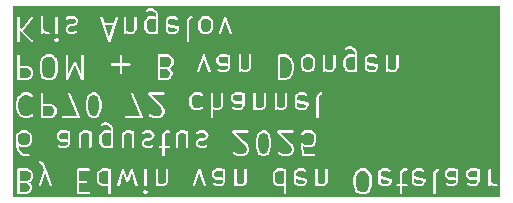
<source format=gbr>
%TF.GenerationSoftware,KiCad,Pcbnew,9.99.0-unknown-b0b07bbc41~182~ubuntu22.04.1*%
%TF.CreationDate,2025-08-06T14:03:11+02:00*%
%TF.ProjectId,CP70_pa_ba,43503730-5f70-4615-9f62-612e6b696361,rev?*%
%TF.SameCoordinates,Original*%
%TF.FileFunction,Legend,Bot*%
%TF.FilePolarity,Positive*%
%FSLAX46Y46*%
G04 Gerber Fmt 4.6, Leading zero omitted, Abs format (unit mm)*
G04 Created by KiCad (PCBNEW 9.99.0-unknown-b0b07bbc41~182~ubuntu22.04.1) date 2025-08-06 14:03:11*
%MOMM*%
%LPD*%
G01*
G04 APERTURE LIST*
%ADD10C,0.200000*%
G04 APERTURE END LIST*
D10*
G36*
X80805673Y-112659755D02*
G01*
X80877963Y-112732045D01*
X80955387Y-112886892D01*
X80955387Y-113030153D01*
X80877963Y-113185000D01*
X80805674Y-113257290D01*
X80650828Y-113334713D01*
X80107768Y-113334713D01*
X80107768Y-112582332D01*
X80650827Y-112582332D01*
X80805673Y-112659755D01*
G37*
G36*
X80900911Y-111612136D02*
G01*
X80973201Y-111684426D01*
X81050625Y-111839273D01*
X81050625Y-112077772D01*
X80973201Y-112232619D01*
X80906129Y-112299691D01*
X80658208Y-112382332D01*
X80107768Y-112382332D01*
X80107768Y-111534713D01*
X80746065Y-111534713D01*
X80900911Y-111612136D01*
G37*
G36*
X109472344Y-111612136D02*
G01*
X109631761Y-111771552D01*
X109717296Y-112113689D01*
X109717296Y-112755737D01*
X109631761Y-113097874D01*
X109472345Y-113257289D01*
X109317499Y-113334713D01*
X108983761Y-113334713D01*
X108828912Y-113257288D01*
X108669497Y-113097873D01*
X108583963Y-112755737D01*
X108583963Y-112113690D01*
X108669497Y-111771553D01*
X108828911Y-111612138D01*
X108983761Y-111534713D01*
X109317498Y-111534713D01*
X109472344Y-111612136D01*
G37*
G36*
X87622055Y-111591755D02*
G01*
X87622055Y-112611005D01*
X87507972Y-112668047D01*
X87174234Y-112668047D01*
X87019386Y-112590623D01*
X86947097Y-112518334D01*
X86869674Y-112363487D01*
X86869674Y-111839273D01*
X86947097Y-111684427D01*
X87019386Y-111612137D01*
X87174234Y-111534713D01*
X87507971Y-111534713D01*
X87622055Y-111591755D01*
G37*
G36*
X102479200Y-111591755D02*
G01*
X102479200Y-112611005D01*
X102365117Y-112668047D01*
X102031379Y-112668047D01*
X101876531Y-112590623D01*
X101804242Y-112518334D01*
X101726819Y-112363487D01*
X101726819Y-111839273D01*
X101804242Y-111684427D01*
X101876531Y-111612137D01*
X102031379Y-111534713D01*
X102365116Y-111534713D01*
X102479200Y-111591755D01*
G37*
G36*
X97336342Y-111591755D02*
G01*
X97336342Y-112130052D01*
X97290587Y-112107175D01*
X97272279Y-112100169D01*
X97268695Y-112099914D01*
X97265375Y-112098539D01*
X97245866Y-112096618D01*
X96793283Y-112096618D01*
X96653734Y-112026844D01*
X96583961Y-111887297D01*
X96583961Y-111744035D01*
X96653734Y-111604488D01*
X96793283Y-111534713D01*
X97222258Y-111534713D01*
X97336342Y-111591755D01*
G37*
G36*
X104288724Y-112373836D02*
G01*
X104288724Y-112458724D01*
X104218950Y-112598273D01*
X104079403Y-112668047D01*
X103745665Y-112668047D01*
X103606116Y-112598273D01*
X103536343Y-112458725D01*
X103536343Y-112223360D01*
X104288724Y-112373836D01*
G37*
G36*
X111431582Y-112373836D02*
G01*
X111431582Y-112458724D01*
X111361808Y-112598273D01*
X111222261Y-112668047D01*
X110888523Y-112668047D01*
X110748974Y-112598273D01*
X110679201Y-112458725D01*
X110679201Y-112223360D01*
X111431582Y-112373836D01*
G37*
G36*
X114288725Y-112373836D02*
G01*
X114288725Y-112458724D01*
X114218951Y-112598273D01*
X114079404Y-112668047D01*
X113745666Y-112668047D01*
X113606117Y-112598273D01*
X113536344Y-112458725D01*
X113536344Y-112223360D01*
X114288725Y-112373836D01*
G37*
G36*
X117050630Y-111591755D02*
G01*
X117050630Y-112130052D01*
X117004875Y-112107175D01*
X116986567Y-112100169D01*
X116982983Y-112099914D01*
X116979663Y-112098539D01*
X116960154Y-112096618D01*
X116507571Y-112096618D01*
X116368022Y-112026844D01*
X116298249Y-111887297D01*
X116298249Y-111744035D01*
X116368022Y-111604488D01*
X116507571Y-111534713D01*
X116936546Y-111534713D01*
X117050630Y-111591755D01*
G37*
G36*
X118860154Y-111591755D02*
G01*
X118860154Y-112130052D01*
X118814399Y-112107175D01*
X118796091Y-112100169D01*
X118792507Y-112099914D01*
X118789187Y-112098539D01*
X118769678Y-112096618D01*
X118317095Y-112096618D01*
X118177546Y-112026844D01*
X118107773Y-111887297D01*
X118107773Y-111744035D01*
X118177546Y-111604488D01*
X118317095Y-111534713D01*
X118746070Y-111534713D01*
X118860154Y-111591755D01*
G37*
G36*
X80805673Y-108392248D02*
G01*
X80877963Y-108464538D01*
X80955387Y-108619385D01*
X80955387Y-109048360D01*
X80877963Y-109203207D01*
X80805675Y-109275497D01*
X80650828Y-109352921D01*
X80317090Y-109352921D01*
X80162241Y-109275497D01*
X80089954Y-109203209D01*
X80012530Y-109048361D01*
X80012530Y-108619385D01*
X80089953Y-108464539D01*
X80162242Y-108392249D01*
X80317090Y-108314825D01*
X80650827Y-108314825D01*
X80805673Y-108392248D01*
G37*
G36*
X100996152Y-108392248D02*
G01*
X101068442Y-108464538D01*
X101151514Y-108630683D01*
X101241104Y-108989039D01*
X101241104Y-109440611D01*
X101151514Y-109798967D01*
X101068442Y-109965112D01*
X100996153Y-110037402D01*
X100841307Y-110114825D01*
X100698045Y-110114825D01*
X100543197Y-110037401D01*
X100470908Y-109965112D01*
X100387836Y-109798969D01*
X100298247Y-109440611D01*
X100298247Y-108989040D01*
X100387836Y-108630682D01*
X100470908Y-108464539D01*
X100543197Y-108392249D01*
X100698045Y-108314825D01*
X100841306Y-108314825D01*
X100996152Y-108392248D01*
G37*
G36*
X84193483Y-108371867D02*
G01*
X84193483Y-108910164D01*
X84147728Y-108887287D01*
X84129420Y-108880281D01*
X84125836Y-108880026D01*
X84122516Y-108878651D01*
X84103007Y-108876730D01*
X83650424Y-108876730D01*
X83510875Y-108806956D01*
X83441102Y-108667409D01*
X83441102Y-108524147D01*
X83510875Y-108384600D01*
X83650424Y-108314825D01*
X84079399Y-108314825D01*
X84193483Y-108371867D01*
G37*
G36*
X87812531Y-108371867D02*
G01*
X87812531Y-109391117D01*
X87698448Y-109448159D01*
X87364710Y-109448159D01*
X87209862Y-109370735D01*
X87137573Y-109298446D01*
X87060150Y-109143599D01*
X87060150Y-108619385D01*
X87137573Y-108464539D01*
X87209862Y-108392249D01*
X87364710Y-108314825D01*
X87698447Y-108314825D01*
X87812531Y-108371867D01*
G37*
G36*
X82900913Y-106124741D02*
G01*
X82973201Y-106197031D01*
X83050625Y-106351878D01*
X83050625Y-106590377D01*
X82973201Y-106745224D01*
X82900912Y-106817514D01*
X82746066Y-106894937D01*
X82107768Y-106894937D01*
X82107768Y-106047318D01*
X82746066Y-106047318D01*
X82900913Y-106124741D01*
G37*
G36*
X86615197Y-105172360D02*
G01*
X86687487Y-105244650D01*
X86770559Y-105410795D01*
X86860149Y-105769151D01*
X86860149Y-106220723D01*
X86770559Y-106579079D01*
X86687487Y-106745224D01*
X86615198Y-106817514D01*
X86460352Y-106894937D01*
X86317090Y-106894937D01*
X86162242Y-106817513D01*
X86089953Y-106745224D01*
X86006881Y-106579081D01*
X85917292Y-106220723D01*
X85917292Y-105769152D01*
X86006881Y-105410794D01*
X86089953Y-105244651D01*
X86162242Y-105172361D01*
X86317090Y-105094937D01*
X86460351Y-105094937D01*
X86615197Y-105172360D01*
G37*
G36*
X98955389Y-105151979D02*
G01*
X98955389Y-105690276D01*
X98909634Y-105667399D01*
X98891326Y-105660393D01*
X98887742Y-105660138D01*
X98884422Y-105658763D01*
X98864913Y-105656842D01*
X98412330Y-105656842D01*
X98272781Y-105587068D01*
X98203008Y-105447521D01*
X98203008Y-105304259D01*
X98272781Y-105164712D01*
X98412330Y-105094937D01*
X98841305Y-105094937D01*
X98955389Y-105151979D01*
G37*
G36*
X104383961Y-105934060D02*
G01*
X104383961Y-106018948D01*
X104314187Y-106158497D01*
X104174640Y-106228271D01*
X103840902Y-106228271D01*
X103701353Y-106158497D01*
X103631580Y-106018949D01*
X103631580Y-105783584D01*
X104383961Y-105934060D01*
G37*
G36*
X80900913Y-102904853D02*
G01*
X80973201Y-102977143D01*
X81050625Y-103131990D01*
X81050625Y-103370489D01*
X80973201Y-103525336D01*
X80900912Y-103597626D01*
X80746066Y-103675049D01*
X80107768Y-103675049D01*
X80107768Y-102827430D01*
X80746066Y-102827430D01*
X80900913Y-102904853D01*
G37*
G36*
X82900911Y-101952472D02*
G01*
X83060328Y-102111888D01*
X83145863Y-102454025D01*
X83145863Y-103096073D01*
X83060328Y-103438210D01*
X82900912Y-103597625D01*
X82746066Y-103675049D01*
X82412328Y-103675049D01*
X82257479Y-103597624D01*
X82098064Y-103438209D01*
X82012530Y-103096073D01*
X82012530Y-102454026D01*
X82098064Y-102111889D01*
X82257478Y-101952474D01*
X82412328Y-101875049D01*
X82746065Y-101875049D01*
X82900911Y-101952472D01*
G37*
G36*
X92710435Y-103000091D02*
G01*
X92782725Y-103072381D01*
X92860149Y-103227228D01*
X92860149Y-103370489D01*
X92782725Y-103525336D01*
X92710436Y-103597626D01*
X92555590Y-103675049D01*
X92012530Y-103675049D01*
X92012530Y-102922668D01*
X92555589Y-102922668D01*
X92710435Y-103000091D01*
G37*
G36*
X92805673Y-101952472D02*
G01*
X92877963Y-102024762D01*
X92955387Y-102179609D01*
X92955387Y-102418108D01*
X92877963Y-102572955D01*
X92810891Y-102640027D01*
X92562970Y-102722668D01*
X92012530Y-102722668D01*
X92012530Y-101875049D01*
X92650827Y-101875049D01*
X92805673Y-101952472D01*
G37*
G36*
X102810893Y-101957690D02*
G01*
X102973202Y-102119999D01*
X103056275Y-102286145D01*
X103145865Y-102644501D01*
X103145865Y-102905597D01*
X103056275Y-103263953D01*
X102973202Y-103430099D01*
X102810893Y-103592408D01*
X102562971Y-103675049D01*
X102203008Y-103675049D01*
X102203008Y-101875049D01*
X102562971Y-101875049D01*
X102810893Y-101957690D01*
G37*
G36*
X97717293Y-101932091D02*
G01*
X97717293Y-102470388D01*
X97671538Y-102447511D01*
X97653230Y-102440505D01*
X97649646Y-102440250D01*
X97646326Y-102438875D01*
X97626817Y-102436954D01*
X97174234Y-102436954D01*
X97034685Y-102367180D01*
X96964912Y-102227633D01*
X96964912Y-102084371D01*
X97034685Y-101944824D01*
X97174234Y-101875049D01*
X97603209Y-101875049D01*
X97717293Y-101932091D01*
G37*
G36*
X104805675Y-101952472D02*
G01*
X104877965Y-102024762D01*
X104955389Y-102179609D01*
X104955389Y-102703822D01*
X104877965Y-102858670D01*
X104805676Y-102930960D01*
X104650830Y-103008383D01*
X104412330Y-103008383D01*
X104257482Y-102930959D01*
X104185193Y-102858670D01*
X104107770Y-102703823D01*
X104107770Y-102179609D01*
X104185193Y-102024763D01*
X104257482Y-101952473D01*
X104412330Y-101875049D01*
X104650829Y-101875049D01*
X104805675Y-101952472D01*
G37*
G36*
X108479199Y-101932091D02*
G01*
X108479199Y-102951341D01*
X108365116Y-103008383D01*
X108031378Y-103008383D01*
X107876530Y-102930959D01*
X107804241Y-102858670D01*
X107726818Y-102703823D01*
X107726818Y-102179609D01*
X107804241Y-102024763D01*
X107876530Y-101952473D01*
X108031378Y-101875049D01*
X108365115Y-101875049D01*
X108479199Y-101932091D01*
G37*
G36*
X110288723Y-102714172D02*
G01*
X110288723Y-102799060D01*
X110218949Y-102938609D01*
X110079402Y-103008383D01*
X109745664Y-103008383D01*
X109606115Y-102938609D01*
X109536342Y-102799061D01*
X109536342Y-102563696D01*
X110288723Y-102714172D01*
G37*
G36*
X87722054Y-100238933D02*
G01*
X87384606Y-99226590D01*
X88059502Y-99226590D01*
X87722054Y-100238933D01*
G37*
G36*
X91622055Y-98712203D02*
G01*
X91622055Y-99731453D01*
X91507972Y-99788495D01*
X91174234Y-99788495D01*
X91019386Y-99711071D01*
X90947097Y-99638782D01*
X90869674Y-99483935D01*
X90869674Y-98959721D01*
X90947097Y-98804875D01*
X91019386Y-98732585D01*
X91174234Y-98655161D01*
X91507971Y-98655161D01*
X91622055Y-98712203D01*
G37*
G36*
X93431579Y-99494284D02*
G01*
X93431579Y-99579172D01*
X93361805Y-99718721D01*
X93222258Y-99788495D01*
X92888520Y-99788495D01*
X92748971Y-99718721D01*
X92679198Y-99579173D01*
X92679198Y-99343808D01*
X93431579Y-99494284D01*
G37*
G36*
X96139008Y-98732584D02*
G01*
X96211298Y-98804874D01*
X96288722Y-98959721D01*
X96288722Y-99483934D01*
X96211298Y-99638782D01*
X96139009Y-99711072D01*
X95984163Y-99788495D01*
X95745663Y-99788495D01*
X95590815Y-99711071D01*
X95518526Y-99638782D01*
X95441103Y-99483935D01*
X95441103Y-98959721D01*
X95518526Y-98804875D01*
X95590815Y-98732585D01*
X95745663Y-98655161D01*
X95984162Y-98655161D01*
X96139008Y-98732584D01*
G37*
G36*
X120804265Y-113756935D02*
G01*
X79590308Y-113756935D01*
X79590308Y-111434713D01*
X79907768Y-111434713D01*
X79907768Y-113434713D01*
X79909689Y-113454222D01*
X79924621Y-113490270D01*
X79952211Y-113517860D01*
X79988259Y-113532792D01*
X80007768Y-113534713D01*
X80674435Y-113534713D01*
X80693944Y-113532792D01*
X80697264Y-113531416D01*
X80700848Y-113531162D01*
X80719156Y-113524156D01*
X80909633Y-113428918D01*
X80918031Y-113423631D01*
X80920468Y-113422622D01*
X80923211Y-113420370D01*
X80926223Y-113418475D01*
X80927955Y-113416477D01*
X80935622Y-113410186D01*
X81030860Y-113314948D01*
X81037151Y-113307281D01*
X81039149Y-113305549D01*
X81041044Y-113302537D01*
X81043296Y-113299794D01*
X81044305Y-113297356D01*
X81049592Y-113288958D01*
X81144830Y-113098482D01*
X81151836Y-113080174D01*
X81152090Y-113076590D01*
X81153466Y-113073270D01*
X81155387Y-113053761D01*
X81155387Y-112863285D01*
X81153466Y-112843776D01*
X81152090Y-112840455D01*
X81151836Y-112836872D01*
X81144830Y-112818564D01*
X81049592Y-112628088D01*
X81044305Y-112619689D01*
X81043296Y-112617252D01*
X81041044Y-112614508D01*
X81039149Y-112611497D01*
X81037151Y-112609764D01*
X81030860Y-112602098D01*
X80935622Y-112506860D01*
X80930265Y-112502464D01*
X80991772Y-112481962D01*
X81009672Y-112473971D01*
X81012387Y-112471615D01*
X81015706Y-112470241D01*
X81030860Y-112457805D01*
X81126098Y-112362567D01*
X81132389Y-112354900D01*
X81134387Y-112353168D01*
X81136282Y-112350156D01*
X81138534Y-112347413D01*
X81139543Y-112344975D01*
X81144830Y-112336577D01*
X81240068Y-112146101D01*
X81247074Y-112127793D01*
X81247328Y-112124209D01*
X81248704Y-112120889D01*
X81250625Y-112101380D01*
X81250625Y-111815666D01*
X81248704Y-111796157D01*
X81247328Y-111792836D01*
X81247074Y-111789253D01*
X81240068Y-111770945D01*
X81144830Y-111580469D01*
X81139543Y-111572070D01*
X81138534Y-111569633D01*
X81136282Y-111566889D01*
X81134387Y-111563878D01*
X81132389Y-111562145D01*
X81126098Y-111554479D01*
X81030860Y-111459241D01*
X81023193Y-111452949D01*
X81021461Y-111450952D01*
X81018449Y-111449056D01*
X81015706Y-111446805D01*
X81013269Y-111445795D01*
X81004871Y-111440509D01*
X80814395Y-111345270D01*
X80796086Y-111338264D01*
X80792502Y-111338009D01*
X80789182Y-111336634D01*
X80769673Y-111334713D01*
X80007768Y-111334713D01*
X79988259Y-111336634D01*
X79952211Y-111351566D01*
X79924621Y-111379156D01*
X79909689Y-111415204D01*
X79907768Y-111434713D01*
X79590308Y-111434713D01*
X79590308Y-110780554D01*
X81718077Y-110780554D01*
X81730416Y-110817570D01*
X81755980Y-110847047D01*
X81772571Y-110857490D01*
X81948531Y-110945470D01*
X82017781Y-111014720D01*
X82186580Y-111436717D01*
X81723118Y-112734413D01*
X81718365Y-112753432D01*
X81720303Y-112792402D01*
X81737006Y-112827664D01*
X81765932Y-112853851D01*
X81802677Y-112866974D01*
X81841647Y-112865036D01*
X81876909Y-112848333D01*
X81903096Y-112819407D01*
X81911466Y-112801681D01*
X82293481Y-111732033D01*
X82675499Y-112801681D01*
X82683870Y-112819407D01*
X82710056Y-112848333D01*
X82745318Y-112865036D01*
X82784288Y-112866974D01*
X82821033Y-112853851D01*
X82849959Y-112827664D01*
X82866662Y-112792402D01*
X82868600Y-112753432D01*
X82863847Y-112734413D01*
X82399668Y-111434713D01*
X84955388Y-111434713D01*
X84955388Y-113434713D01*
X84957309Y-113454222D01*
X84972241Y-113490270D01*
X84999831Y-113517860D01*
X85035879Y-113532792D01*
X85055388Y-113534713D01*
X86007769Y-113534713D01*
X86027278Y-113532792D01*
X86063326Y-113517860D01*
X86090916Y-113490270D01*
X86105848Y-113454222D01*
X86105848Y-113415204D01*
X86090916Y-113379156D01*
X86063326Y-113351566D01*
X86027278Y-113336634D01*
X86007769Y-113334713D01*
X85155388Y-113334713D01*
X85155388Y-112582332D01*
X85722055Y-112582332D01*
X85741564Y-112580411D01*
X85777612Y-112565479D01*
X85805202Y-112537889D01*
X85820134Y-112501841D01*
X85820134Y-112462823D01*
X85805202Y-112426775D01*
X85777612Y-112399185D01*
X85741564Y-112384253D01*
X85722055Y-112382332D01*
X85155388Y-112382332D01*
X85155388Y-111815666D01*
X86669674Y-111815666D01*
X86669674Y-112387094D01*
X86671595Y-112406603D01*
X86672970Y-112409923D01*
X86673225Y-112413507D01*
X86680231Y-112431815D01*
X86775469Y-112622293D01*
X86780755Y-112630691D01*
X86781765Y-112633128D01*
X86784016Y-112635871D01*
X86785912Y-112638883D01*
X86787909Y-112640615D01*
X86794201Y-112648282D01*
X86889439Y-112743520D01*
X86897105Y-112749811D01*
X86898838Y-112751809D01*
X86901849Y-112753704D01*
X86904593Y-112755956D01*
X86907030Y-112756965D01*
X86915429Y-112762252D01*
X87105905Y-112857490D01*
X87124213Y-112864496D01*
X87127796Y-112864750D01*
X87131117Y-112866126D01*
X87150626Y-112868047D01*
X87531579Y-112868047D01*
X87551088Y-112866126D01*
X87554408Y-112864750D01*
X87557992Y-112864496D01*
X87576300Y-112857490D01*
X87622055Y-112834612D01*
X87622055Y-113434713D01*
X87623976Y-113454222D01*
X87638908Y-113490270D01*
X87666498Y-113517860D01*
X87702546Y-113532792D01*
X87741564Y-113532792D01*
X87777612Y-113517860D01*
X87805202Y-113490270D01*
X87820134Y-113454222D01*
X87822055Y-113434713D01*
X87822055Y-113319966D01*
X90576357Y-113319966D01*
X90576357Y-113358984D01*
X90591289Y-113395032D01*
X90603725Y-113410186D01*
X90698963Y-113505424D01*
X90714117Y-113517860D01*
X90750165Y-113532792D01*
X90789183Y-113532792D01*
X90825231Y-113517860D01*
X90840385Y-113505424D01*
X90935623Y-113410186D01*
X90948059Y-113395032D01*
X90962991Y-113358984D01*
X90962991Y-113319966D01*
X90948059Y-113283918D01*
X90935623Y-113268764D01*
X90840385Y-113173526D01*
X90825231Y-113161090D01*
X90789183Y-113146158D01*
X90750165Y-113146158D01*
X90714117Y-113161090D01*
X90698963Y-113173526D01*
X90603725Y-113268764D01*
X90591289Y-113283918D01*
X90576357Y-113319966D01*
X87822055Y-113319966D01*
X87822055Y-112759861D01*
X88384295Y-112759861D01*
X88388749Y-112798624D01*
X88407698Y-112832732D01*
X88438257Y-112856993D01*
X88475774Y-112867712D01*
X88514537Y-112863258D01*
X88548645Y-112844309D01*
X88572906Y-112813750D01*
X88580112Y-112795519D01*
X88880702Y-111743449D01*
X89153017Y-112424233D01*
X89162046Y-112441633D01*
X89162914Y-112442522D01*
X89163402Y-112443661D01*
X89176507Y-112456451D01*
X89189298Y-112469557D01*
X89190436Y-112470044D01*
X89191326Y-112470913D01*
X89208374Y-112477732D01*
X89225162Y-112484927D01*
X89226398Y-112484942D01*
X89227553Y-112485404D01*
X89245865Y-112485180D01*
X89264177Y-112485404D01*
X89265331Y-112484942D01*
X89266568Y-112484927D01*
X89283355Y-112477732D01*
X89300404Y-112470913D01*
X89301293Y-112470044D01*
X89302432Y-112469557D01*
X89315222Y-112456451D01*
X89328328Y-112443661D01*
X89328815Y-112442522D01*
X89329684Y-112441633D01*
X89338713Y-112424233D01*
X89611026Y-111743449D01*
X89911617Y-112795519D01*
X89918823Y-112813750D01*
X89943084Y-112844308D01*
X89977192Y-112863257D01*
X90015955Y-112867712D01*
X90053472Y-112856993D01*
X90084031Y-112832732D01*
X90102979Y-112798624D01*
X90107434Y-112759861D01*
X90103921Y-112740575D01*
X89730818Y-111434713D01*
X90669674Y-111434713D01*
X90669674Y-112768047D01*
X90671595Y-112787556D01*
X90686527Y-112823604D01*
X90714117Y-112851194D01*
X90750165Y-112866126D01*
X90789183Y-112866126D01*
X90825231Y-112851194D01*
X90852821Y-112823604D01*
X90867753Y-112787556D01*
X90869674Y-112768047D01*
X90869674Y-111434713D01*
X91622055Y-111434713D01*
X91622055Y-112768047D01*
X91623976Y-112787556D01*
X91638908Y-112823604D01*
X91666498Y-112851194D01*
X91702546Y-112866126D01*
X91741564Y-112866126D01*
X91777612Y-112851194D01*
X91805202Y-112823604D01*
X91820134Y-112787556D01*
X91820276Y-112786104D01*
X91963048Y-112857490D01*
X91981356Y-112864496D01*
X91984939Y-112864750D01*
X91988260Y-112866126D01*
X92007769Y-112868047D01*
X92293484Y-112868047D01*
X92312993Y-112866126D01*
X92316313Y-112864750D01*
X92319897Y-112864496D01*
X92338205Y-112857490D01*
X92528682Y-112762252D01*
X92531946Y-112760197D01*
X92533483Y-112759685D01*
X92535396Y-112758025D01*
X92542693Y-112753432D01*
X94765986Y-112753432D01*
X94767924Y-112792402D01*
X94784627Y-112827664D01*
X94813553Y-112853851D01*
X94850298Y-112866974D01*
X94889268Y-112865036D01*
X94924530Y-112848333D01*
X94950717Y-112819407D01*
X94959087Y-112801681D01*
X95341102Y-111732033D01*
X95723120Y-112801681D01*
X95731491Y-112819407D01*
X95757677Y-112848333D01*
X95792939Y-112865036D01*
X95831909Y-112866974D01*
X95868654Y-112853851D01*
X95897580Y-112827664D01*
X95914283Y-112792402D01*
X95916221Y-112753432D01*
X95911468Y-112734413D01*
X95549330Y-111720428D01*
X96383961Y-111720428D01*
X96383961Y-111910904D01*
X96385882Y-111930413D01*
X96387257Y-111933733D01*
X96387512Y-111937317D01*
X96394518Y-111955625D01*
X96489756Y-112146102D01*
X96491810Y-112149366D01*
X96492323Y-112150903D01*
X96493982Y-112152817D01*
X96500199Y-112162692D01*
X96509671Y-112170907D01*
X96517887Y-112180380D01*
X96527760Y-112186594D01*
X96529676Y-112188256D01*
X96531214Y-112188768D01*
X96534478Y-112190823D01*
X96724954Y-112286061D01*
X96743262Y-112293067D01*
X96746845Y-112293321D01*
X96750166Y-112294697D01*
X96769675Y-112296618D01*
X97222259Y-112296618D01*
X97336342Y-112353659D01*
X97336342Y-112458724D01*
X97266568Y-112598273D01*
X97127021Y-112668047D01*
X96793283Y-112668047D01*
X96623920Y-112583366D01*
X96605612Y-112576360D01*
X96566692Y-112573594D01*
X96529676Y-112585933D01*
X96500199Y-112611497D01*
X96482750Y-112646396D01*
X96479984Y-112685316D01*
X96492323Y-112722332D01*
X96517887Y-112751809D01*
X96534478Y-112762252D01*
X96724954Y-112857490D01*
X96743262Y-112864496D01*
X96746845Y-112864750D01*
X96750166Y-112866126D01*
X96769675Y-112868047D01*
X97150628Y-112868047D01*
X97170137Y-112866126D01*
X97173457Y-112864750D01*
X97177041Y-112864496D01*
X97195349Y-112857490D01*
X97385826Y-112762252D01*
X97389090Y-112760197D01*
X97390627Y-112759685D01*
X97392540Y-112758025D01*
X97402416Y-112751809D01*
X97410633Y-112742333D01*
X97420104Y-112734120D01*
X97426317Y-112724248D01*
X97427980Y-112722332D01*
X97428493Y-112720793D01*
X97430547Y-112717530D01*
X97525785Y-112527053D01*
X97532791Y-112508744D01*
X97533045Y-112505161D01*
X97534421Y-112501841D01*
X97536342Y-112482332D01*
X97536342Y-111434713D01*
X98288723Y-111434713D01*
X98288723Y-112768047D01*
X98290644Y-112787556D01*
X98305576Y-112823604D01*
X98333166Y-112851194D01*
X98369214Y-112866126D01*
X98408232Y-112866126D01*
X98444280Y-112851194D01*
X98471870Y-112823604D01*
X98486802Y-112787556D01*
X98486944Y-112786104D01*
X98629716Y-112857490D01*
X98648024Y-112864496D01*
X98651607Y-112864750D01*
X98654928Y-112866126D01*
X98674437Y-112868047D01*
X98960152Y-112868047D01*
X98979661Y-112866126D01*
X98982981Y-112864750D01*
X98986565Y-112864496D01*
X99004873Y-112857490D01*
X99195350Y-112762252D01*
X99198614Y-112760197D01*
X99200151Y-112759685D01*
X99202064Y-112758025D01*
X99211940Y-112751809D01*
X99220157Y-112742333D01*
X99229628Y-112734120D01*
X99235841Y-112724248D01*
X99237504Y-112722332D01*
X99238017Y-112720793D01*
X99240071Y-112717530D01*
X99335309Y-112527053D01*
X99342315Y-112508744D01*
X99342569Y-112505161D01*
X99343945Y-112501841D01*
X99345866Y-112482332D01*
X99345866Y-111815666D01*
X101526819Y-111815666D01*
X101526819Y-112387094D01*
X101528740Y-112406603D01*
X101530115Y-112409923D01*
X101530370Y-112413507D01*
X101537376Y-112431815D01*
X101632614Y-112622293D01*
X101637900Y-112630691D01*
X101638910Y-112633128D01*
X101641161Y-112635871D01*
X101643057Y-112638883D01*
X101645054Y-112640615D01*
X101651346Y-112648282D01*
X101746584Y-112743520D01*
X101754250Y-112749811D01*
X101755983Y-112751809D01*
X101758994Y-112753704D01*
X101761738Y-112755956D01*
X101764175Y-112756965D01*
X101772574Y-112762252D01*
X101963050Y-112857490D01*
X101981358Y-112864496D01*
X101984941Y-112864750D01*
X101988262Y-112866126D01*
X102007771Y-112868047D01*
X102388724Y-112868047D01*
X102408233Y-112866126D01*
X102411553Y-112864750D01*
X102415137Y-112864496D01*
X102433445Y-112857490D01*
X102479200Y-112834612D01*
X102479200Y-113434713D01*
X102481121Y-113454222D01*
X102496053Y-113490270D01*
X102523643Y-113517860D01*
X102559691Y-113532792D01*
X102598709Y-113532792D01*
X102634757Y-113517860D01*
X102662347Y-113490270D01*
X102677279Y-113454222D01*
X102679200Y-113434713D01*
X102679200Y-111720428D01*
X103336343Y-111720428D01*
X103336343Y-112482332D01*
X103338264Y-112501841D01*
X103339639Y-112505161D01*
X103339894Y-112508745D01*
X103346900Y-112527053D01*
X103442138Y-112717531D01*
X103444192Y-112720795D01*
X103444705Y-112722332D01*
X103446364Y-112724246D01*
X103452581Y-112734121D01*
X103462053Y-112742336D01*
X103470269Y-112751809D01*
X103480142Y-112758023D01*
X103482058Y-112759685D01*
X103483596Y-112760197D01*
X103486860Y-112762252D01*
X103677336Y-112857490D01*
X103695644Y-112864496D01*
X103699227Y-112864750D01*
X103702548Y-112866126D01*
X103722057Y-112868047D01*
X104103010Y-112868047D01*
X104122519Y-112866126D01*
X104125839Y-112864750D01*
X104129423Y-112864496D01*
X104147731Y-112857490D01*
X104338208Y-112762252D01*
X104341472Y-112760197D01*
X104343009Y-112759685D01*
X104344922Y-112758025D01*
X104354798Y-112751809D01*
X104363015Y-112742333D01*
X104372486Y-112734120D01*
X104378699Y-112724248D01*
X104380362Y-112722332D01*
X104380875Y-112720793D01*
X104382929Y-112717530D01*
X104478167Y-112527053D01*
X104485173Y-112508744D01*
X104485427Y-112505161D01*
X104486803Y-112501841D01*
X104488724Y-112482332D01*
X104488724Y-112291966D01*
X104488725Y-112291961D01*
X104488724Y-112291955D01*
X104488724Y-112291856D01*
X104486803Y-112272347D01*
X104483053Y-112263295D01*
X104481152Y-112253684D01*
X104475659Y-112245445D01*
X104471871Y-112236299D01*
X104464944Y-112229372D01*
X104459509Y-112221219D01*
X104451280Y-112215708D01*
X104444281Y-112208709D01*
X104435229Y-112204959D01*
X104427089Y-112199508D01*
X104408336Y-112193798D01*
X104408234Y-112193777D01*
X104408233Y-112193777D01*
X104408231Y-112193777D01*
X103536343Y-112019399D01*
X103536343Y-111744035D01*
X103606116Y-111604488D01*
X103745665Y-111534713D01*
X104079402Y-111534713D01*
X104248764Y-111619394D01*
X104267073Y-111626401D01*
X104305993Y-111629167D01*
X104343009Y-111616828D01*
X104372485Y-111591264D01*
X104389935Y-111556365D01*
X104392701Y-111517445D01*
X104380362Y-111480429D01*
X104354798Y-111450952D01*
X104338208Y-111440509D01*
X104326616Y-111434713D01*
X105145867Y-111434713D01*
X105145867Y-112768047D01*
X105147788Y-112787556D01*
X105162720Y-112823604D01*
X105190310Y-112851194D01*
X105226358Y-112866126D01*
X105265376Y-112866126D01*
X105301424Y-112851194D01*
X105329014Y-112823604D01*
X105343946Y-112787556D01*
X105344088Y-112786104D01*
X105486860Y-112857490D01*
X105505168Y-112864496D01*
X105508751Y-112864750D01*
X105512072Y-112866126D01*
X105531581Y-112868047D01*
X105817296Y-112868047D01*
X105836805Y-112866126D01*
X105840125Y-112864750D01*
X105843709Y-112864496D01*
X105862017Y-112857490D01*
X106052494Y-112762252D01*
X106055758Y-112760197D01*
X106057295Y-112759685D01*
X106059208Y-112758025D01*
X106069084Y-112751809D01*
X106077301Y-112742333D01*
X106086772Y-112734120D01*
X106092985Y-112724248D01*
X106094648Y-112722332D01*
X106095161Y-112720793D01*
X106097215Y-112717530D01*
X106192453Y-112527053D01*
X106199459Y-112508744D01*
X106199713Y-112505161D01*
X106201089Y-112501841D01*
X106203010Y-112482332D01*
X106203010Y-112101380D01*
X108383963Y-112101380D01*
X108383963Y-112768047D01*
X108384298Y-112771449D01*
X108384081Y-112772908D01*
X108385160Y-112780205D01*
X108385884Y-112787556D01*
X108386448Y-112788919D01*
X108386949Y-112792301D01*
X108482187Y-113173252D01*
X108488782Y-113191713D01*
X108493208Y-113197687D01*
X108496054Y-113204556D01*
X108508490Y-113219710D01*
X108698967Y-113410186D01*
X108706631Y-113416476D01*
X108708365Y-113418475D01*
X108711377Y-113420370D01*
X108714120Y-113422622D01*
X108716557Y-113423631D01*
X108724956Y-113428918D01*
X108915432Y-113524156D01*
X108933740Y-113531162D01*
X108937323Y-113531416D01*
X108940644Y-113532792D01*
X108960153Y-113534713D01*
X109341106Y-113534713D01*
X109360615Y-113532792D01*
X109363935Y-113531416D01*
X109367519Y-113531162D01*
X109385827Y-113524156D01*
X109576304Y-113428918D01*
X109584702Y-113423631D01*
X109587139Y-113422622D01*
X109589882Y-113420370D01*
X109592894Y-113418475D01*
X109594626Y-113416477D01*
X109602293Y-113410186D01*
X109792769Y-113219709D01*
X109805205Y-113204556D01*
X109808050Y-113197687D01*
X109812477Y-113191713D01*
X109819072Y-113173253D01*
X109914310Y-112792301D01*
X109914810Y-112788919D01*
X109915375Y-112787556D01*
X109916098Y-112780205D01*
X109917178Y-112772908D01*
X109916960Y-112771449D01*
X109917296Y-112768047D01*
X109917296Y-112101380D01*
X109916960Y-112097977D01*
X109917178Y-112096519D01*
X109916098Y-112089221D01*
X109915375Y-112081871D01*
X109914810Y-112080507D01*
X109914310Y-112077126D01*
X109825135Y-111720428D01*
X110479201Y-111720428D01*
X110479201Y-112482332D01*
X110481122Y-112501841D01*
X110482497Y-112505161D01*
X110482752Y-112508745D01*
X110489758Y-112527053D01*
X110584996Y-112717531D01*
X110587050Y-112720795D01*
X110587563Y-112722332D01*
X110589222Y-112724246D01*
X110595439Y-112734121D01*
X110604911Y-112742336D01*
X110613127Y-112751809D01*
X110623000Y-112758023D01*
X110624916Y-112759685D01*
X110626454Y-112760197D01*
X110629718Y-112762252D01*
X110820194Y-112857490D01*
X110838502Y-112864496D01*
X110842085Y-112864750D01*
X110845406Y-112866126D01*
X110864915Y-112868047D01*
X111245868Y-112868047D01*
X111265377Y-112866126D01*
X111268697Y-112864750D01*
X111272281Y-112864496D01*
X111290589Y-112857490D01*
X111481066Y-112762252D01*
X111484330Y-112760197D01*
X111485867Y-112759685D01*
X111487780Y-112758025D01*
X111497656Y-112751809D01*
X111500492Y-112748538D01*
X112004932Y-112748538D01*
X112004932Y-112787556D01*
X112019864Y-112823604D01*
X112047454Y-112851194D01*
X112083502Y-112866126D01*
X112103011Y-112868047D01*
X112288725Y-112868047D01*
X112288725Y-113434713D01*
X112290646Y-113454222D01*
X112305578Y-113490270D01*
X112333168Y-113517860D01*
X112369216Y-113532792D01*
X112408234Y-113532792D01*
X112444282Y-113517860D01*
X112471872Y-113490270D01*
X112486804Y-113454222D01*
X112488725Y-113434713D01*
X112488725Y-112868047D01*
X112864915Y-112868047D01*
X112884424Y-112866126D01*
X112920472Y-112851194D01*
X112948062Y-112823604D01*
X112962994Y-112787556D01*
X112962994Y-112748538D01*
X112948062Y-112712490D01*
X112920472Y-112684900D01*
X112884424Y-112669968D01*
X112864915Y-112668047D01*
X112488725Y-112668047D01*
X112488725Y-111744035D01*
X112500528Y-111720428D01*
X113336344Y-111720428D01*
X113336344Y-112482332D01*
X113338265Y-112501841D01*
X113339640Y-112505161D01*
X113339895Y-112508745D01*
X113346901Y-112527053D01*
X113442139Y-112717531D01*
X113444193Y-112720795D01*
X113444706Y-112722332D01*
X113446365Y-112724246D01*
X113452582Y-112734121D01*
X113462054Y-112742336D01*
X113470270Y-112751809D01*
X113480143Y-112758023D01*
X113482059Y-112759685D01*
X113483597Y-112760197D01*
X113486861Y-112762252D01*
X113677337Y-112857490D01*
X113695645Y-112864496D01*
X113699228Y-112864750D01*
X113702549Y-112866126D01*
X113722058Y-112868047D01*
X114103011Y-112868047D01*
X114122520Y-112866126D01*
X114125840Y-112864750D01*
X114129424Y-112864496D01*
X114147732Y-112857490D01*
X114338209Y-112762252D01*
X114341473Y-112760197D01*
X114343010Y-112759685D01*
X114344923Y-112758025D01*
X114354799Y-112751809D01*
X114363016Y-112742333D01*
X114372487Y-112734120D01*
X114378700Y-112724248D01*
X114380363Y-112722332D01*
X114380876Y-112720793D01*
X114382930Y-112717530D01*
X114478168Y-112527053D01*
X114485174Y-112508744D01*
X114485428Y-112505161D01*
X114486804Y-112501841D01*
X114488725Y-112482332D01*
X114488725Y-112291966D01*
X114488726Y-112291961D01*
X114488725Y-112291955D01*
X114488725Y-112291856D01*
X114486804Y-112272347D01*
X114483054Y-112263295D01*
X114481153Y-112253684D01*
X114475660Y-112245445D01*
X114471872Y-112236299D01*
X114464945Y-112229372D01*
X114459510Y-112221219D01*
X114451281Y-112215708D01*
X114444282Y-112208709D01*
X114435230Y-112204959D01*
X114427090Y-112199508D01*
X114408337Y-112193798D01*
X114408235Y-112193777D01*
X114408234Y-112193777D01*
X114408232Y-112193777D01*
X113536344Y-112019399D01*
X113536344Y-111744035D01*
X113548147Y-111720428D01*
X115145868Y-111720428D01*
X115145868Y-113434713D01*
X115147789Y-113454222D01*
X115162721Y-113490270D01*
X115190311Y-113517860D01*
X115226359Y-113532792D01*
X115265377Y-113532792D01*
X115301425Y-113517860D01*
X115329015Y-113490270D01*
X115343947Y-113454222D01*
X115345868Y-113434713D01*
X115345868Y-111744035D01*
X115357671Y-111720428D01*
X116098249Y-111720428D01*
X116098249Y-111910904D01*
X116100170Y-111930413D01*
X116101545Y-111933733D01*
X116101800Y-111937317D01*
X116108806Y-111955625D01*
X116204044Y-112146102D01*
X116206098Y-112149366D01*
X116206611Y-112150903D01*
X116208270Y-112152817D01*
X116214487Y-112162692D01*
X116223959Y-112170907D01*
X116232175Y-112180380D01*
X116242048Y-112186594D01*
X116243964Y-112188256D01*
X116245502Y-112188768D01*
X116248766Y-112190823D01*
X116439242Y-112286061D01*
X116457550Y-112293067D01*
X116461133Y-112293321D01*
X116464454Y-112294697D01*
X116483963Y-112296618D01*
X116936547Y-112296618D01*
X117050630Y-112353659D01*
X117050630Y-112458724D01*
X116980856Y-112598273D01*
X116841309Y-112668047D01*
X116507571Y-112668047D01*
X116338208Y-112583366D01*
X116319900Y-112576360D01*
X116280980Y-112573594D01*
X116243964Y-112585933D01*
X116214487Y-112611497D01*
X116197038Y-112646396D01*
X116194272Y-112685316D01*
X116206611Y-112722332D01*
X116232175Y-112751809D01*
X116248766Y-112762252D01*
X116439242Y-112857490D01*
X116457550Y-112864496D01*
X116461133Y-112864750D01*
X116464454Y-112866126D01*
X116483963Y-112868047D01*
X116864916Y-112868047D01*
X116884425Y-112866126D01*
X116887745Y-112864750D01*
X116891329Y-112864496D01*
X116909637Y-112857490D01*
X117100114Y-112762252D01*
X117103378Y-112760197D01*
X117104915Y-112759685D01*
X117106828Y-112758025D01*
X117116704Y-112751809D01*
X117124921Y-112742333D01*
X117134392Y-112734120D01*
X117140605Y-112724248D01*
X117142268Y-112722332D01*
X117142781Y-112720793D01*
X117144835Y-112717530D01*
X117240073Y-112527053D01*
X117247079Y-112508744D01*
X117247333Y-112505161D01*
X117248709Y-112501841D01*
X117250630Y-112482332D01*
X117250630Y-111720428D01*
X117907773Y-111720428D01*
X117907773Y-111910904D01*
X117909694Y-111930413D01*
X117911069Y-111933733D01*
X117911324Y-111937317D01*
X117918330Y-111955625D01*
X118013568Y-112146102D01*
X118015622Y-112149366D01*
X118016135Y-112150903D01*
X118017794Y-112152817D01*
X118024011Y-112162692D01*
X118033483Y-112170907D01*
X118041699Y-112180380D01*
X118051572Y-112186594D01*
X118053488Y-112188256D01*
X118055026Y-112188768D01*
X118058290Y-112190823D01*
X118248766Y-112286061D01*
X118267074Y-112293067D01*
X118270657Y-112293321D01*
X118273978Y-112294697D01*
X118293487Y-112296618D01*
X118746071Y-112296618D01*
X118860154Y-112353659D01*
X118860154Y-112458724D01*
X118790380Y-112598273D01*
X118650833Y-112668047D01*
X118317095Y-112668047D01*
X118147732Y-112583366D01*
X118129424Y-112576360D01*
X118090504Y-112573594D01*
X118053488Y-112585933D01*
X118024011Y-112611497D01*
X118006562Y-112646396D01*
X118003796Y-112685316D01*
X118016135Y-112722332D01*
X118041699Y-112751809D01*
X118058290Y-112762252D01*
X118248766Y-112857490D01*
X118267074Y-112864496D01*
X118270657Y-112864750D01*
X118273978Y-112866126D01*
X118293487Y-112868047D01*
X118674440Y-112868047D01*
X118693949Y-112866126D01*
X118697269Y-112864750D01*
X118700853Y-112864496D01*
X118719161Y-112857490D01*
X118909638Y-112762252D01*
X118912902Y-112760197D01*
X118914439Y-112759685D01*
X118916352Y-112758025D01*
X118926228Y-112751809D01*
X118934445Y-112742333D01*
X118943916Y-112734120D01*
X118950129Y-112724248D01*
X118951792Y-112722332D01*
X118952305Y-112720793D01*
X118954359Y-112717530D01*
X119049597Y-112527053D01*
X119056603Y-112508744D01*
X119056857Y-112505161D01*
X119058233Y-112501841D01*
X119060154Y-112482332D01*
X119060154Y-111434713D01*
X119812535Y-111434713D01*
X119812535Y-112768047D01*
X119814456Y-112787556D01*
X119829388Y-112823604D01*
X119856978Y-112851194D01*
X119893026Y-112866126D01*
X119932044Y-112866126D01*
X119968092Y-112851194D01*
X119995682Y-112823604D01*
X120010614Y-112787556D01*
X120012535Y-112768047D01*
X120012535Y-112723755D01*
X120032300Y-112743520D01*
X120039966Y-112749811D01*
X120041699Y-112751809D01*
X120044710Y-112753704D01*
X120047454Y-112755956D01*
X120049891Y-112756965D01*
X120058290Y-112762252D01*
X120248766Y-112857490D01*
X120267074Y-112864496D01*
X120270657Y-112864750D01*
X120273978Y-112866126D01*
X120293487Y-112868047D01*
X120483964Y-112868047D01*
X120503473Y-112866126D01*
X120539521Y-112851194D01*
X120567111Y-112823604D01*
X120582043Y-112787556D01*
X120582043Y-112748538D01*
X120567111Y-112712490D01*
X120539521Y-112684900D01*
X120503473Y-112669968D01*
X120483964Y-112668047D01*
X120317095Y-112668047D01*
X120162247Y-112590623D01*
X120089958Y-112518334D01*
X120012535Y-112363487D01*
X120012535Y-111434713D01*
X120010614Y-111415204D01*
X119995682Y-111379156D01*
X119968092Y-111351566D01*
X119932044Y-111336634D01*
X119893026Y-111336634D01*
X119856978Y-111351566D01*
X119829388Y-111379156D01*
X119814456Y-111415204D01*
X119812535Y-111434713D01*
X119060154Y-111434713D01*
X119058233Y-111415204D01*
X119043301Y-111379156D01*
X119015711Y-111351566D01*
X118979663Y-111336634D01*
X118940645Y-111336634D01*
X118904597Y-111351566D01*
X118878728Y-111377434D01*
X118814400Y-111345270D01*
X118796091Y-111338264D01*
X118792507Y-111338009D01*
X118789187Y-111336634D01*
X118769678Y-111334713D01*
X118293487Y-111334713D01*
X118273978Y-111336634D01*
X118270657Y-111338009D01*
X118267074Y-111338264D01*
X118248765Y-111345271D01*
X118058289Y-111440509D01*
X118055024Y-111442563D01*
X118053488Y-111443076D01*
X118051573Y-111444735D01*
X118041699Y-111450952D01*
X118033483Y-111460424D01*
X118024011Y-111468640D01*
X118017794Y-111478514D01*
X118016135Y-111480429D01*
X118015622Y-111481965D01*
X118013568Y-111485230D01*
X117918330Y-111675707D01*
X117911324Y-111694015D01*
X117911069Y-111697598D01*
X117909694Y-111700919D01*
X117907773Y-111720428D01*
X117250630Y-111720428D01*
X117250630Y-111434713D01*
X117248709Y-111415204D01*
X117233777Y-111379156D01*
X117206187Y-111351566D01*
X117170139Y-111336634D01*
X117131121Y-111336634D01*
X117095073Y-111351566D01*
X117069204Y-111377434D01*
X117004876Y-111345270D01*
X116986567Y-111338264D01*
X116982983Y-111338009D01*
X116979663Y-111336634D01*
X116960154Y-111334713D01*
X116483963Y-111334713D01*
X116464454Y-111336634D01*
X116461133Y-111338009D01*
X116457550Y-111338264D01*
X116439241Y-111345271D01*
X116248765Y-111440509D01*
X116245500Y-111442563D01*
X116243964Y-111443076D01*
X116242049Y-111444735D01*
X116232175Y-111450952D01*
X116223959Y-111460424D01*
X116214487Y-111468640D01*
X116208270Y-111478514D01*
X116206611Y-111480429D01*
X116206098Y-111481965D01*
X116204044Y-111485230D01*
X116108806Y-111675707D01*
X116101800Y-111694015D01*
X116101545Y-111697598D01*
X116100170Y-111700919D01*
X116098249Y-111720428D01*
X115357671Y-111720428D01*
X115415641Y-111604488D01*
X115576304Y-111524156D01*
X115592894Y-111513713D01*
X115618458Y-111484236D01*
X115630797Y-111447220D01*
X115628031Y-111408300D01*
X115610581Y-111373401D01*
X115581105Y-111347837D01*
X115544089Y-111335498D01*
X115505169Y-111338264D01*
X115486860Y-111345271D01*
X115296384Y-111440509D01*
X115293119Y-111442563D01*
X115291583Y-111443076D01*
X115289668Y-111444735D01*
X115279794Y-111450952D01*
X115271578Y-111460424D01*
X115262106Y-111468640D01*
X115255889Y-111478514D01*
X115254230Y-111480429D01*
X115253717Y-111481965D01*
X115251663Y-111485230D01*
X115156425Y-111675707D01*
X115149419Y-111694015D01*
X115149164Y-111697598D01*
X115147789Y-111700919D01*
X115145868Y-111720428D01*
X113548147Y-111720428D01*
X113606117Y-111604488D01*
X113745666Y-111534713D01*
X114079403Y-111534713D01*
X114248765Y-111619394D01*
X114267074Y-111626401D01*
X114305994Y-111629167D01*
X114343010Y-111616828D01*
X114372486Y-111591264D01*
X114389936Y-111556365D01*
X114392702Y-111517445D01*
X114380363Y-111480429D01*
X114354799Y-111450952D01*
X114338209Y-111440509D01*
X114147733Y-111345270D01*
X114129424Y-111338264D01*
X114125840Y-111338009D01*
X114122520Y-111336634D01*
X114103011Y-111334713D01*
X113722058Y-111334713D01*
X113702549Y-111336634D01*
X113699228Y-111338009D01*
X113695645Y-111338264D01*
X113677336Y-111345271D01*
X113486860Y-111440509D01*
X113483595Y-111442563D01*
X113482059Y-111443076D01*
X113480144Y-111444735D01*
X113470270Y-111450952D01*
X113462054Y-111460424D01*
X113452582Y-111468640D01*
X113446365Y-111478514D01*
X113444706Y-111480429D01*
X113444193Y-111481965D01*
X113442139Y-111485230D01*
X113346901Y-111675707D01*
X113339895Y-111694015D01*
X113339640Y-111697598D01*
X113338265Y-111700919D01*
X113336344Y-111720428D01*
X112500528Y-111720428D01*
X112558498Y-111604488D01*
X112698047Y-111534713D01*
X112864915Y-111534713D01*
X112884424Y-111532792D01*
X112920472Y-111517860D01*
X112948062Y-111490270D01*
X112962994Y-111454222D01*
X112962994Y-111415204D01*
X112948062Y-111379156D01*
X112920472Y-111351566D01*
X112884424Y-111336634D01*
X112864915Y-111334713D01*
X112674439Y-111334713D01*
X112654930Y-111336634D01*
X112651609Y-111338009D01*
X112648026Y-111338264D01*
X112629717Y-111345271D01*
X112439241Y-111440509D01*
X112435976Y-111442563D01*
X112434440Y-111443076D01*
X112432525Y-111444735D01*
X112422651Y-111450952D01*
X112414435Y-111460424D01*
X112404963Y-111468640D01*
X112398746Y-111478514D01*
X112397087Y-111480429D01*
X112396574Y-111481965D01*
X112394520Y-111485230D01*
X112299282Y-111675707D01*
X112292276Y-111694015D01*
X112292021Y-111697598D01*
X112290646Y-111700919D01*
X112288725Y-111720428D01*
X112288725Y-112668047D01*
X112103011Y-112668047D01*
X112083502Y-112669968D01*
X112047454Y-112684900D01*
X112019864Y-112712490D01*
X112004932Y-112748538D01*
X111500492Y-112748538D01*
X111505873Y-112742333D01*
X111515344Y-112734120D01*
X111521557Y-112724248D01*
X111523220Y-112722332D01*
X111523733Y-112720793D01*
X111525787Y-112717530D01*
X111621025Y-112527053D01*
X111628031Y-112508744D01*
X111628285Y-112505161D01*
X111629661Y-112501841D01*
X111631582Y-112482332D01*
X111631582Y-112291966D01*
X111631583Y-112291961D01*
X111631582Y-112291955D01*
X111631582Y-112291856D01*
X111629661Y-112272347D01*
X111625911Y-112263295D01*
X111624010Y-112253684D01*
X111618517Y-112245445D01*
X111614729Y-112236299D01*
X111607802Y-112229372D01*
X111602367Y-112221219D01*
X111594138Y-112215708D01*
X111587139Y-112208709D01*
X111578087Y-112204959D01*
X111569947Y-112199508D01*
X111551194Y-112193798D01*
X111551092Y-112193777D01*
X111551091Y-112193777D01*
X111551089Y-112193777D01*
X110679201Y-112019399D01*
X110679201Y-111744035D01*
X110748974Y-111604488D01*
X110888523Y-111534713D01*
X111222260Y-111534713D01*
X111391622Y-111619394D01*
X111409931Y-111626401D01*
X111448851Y-111629167D01*
X111485867Y-111616828D01*
X111515343Y-111591264D01*
X111532793Y-111556365D01*
X111535559Y-111517445D01*
X111523220Y-111480429D01*
X111497656Y-111450952D01*
X111481066Y-111440509D01*
X111290590Y-111345270D01*
X111272281Y-111338264D01*
X111268697Y-111338009D01*
X111265377Y-111336634D01*
X111245868Y-111334713D01*
X110864915Y-111334713D01*
X110845406Y-111336634D01*
X110842085Y-111338009D01*
X110838502Y-111338264D01*
X110820193Y-111345271D01*
X110629717Y-111440509D01*
X110626452Y-111442563D01*
X110624916Y-111443076D01*
X110623001Y-111444735D01*
X110613127Y-111450952D01*
X110604911Y-111460424D01*
X110595439Y-111468640D01*
X110589222Y-111478514D01*
X110587563Y-111480429D01*
X110587050Y-111481965D01*
X110584996Y-111485230D01*
X110489758Y-111675707D01*
X110482752Y-111694015D01*
X110482497Y-111697598D01*
X110481122Y-111700919D01*
X110479201Y-111720428D01*
X109825135Y-111720428D01*
X109819072Y-111696174D01*
X109812477Y-111677714D01*
X109808050Y-111671739D01*
X109805205Y-111664871D01*
X109792769Y-111649718D01*
X109602293Y-111459241D01*
X109594626Y-111452949D01*
X109592894Y-111450952D01*
X109589882Y-111449056D01*
X109587139Y-111446805D01*
X109584702Y-111445795D01*
X109576304Y-111440509D01*
X109385828Y-111345270D01*
X109367519Y-111338264D01*
X109363935Y-111338009D01*
X109360615Y-111336634D01*
X109341106Y-111334713D01*
X108960153Y-111334713D01*
X108940644Y-111336634D01*
X108937323Y-111338009D01*
X108933740Y-111338264D01*
X108915431Y-111345271D01*
X108724955Y-111440509D01*
X108716556Y-111445795D01*
X108714120Y-111446805D01*
X108711377Y-111449055D01*
X108708365Y-111450952D01*
X108706631Y-111452950D01*
X108698967Y-111459241D01*
X108508490Y-111649717D01*
X108496054Y-111664871D01*
X108493208Y-111671739D01*
X108488782Y-111677714D01*
X108482187Y-111696175D01*
X108386949Y-112077126D01*
X108386448Y-112080507D01*
X108385884Y-112081871D01*
X108385160Y-112089221D01*
X108384081Y-112096519D01*
X108384298Y-112097977D01*
X108383963Y-112101380D01*
X106203010Y-112101380D01*
X106203010Y-111434713D01*
X106201089Y-111415204D01*
X106186157Y-111379156D01*
X106158567Y-111351566D01*
X106122519Y-111336634D01*
X106083501Y-111336634D01*
X106047453Y-111351566D01*
X106019863Y-111379156D01*
X106004931Y-111415204D01*
X106003010Y-111434713D01*
X106003010Y-112458724D01*
X105933236Y-112598273D01*
X105793689Y-112668047D01*
X105555189Y-112668047D01*
X105400341Y-112590623D01*
X105345867Y-112536149D01*
X105345867Y-111434713D01*
X105343946Y-111415204D01*
X105329014Y-111379156D01*
X105301424Y-111351566D01*
X105265376Y-111336634D01*
X105226358Y-111336634D01*
X105190310Y-111351566D01*
X105162720Y-111379156D01*
X105147788Y-111415204D01*
X105145867Y-111434713D01*
X104326616Y-111434713D01*
X104147732Y-111345270D01*
X104129423Y-111338264D01*
X104125839Y-111338009D01*
X104122519Y-111336634D01*
X104103010Y-111334713D01*
X103722057Y-111334713D01*
X103702548Y-111336634D01*
X103699227Y-111338009D01*
X103695644Y-111338264D01*
X103677335Y-111345271D01*
X103486859Y-111440509D01*
X103483594Y-111442563D01*
X103482058Y-111443076D01*
X103480143Y-111444735D01*
X103470269Y-111450952D01*
X103462053Y-111460424D01*
X103452581Y-111468640D01*
X103446364Y-111478514D01*
X103444705Y-111480429D01*
X103444192Y-111481965D01*
X103442138Y-111485230D01*
X103346900Y-111675707D01*
X103339894Y-111694015D01*
X103339639Y-111697598D01*
X103338264Y-111700919D01*
X103336343Y-111720428D01*
X102679200Y-111720428D01*
X102679200Y-111434713D01*
X102677279Y-111415204D01*
X102662347Y-111379156D01*
X102634757Y-111351566D01*
X102598709Y-111336634D01*
X102559691Y-111336634D01*
X102523643Y-111351566D01*
X102497774Y-111377434D01*
X102433446Y-111345270D01*
X102415137Y-111338264D01*
X102411553Y-111338009D01*
X102408233Y-111336634D01*
X102388724Y-111334713D01*
X102007771Y-111334713D01*
X101988262Y-111336634D01*
X101984941Y-111338009D01*
X101981358Y-111338264D01*
X101963049Y-111345271D01*
X101772573Y-111440509D01*
X101764174Y-111445795D01*
X101761738Y-111446805D01*
X101758994Y-111449056D01*
X101755983Y-111450952D01*
X101754250Y-111452949D01*
X101746584Y-111459241D01*
X101651346Y-111554479D01*
X101645054Y-111562145D01*
X101643057Y-111563878D01*
X101641161Y-111566889D01*
X101638910Y-111569633D01*
X101637900Y-111572069D01*
X101632614Y-111580468D01*
X101537376Y-111770945D01*
X101530370Y-111789253D01*
X101530115Y-111792836D01*
X101528740Y-111796157D01*
X101526819Y-111815666D01*
X99345866Y-111815666D01*
X99345866Y-111434713D01*
X99343945Y-111415204D01*
X99329013Y-111379156D01*
X99301423Y-111351566D01*
X99265375Y-111336634D01*
X99226357Y-111336634D01*
X99190309Y-111351566D01*
X99162719Y-111379156D01*
X99147787Y-111415204D01*
X99145866Y-111434713D01*
X99145866Y-112458724D01*
X99076092Y-112598273D01*
X98936545Y-112668047D01*
X98698045Y-112668047D01*
X98543197Y-112590623D01*
X98488723Y-112536149D01*
X98488723Y-111434713D01*
X98486802Y-111415204D01*
X98471870Y-111379156D01*
X98444280Y-111351566D01*
X98408232Y-111336634D01*
X98369214Y-111336634D01*
X98333166Y-111351566D01*
X98305576Y-111379156D01*
X98290644Y-111415204D01*
X98288723Y-111434713D01*
X97536342Y-111434713D01*
X97534421Y-111415204D01*
X97519489Y-111379156D01*
X97491899Y-111351566D01*
X97455851Y-111336634D01*
X97416833Y-111336634D01*
X97380785Y-111351566D01*
X97354916Y-111377434D01*
X97290588Y-111345270D01*
X97272279Y-111338264D01*
X97268695Y-111338009D01*
X97265375Y-111336634D01*
X97245866Y-111334713D01*
X96769675Y-111334713D01*
X96750166Y-111336634D01*
X96746845Y-111338009D01*
X96743262Y-111338264D01*
X96724953Y-111345271D01*
X96534477Y-111440509D01*
X96531212Y-111442563D01*
X96529676Y-111443076D01*
X96527761Y-111444735D01*
X96517887Y-111450952D01*
X96509671Y-111460424D01*
X96500199Y-111468640D01*
X96493982Y-111478514D01*
X96492323Y-111480429D01*
X96491810Y-111481965D01*
X96489756Y-111485230D01*
X96394518Y-111675707D01*
X96387512Y-111694015D01*
X96387257Y-111697598D01*
X96385882Y-111700919D01*
X96383961Y-111720428D01*
X95549330Y-111720428D01*
X95435277Y-111401079D01*
X95426907Y-111383353D01*
X95423537Y-111379631D01*
X95421389Y-111375095D01*
X95410537Y-111365271D01*
X95400720Y-111354427D01*
X95396185Y-111352279D01*
X95392463Y-111348909D01*
X95378676Y-111343985D01*
X95365458Y-111337724D01*
X95360446Y-111337474D01*
X95355718Y-111335786D01*
X95341103Y-111336512D01*
X95326488Y-111335786D01*
X95321759Y-111337474D01*
X95316748Y-111337724D01*
X95303529Y-111343985D01*
X95289743Y-111348909D01*
X95286020Y-111352279D01*
X95281486Y-111354427D01*
X95271667Y-111365273D01*
X95260817Y-111375096D01*
X95258668Y-111379632D01*
X95255300Y-111383353D01*
X95246929Y-111401079D01*
X94770739Y-112734413D01*
X94765986Y-112753432D01*
X92542693Y-112753432D01*
X92545272Y-112751809D01*
X92553489Y-112742333D01*
X92562960Y-112734120D01*
X92569173Y-112724248D01*
X92570836Y-112722332D01*
X92571349Y-112720793D01*
X92573403Y-112717530D01*
X92668641Y-112527053D01*
X92675647Y-112508744D01*
X92675901Y-112505161D01*
X92677277Y-112501841D01*
X92679198Y-112482332D01*
X92679198Y-111434713D01*
X92677277Y-111415204D01*
X92662345Y-111379156D01*
X92634755Y-111351566D01*
X92598707Y-111336634D01*
X92559689Y-111336634D01*
X92523641Y-111351566D01*
X92496051Y-111379156D01*
X92481119Y-111415204D01*
X92479198Y-111434713D01*
X92479198Y-112458724D01*
X92409424Y-112598273D01*
X92269877Y-112668047D01*
X92031377Y-112668047D01*
X91876529Y-112590623D01*
X91822055Y-112536149D01*
X91822055Y-111434713D01*
X91820134Y-111415204D01*
X91805202Y-111379156D01*
X91777612Y-111351566D01*
X91741564Y-111336634D01*
X91702546Y-111336634D01*
X91666498Y-111351566D01*
X91638908Y-111379156D01*
X91623976Y-111415204D01*
X91622055Y-111434713D01*
X90869674Y-111434713D01*
X90867753Y-111415204D01*
X90852821Y-111379156D01*
X90825231Y-111351566D01*
X90789183Y-111336634D01*
X90750165Y-111336634D01*
X90714117Y-111351566D01*
X90686527Y-111379156D01*
X90671595Y-111415204D01*
X90669674Y-111434713D01*
X89730818Y-111434713D01*
X89722969Y-111407241D01*
X89715763Y-111389010D01*
X89711794Y-111384011D01*
X89709281Y-111378146D01*
X89699766Y-111368860D01*
X89691502Y-111358451D01*
X89685924Y-111355352D01*
X89681356Y-111350894D01*
X89669011Y-111345955D01*
X89657394Y-111339502D01*
X89651055Y-111338773D01*
X89645129Y-111336403D01*
X89631835Y-111336565D01*
X89618631Y-111335048D01*
X89612494Y-111336801D01*
X89606114Y-111336879D01*
X89593896Y-111342114D01*
X89581114Y-111345767D01*
X89576115Y-111349735D01*
X89570250Y-111352249D01*
X89560964Y-111361763D01*
X89550555Y-111370028D01*
X89547456Y-111375605D01*
X89542999Y-111380173D01*
X89533969Y-111397574D01*
X89245864Y-112117835D01*
X88957760Y-111397574D01*
X88948731Y-111380174D01*
X88944272Y-111375605D01*
X88941174Y-111370028D01*
X88930761Y-111361761D01*
X88921479Y-111352250D01*
X88915616Y-111349737D01*
X88910615Y-111345767D01*
X88897825Y-111342112D01*
X88885615Y-111336880D01*
X88879237Y-111336802D01*
X88873098Y-111335048D01*
X88859893Y-111336565D01*
X88846600Y-111336403D01*
X88840670Y-111338774D01*
X88834335Y-111339503D01*
X88822724Y-111345953D01*
X88810373Y-111350894D01*
X88805802Y-111355354D01*
X88800227Y-111358452D01*
X88791962Y-111368861D01*
X88782449Y-111378146D01*
X88779936Y-111384009D01*
X88775966Y-111389010D01*
X88768760Y-111407241D01*
X88387808Y-112740575D01*
X88384295Y-112759861D01*
X87822055Y-112759861D01*
X87822055Y-111434713D01*
X87820134Y-111415204D01*
X87805202Y-111379156D01*
X87777612Y-111351566D01*
X87741564Y-111336634D01*
X87702546Y-111336634D01*
X87666498Y-111351566D01*
X87640629Y-111377434D01*
X87576301Y-111345270D01*
X87557992Y-111338264D01*
X87554408Y-111338009D01*
X87551088Y-111336634D01*
X87531579Y-111334713D01*
X87150626Y-111334713D01*
X87131117Y-111336634D01*
X87127796Y-111338009D01*
X87124213Y-111338264D01*
X87105904Y-111345271D01*
X86915428Y-111440509D01*
X86907029Y-111445795D01*
X86904593Y-111446805D01*
X86901849Y-111449056D01*
X86898838Y-111450952D01*
X86897105Y-111452949D01*
X86889439Y-111459241D01*
X86794201Y-111554479D01*
X86787909Y-111562145D01*
X86785912Y-111563878D01*
X86784016Y-111566889D01*
X86781765Y-111569633D01*
X86780755Y-111572069D01*
X86775469Y-111580468D01*
X86680231Y-111770945D01*
X86673225Y-111789253D01*
X86672970Y-111792836D01*
X86671595Y-111796157D01*
X86669674Y-111815666D01*
X85155388Y-111815666D01*
X85155388Y-111534713D01*
X86007769Y-111534713D01*
X86027278Y-111532792D01*
X86063326Y-111517860D01*
X86090916Y-111490270D01*
X86105848Y-111454222D01*
X86105848Y-111415204D01*
X86090916Y-111379156D01*
X86063326Y-111351566D01*
X86027278Y-111336634D01*
X86007769Y-111334713D01*
X85055388Y-111334713D01*
X85035879Y-111336634D01*
X84999831Y-111351566D01*
X84972241Y-111379156D01*
X84957309Y-111415204D01*
X84955388Y-111434713D01*
X82399668Y-111434713D01*
X82387656Y-111401079D01*
X82386854Y-111399380D01*
X82386330Y-111397574D01*
X82195854Y-110921384D01*
X82186825Y-110903984D01*
X82186390Y-110903538D01*
X82186153Y-110902966D01*
X82173717Y-110887812D01*
X82078479Y-110792574D01*
X82070812Y-110786282D01*
X82069080Y-110784285D01*
X82066068Y-110782389D01*
X82063325Y-110780138D01*
X82060888Y-110779128D01*
X82052490Y-110773842D01*
X81862013Y-110678604D01*
X81843705Y-110671598D01*
X81804785Y-110668832D01*
X81767769Y-110681171D01*
X81738292Y-110706735D01*
X81720843Y-110741634D01*
X81718077Y-110780554D01*
X79590308Y-110780554D01*
X79590308Y-108595778D01*
X79812530Y-108595778D01*
X79812530Y-109357683D01*
X79812865Y-109361085D01*
X79812648Y-109362544D01*
X79813727Y-109369841D01*
X79814451Y-109377192D01*
X79815015Y-109378555D01*
X79815516Y-109381937D01*
X79910754Y-109762888D01*
X79914860Y-109774383D01*
X79915340Y-109776807D01*
X79916511Y-109779003D01*
X79917349Y-109781349D01*
X79918820Y-109783335D01*
X79924563Y-109794105D01*
X80115039Y-110079819D01*
X80115083Y-110079873D01*
X80115097Y-110079906D01*
X80121277Y-110087437D01*
X80127459Y-110094986D01*
X80127488Y-110095005D01*
X80127533Y-110095060D01*
X80222771Y-110190298D01*
X80230437Y-110196589D01*
X80232170Y-110198587D01*
X80235181Y-110200482D01*
X80237925Y-110202734D01*
X80240362Y-110203743D01*
X80248761Y-110209030D01*
X80439237Y-110304268D01*
X80457545Y-110311274D01*
X80461128Y-110311528D01*
X80464449Y-110312904D01*
X80483958Y-110314825D01*
X80864911Y-110314825D01*
X80884420Y-110312904D01*
X80920468Y-110297972D01*
X80948058Y-110270382D01*
X80962990Y-110234334D01*
X80962990Y-110195316D01*
X80948058Y-110159268D01*
X80920468Y-110131678D01*
X80884420Y-110116746D01*
X80864911Y-110114825D01*
X80507566Y-110114825D01*
X80352718Y-110037401D01*
X80275955Y-109960638D01*
X80100581Y-109697577D01*
X80033540Y-109429416D01*
X80039963Y-109434687D01*
X80041694Y-109436683D01*
X80044701Y-109438576D01*
X80047448Y-109440830D01*
X80049888Y-109441840D01*
X80058285Y-109447126D01*
X80248761Y-109542364D01*
X80267069Y-109549370D01*
X80270652Y-109549624D01*
X80273973Y-109551000D01*
X80293482Y-109552921D01*
X80674435Y-109552921D01*
X80693944Y-109551000D01*
X80697264Y-109549624D01*
X80700848Y-109549370D01*
X80719156Y-109542364D01*
X80909633Y-109447126D01*
X80918030Y-109441840D01*
X80920469Y-109440830D01*
X80923213Y-109438577D01*
X80926223Y-109436683D01*
X80927955Y-109434685D01*
X80935622Y-109428393D01*
X81030860Y-109333154D01*
X81037152Y-109325487D01*
X81039149Y-109323756D01*
X81041042Y-109320748D01*
X81043297Y-109318001D01*
X81044308Y-109315559D01*
X81049592Y-109307165D01*
X81144830Y-109116689D01*
X81151836Y-109098381D01*
X81152090Y-109094797D01*
X81153466Y-109091477D01*
X81155387Y-109071968D01*
X81155387Y-108595778D01*
X81153466Y-108576269D01*
X81152090Y-108572948D01*
X81151836Y-108569365D01*
X81144830Y-108551057D01*
X81119571Y-108500540D01*
X83241102Y-108500540D01*
X83241102Y-108691016D01*
X83243023Y-108710525D01*
X83244398Y-108713845D01*
X83244653Y-108717429D01*
X83251659Y-108735737D01*
X83346897Y-108926214D01*
X83348951Y-108929478D01*
X83349464Y-108931015D01*
X83351123Y-108932929D01*
X83357340Y-108942804D01*
X83366812Y-108951019D01*
X83375028Y-108960492D01*
X83384901Y-108966706D01*
X83386817Y-108968368D01*
X83388355Y-108968880D01*
X83391619Y-108970935D01*
X83582095Y-109066173D01*
X83600403Y-109073179D01*
X83603986Y-109073433D01*
X83607307Y-109074809D01*
X83626816Y-109076730D01*
X84079400Y-109076730D01*
X84193483Y-109133771D01*
X84193483Y-109238836D01*
X84123709Y-109378385D01*
X83984162Y-109448159D01*
X83650424Y-109448159D01*
X83481061Y-109363478D01*
X83462753Y-109356472D01*
X83423833Y-109353706D01*
X83386817Y-109366045D01*
X83357340Y-109391609D01*
X83339891Y-109426508D01*
X83337125Y-109465428D01*
X83349464Y-109502444D01*
X83375028Y-109531921D01*
X83391619Y-109542364D01*
X83582095Y-109637602D01*
X83600403Y-109644608D01*
X83603986Y-109644862D01*
X83607307Y-109646238D01*
X83626816Y-109648159D01*
X84007769Y-109648159D01*
X84027278Y-109646238D01*
X84030598Y-109644862D01*
X84034182Y-109644608D01*
X84052490Y-109637602D01*
X84242967Y-109542364D01*
X84246231Y-109540309D01*
X84247768Y-109539797D01*
X84249681Y-109538137D01*
X84259557Y-109531921D01*
X84267774Y-109522445D01*
X84277245Y-109514232D01*
X84283458Y-109504360D01*
X84285121Y-109502444D01*
X84285634Y-109500905D01*
X84287688Y-109497642D01*
X84382926Y-109307165D01*
X84389932Y-109288856D01*
X84390186Y-109285273D01*
X84391562Y-109281953D01*
X84393483Y-109262444D01*
X84393483Y-108500540D01*
X85145864Y-108500540D01*
X85145864Y-109548159D01*
X85147785Y-109567668D01*
X85162717Y-109603716D01*
X85190307Y-109631306D01*
X85226355Y-109646238D01*
X85265373Y-109646238D01*
X85301421Y-109631306D01*
X85329011Y-109603716D01*
X85343943Y-109567668D01*
X85345864Y-109548159D01*
X85345864Y-108524147D01*
X85415637Y-108384600D01*
X85555186Y-108314825D01*
X85793685Y-108314825D01*
X85948531Y-108392248D01*
X86003007Y-108446724D01*
X86003007Y-109548159D01*
X86004928Y-109567668D01*
X86019860Y-109603716D01*
X86047450Y-109631306D01*
X86083498Y-109646238D01*
X86122516Y-109646238D01*
X86158564Y-109631306D01*
X86186154Y-109603716D01*
X86201086Y-109567668D01*
X86203007Y-109548159D01*
X86203007Y-108595778D01*
X86860150Y-108595778D01*
X86860150Y-109167206D01*
X86862071Y-109186715D01*
X86863446Y-109190035D01*
X86863701Y-109193619D01*
X86870707Y-109211927D01*
X86965945Y-109402405D01*
X86971231Y-109410803D01*
X86972241Y-109413240D01*
X86974492Y-109415983D01*
X86976388Y-109418995D01*
X86978385Y-109420727D01*
X86984677Y-109428394D01*
X87079915Y-109523632D01*
X87087581Y-109529923D01*
X87089314Y-109531921D01*
X87092325Y-109533816D01*
X87095069Y-109536068D01*
X87097506Y-109537077D01*
X87105905Y-109542364D01*
X87296381Y-109637602D01*
X87314689Y-109644608D01*
X87318272Y-109644862D01*
X87321593Y-109646238D01*
X87341102Y-109648159D01*
X87722055Y-109648159D01*
X87741564Y-109646238D01*
X87744884Y-109644862D01*
X87748468Y-109644608D01*
X87766776Y-109637602D01*
X87831105Y-109605437D01*
X87856974Y-109631306D01*
X87893022Y-109646238D01*
X87932040Y-109646238D01*
X87968088Y-109631306D01*
X87995678Y-109603716D01*
X88010610Y-109567668D01*
X88012531Y-109548159D01*
X88012531Y-108500540D01*
X88764912Y-108500540D01*
X88764912Y-109548159D01*
X88766833Y-109567668D01*
X88781765Y-109603716D01*
X88809355Y-109631306D01*
X88845403Y-109646238D01*
X88884421Y-109646238D01*
X88920469Y-109631306D01*
X88948059Y-109603716D01*
X88962991Y-109567668D01*
X88964912Y-109548159D01*
X88964912Y-108524147D01*
X89034685Y-108384600D01*
X89174234Y-108314825D01*
X89412733Y-108314825D01*
X89567579Y-108392248D01*
X89622055Y-108446724D01*
X89622055Y-109548159D01*
X89623976Y-109567668D01*
X89638908Y-109603716D01*
X89666498Y-109631306D01*
X89702546Y-109646238D01*
X89741564Y-109646238D01*
X89777612Y-109631306D01*
X89805202Y-109603716D01*
X89820134Y-109567668D01*
X89822055Y-109548159D01*
X89822055Y-109167206D01*
X90479198Y-109167206D01*
X90479198Y-109262444D01*
X90481119Y-109281953D01*
X90482494Y-109285273D01*
X90482749Y-109288857D01*
X90489755Y-109307165D01*
X90584993Y-109497643D01*
X90587047Y-109500907D01*
X90587560Y-109502444D01*
X90589219Y-109504358D01*
X90595436Y-109514233D01*
X90604908Y-109522448D01*
X90613124Y-109531921D01*
X90622997Y-109538135D01*
X90624913Y-109539797D01*
X90626451Y-109540309D01*
X90629715Y-109542364D01*
X90820191Y-109637602D01*
X90838499Y-109644608D01*
X90842082Y-109644862D01*
X90845403Y-109646238D01*
X90864912Y-109648159D01*
X91150626Y-109648159D01*
X91170135Y-109646238D01*
X91173455Y-109644862D01*
X91177039Y-109644608D01*
X91195347Y-109637602D01*
X91385825Y-109542364D01*
X91402415Y-109531921D01*
X91405252Y-109528650D01*
X91909691Y-109528650D01*
X91909691Y-109567668D01*
X91924623Y-109603716D01*
X91952213Y-109631306D01*
X91988261Y-109646238D01*
X92007770Y-109648159D01*
X92193484Y-109648159D01*
X92193484Y-110214825D01*
X92195405Y-110234334D01*
X92210337Y-110270382D01*
X92237927Y-110297972D01*
X92273975Y-110312904D01*
X92312993Y-110312904D01*
X92349041Y-110297972D01*
X92376631Y-110270382D01*
X92391563Y-110234334D01*
X92393484Y-110214825D01*
X92393484Y-109648159D01*
X92769674Y-109648159D01*
X92789183Y-109646238D01*
X92825231Y-109631306D01*
X92852821Y-109603716D01*
X92867753Y-109567668D01*
X92867753Y-109528650D01*
X92852821Y-109492602D01*
X92825231Y-109465012D01*
X92789183Y-109450080D01*
X92769674Y-109448159D01*
X92393484Y-109448159D01*
X92393484Y-108524147D01*
X92405287Y-108500540D01*
X93336341Y-108500540D01*
X93336341Y-109548159D01*
X93338262Y-109567668D01*
X93353194Y-109603716D01*
X93380784Y-109631306D01*
X93416832Y-109646238D01*
X93455850Y-109646238D01*
X93491898Y-109631306D01*
X93519488Y-109603716D01*
X93534420Y-109567668D01*
X93536341Y-109548159D01*
X93536341Y-108524147D01*
X93606114Y-108384600D01*
X93745663Y-108314825D01*
X93984162Y-108314825D01*
X94139008Y-108392248D01*
X94193484Y-108446724D01*
X94193484Y-109548159D01*
X94195405Y-109567668D01*
X94210337Y-109603716D01*
X94237927Y-109631306D01*
X94273975Y-109646238D01*
X94312993Y-109646238D01*
X94349041Y-109631306D01*
X94376631Y-109603716D01*
X94391563Y-109567668D01*
X94393484Y-109548159D01*
X94393484Y-109167206D01*
X95050627Y-109167206D01*
X95050627Y-109262444D01*
X95052548Y-109281953D01*
X95053923Y-109285273D01*
X95054178Y-109288857D01*
X95061184Y-109307165D01*
X95156422Y-109497643D01*
X95158476Y-109500907D01*
X95158989Y-109502444D01*
X95160648Y-109504358D01*
X95166865Y-109514233D01*
X95176337Y-109522448D01*
X95184553Y-109531921D01*
X95194426Y-109538135D01*
X95196342Y-109539797D01*
X95197880Y-109540309D01*
X95201144Y-109542364D01*
X95391620Y-109637602D01*
X95409928Y-109644608D01*
X95413511Y-109644862D01*
X95416832Y-109646238D01*
X95436341Y-109648159D01*
X95722055Y-109648159D01*
X95741564Y-109646238D01*
X95744884Y-109644862D01*
X95748468Y-109644608D01*
X95766776Y-109637602D01*
X95957254Y-109542364D01*
X95973844Y-109531921D01*
X95999408Y-109502444D01*
X96011747Y-109465428D01*
X96008982Y-109426508D01*
X95991532Y-109391609D01*
X95962056Y-109366045D01*
X95925040Y-109353706D01*
X95886120Y-109356472D01*
X95867811Y-109363478D01*
X95698448Y-109448159D01*
X95459949Y-109448159D01*
X95320400Y-109378385D01*
X95250627Y-109238837D01*
X95250627Y-109190813D01*
X95320400Y-109051265D01*
X95459949Y-108981492D01*
X95722055Y-108981492D01*
X95741564Y-108979571D01*
X95744884Y-108978195D01*
X95748468Y-108977941D01*
X95766776Y-108970935D01*
X95957254Y-108875697D01*
X95960518Y-108873642D01*
X95962055Y-108873130D01*
X95963969Y-108871470D01*
X95973844Y-108865254D01*
X95982059Y-108855781D01*
X95991532Y-108847566D01*
X95997746Y-108837692D01*
X95999408Y-108835777D01*
X95999920Y-108834238D01*
X96001975Y-108830975D01*
X96097213Y-108640499D01*
X96104219Y-108622191D01*
X96104473Y-108618607D01*
X96105849Y-108615287D01*
X96107770Y-108595778D01*
X96107770Y-108500540D01*
X96105849Y-108481031D01*
X96104473Y-108477710D01*
X96104219Y-108474127D01*
X96097213Y-108455819D01*
X96001975Y-108265343D01*
X95999920Y-108262079D01*
X95999408Y-108260541D01*
X95997746Y-108258625D01*
X95991532Y-108248752D01*
X95982059Y-108240536D01*
X95973844Y-108231064D01*
X95963969Y-108224847D01*
X95962055Y-108223188D01*
X95960518Y-108222675D01*
X95957254Y-108220621D01*
X95906644Y-108195316D01*
X98100168Y-108195316D01*
X98100168Y-108234334D01*
X98115100Y-108270382D01*
X98127536Y-108285536D01*
X99253701Y-109411701D01*
X99336342Y-109659624D01*
X99336342Y-109810265D01*
X99258918Y-109965112D01*
X99186629Y-110037402D01*
X99031783Y-110114825D01*
X98602807Y-110114825D01*
X98447959Y-110037401D01*
X98364196Y-109953638D01*
X98349042Y-109941202D01*
X98312994Y-109926270D01*
X98273976Y-109926270D01*
X98237928Y-109941202D01*
X98210338Y-109968792D01*
X98195406Y-110004840D01*
X98195406Y-110043858D01*
X98210338Y-110079906D01*
X98222774Y-110095060D01*
X98318012Y-110190298D01*
X98325678Y-110196589D01*
X98327411Y-110198587D01*
X98330422Y-110200482D01*
X98333166Y-110202734D01*
X98335603Y-110203743D01*
X98344002Y-110209030D01*
X98534478Y-110304268D01*
X98552786Y-110311274D01*
X98556369Y-110311528D01*
X98559690Y-110312904D01*
X98579199Y-110314825D01*
X99055390Y-110314825D01*
X99074899Y-110312904D01*
X99078219Y-110311528D01*
X99081803Y-110311274D01*
X99100111Y-110304268D01*
X99290588Y-110209030D01*
X99298986Y-110203743D01*
X99301423Y-110202734D01*
X99304166Y-110200482D01*
X99307178Y-110198587D01*
X99308910Y-110196589D01*
X99316577Y-110190298D01*
X99411815Y-110095060D01*
X99418106Y-110087393D01*
X99420104Y-110085661D01*
X99421999Y-110082649D01*
X99424251Y-110079906D01*
X99425260Y-110077468D01*
X99430547Y-110069070D01*
X99525785Y-109878594D01*
X99532791Y-109860286D01*
X99533045Y-109856702D01*
X99534421Y-109853382D01*
X99536342Y-109833873D01*
X99536342Y-109643397D01*
X99535369Y-109633523D01*
X99535557Y-109630890D01*
X99534769Y-109627426D01*
X99534421Y-109623888D01*
X99533409Y-109621445D01*
X99531210Y-109611774D01*
X99435972Y-109326060D01*
X99427981Y-109308160D01*
X99425627Y-109305446D01*
X99424252Y-109302126D01*
X99411815Y-109286973D01*
X99101573Y-108976730D01*
X100098247Y-108976730D01*
X100098247Y-109452921D01*
X100098582Y-109456323D01*
X100098365Y-109457782D01*
X100099444Y-109465079D01*
X100100168Y-109472430D01*
X100100732Y-109473793D01*
X100101233Y-109477175D01*
X100196471Y-109858126D01*
X100196984Y-109859563D01*
X100197036Y-109860286D01*
X100200144Y-109868410D01*
X100203066Y-109876587D01*
X100203496Y-109877167D01*
X100204042Y-109878594D01*
X100299280Y-110069071D01*
X100304566Y-110077469D01*
X100305576Y-110079906D01*
X100307827Y-110082649D01*
X100309723Y-110085661D01*
X100311720Y-110087393D01*
X100318012Y-110095060D01*
X100413250Y-110190298D01*
X100420916Y-110196589D01*
X100422649Y-110198587D01*
X100425660Y-110200482D01*
X100428404Y-110202734D01*
X100430841Y-110203743D01*
X100439240Y-110209030D01*
X100629716Y-110304268D01*
X100648024Y-110311274D01*
X100651607Y-110311528D01*
X100654928Y-110312904D01*
X100674437Y-110314825D01*
X100864914Y-110314825D01*
X100884423Y-110312904D01*
X100887743Y-110311528D01*
X100891327Y-110311274D01*
X100909635Y-110304268D01*
X101100112Y-110209030D01*
X101108510Y-110203743D01*
X101110947Y-110202734D01*
X101113690Y-110200482D01*
X101116702Y-110198587D01*
X101118434Y-110196589D01*
X101126101Y-110190298D01*
X101221339Y-110095060D01*
X101227630Y-110087393D01*
X101229628Y-110085661D01*
X101231523Y-110082649D01*
X101233775Y-110079906D01*
X101234784Y-110077468D01*
X101240071Y-110069070D01*
X101335309Y-109878594D01*
X101335854Y-109877167D01*
X101336285Y-109876587D01*
X101339208Y-109868404D01*
X101342315Y-109860286D01*
X101342366Y-109859565D01*
X101342880Y-109858127D01*
X101438118Y-109477175D01*
X101438618Y-109473793D01*
X101439183Y-109472430D01*
X101439906Y-109465079D01*
X101440986Y-109457782D01*
X101440768Y-109456323D01*
X101441104Y-109452921D01*
X101441104Y-108976730D01*
X101440768Y-108973327D01*
X101440986Y-108971869D01*
X101439906Y-108964571D01*
X101439183Y-108957221D01*
X101438618Y-108955857D01*
X101438118Y-108952476D01*
X101342880Y-108571524D01*
X101342366Y-108570085D01*
X101342315Y-108569365D01*
X101339208Y-108561246D01*
X101336285Y-108553064D01*
X101335854Y-108552483D01*
X101335309Y-108551057D01*
X101240071Y-108360581D01*
X101234784Y-108352182D01*
X101233775Y-108349745D01*
X101231523Y-108347001D01*
X101229628Y-108343990D01*
X101227630Y-108342257D01*
X101221339Y-108334591D01*
X101126101Y-108239353D01*
X101118434Y-108233061D01*
X101116702Y-108231064D01*
X101113690Y-108229168D01*
X101110947Y-108226917D01*
X101108510Y-108225907D01*
X101100112Y-108220621D01*
X101049503Y-108195316D01*
X101909692Y-108195316D01*
X101909692Y-108234334D01*
X101924624Y-108270382D01*
X101937060Y-108285536D01*
X103063225Y-109411701D01*
X103145866Y-109659624D01*
X103145866Y-109810265D01*
X103068442Y-109965112D01*
X102996153Y-110037402D01*
X102841307Y-110114825D01*
X102412331Y-110114825D01*
X102257483Y-110037401D01*
X102173720Y-109953638D01*
X102158566Y-109941202D01*
X102122518Y-109926270D01*
X102083500Y-109926270D01*
X102047452Y-109941202D01*
X102019862Y-109968792D01*
X102004930Y-110004840D01*
X102004930Y-110043858D01*
X102019862Y-110079906D01*
X102032298Y-110095060D01*
X102127536Y-110190298D01*
X102135202Y-110196589D01*
X102136935Y-110198587D01*
X102139946Y-110200482D01*
X102142690Y-110202734D01*
X102145127Y-110203743D01*
X102153526Y-110209030D01*
X102344002Y-110304268D01*
X102362310Y-110311274D01*
X102365893Y-110311528D01*
X102369214Y-110312904D01*
X102388723Y-110314825D01*
X102864914Y-110314825D01*
X102884423Y-110312904D01*
X102887743Y-110311528D01*
X102891327Y-110311274D01*
X102909635Y-110304268D01*
X103100112Y-110209030D01*
X103108510Y-110203743D01*
X103110947Y-110202734D01*
X103113690Y-110200482D01*
X103116702Y-110198587D01*
X103118434Y-110196589D01*
X103126101Y-110190298D01*
X103221339Y-110095060D01*
X103227630Y-110087393D01*
X103229628Y-110085661D01*
X103231523Y-110082649D01*
X103233775Y-110079906D01*
X103234784Y-110077468D01*
X103240071Y-110069070D01*
X103335309Y-109878594D01*
X103342315Y-109860286D01*
X103342569Y-109856702D01*
X103343945Y-109853382D01*
X103345866Y-109833873D01*
X103345866Y-109643397D01*
X103344893Y-109633523D01*
X103345081Y-109630890D01*
X103344293Y-109627426D01*
X103343945Y-109623888D01*
X103342933Y-109621445D01*
X103340734Y-109611774D01*
X103245496Y-109326060D01*
X103237505Y-109308160D01*
X103235151Y-109305446D01*
X103233776Y-109302126D01*
X103221339Y-109286973D01*
X103187157Y-109252791D01*
X103908238Y-109252791D01*
X103908267Y-109272394D01*
X104003505Y-110224775D01*
X104004930Y-110231883D01*
X104004930Y-110234334D01*
X104005881Y-110236631D01*
X104007358Y-110243996D01*
X104014267Y-110256876D01*
X104019862Y-110270382D01*
X104023422Y-110273942D01*
X104025803Y-110278380D01*
X104037115Y-110287635D01*
X104047452Y-110297972D01*
X104052104Y-110299899D01*
X104056001Y-110303087D01*
X104069990Y-110307307D01*
X104083500Y-110312904D01*
X104090977Y-110313640D01*
X104093356Y-110314358D01*
X104095792Y-110314114D01*
X104103009Y-110314825D01*
X105055390Y-110314825D01*
X105074899Y-110312904D01*
X105110947Y-110297972D01*
X105138537Y-110270382D01*
X105153469Y-110234334D01*
X105153469Y-110195316D01*
X105138537Y-110159268D01*
X105110947Y-110131678D01*
X105074899Y-110116746D01*
X105055390Y-110114825D01*
X104193508Y-110114825D01*
X104130340Y-109483152D01*
X104248764Y-109542364D01*
X104267072Y-109549370D01*
X104270655Y-109549624D01*
X104273976Y-109551000D01*
X104293485Y-109552921D01*
X104769676Y-109552921D01*
X104789185Y-109551000D01*
X104792505Y-109549624D01*
X104796089Y-109549370D01*
X104814397Y-109542364D01*
X105004874Y-109447126D01*
X105013271Y-109441840D01*
X105015710Y-109440830D01*
X105018454Y-109438577D01*
X105021464Y-109436683D01*
X105023196Y-109434685D01*
X105030863Y-109428393D01*
X105126101Y-109333154D01*
X105132393Y-109325487D01*
X105134390Y-109323756D01*
X105136283Y-109320748D01*
X105138538Y-109318001D01*
X105139549Y-109315559D01*
X105144833Y-109307165D01*
X105240071Y-109116689D01*
X105247077Y-109098381D01*
X105247331Y-109094797D01*
X105248707Y-109091477D01*
X105250628Y-109071968D01*
X105250628Y-108595778D01*
X105248707Y-108576269D01*
X105247331Y-108572948D01*
X105247077Y-108569365D01*
X105240071Y-108551057D01*
X105144833Y-108360581D01*
X105139546Y-108352182D01*
X105138537Y-108349745D01*
X105136285Y-108347001D01*
X105134390Y-108343990D01*
X105132392Y-108342257D01*
X105126101Y-108334591D01*
X105030863Y-108239353D01*
X105023196Y-108233061D01*
X105021464Y-108231064D01*
X105018452Y-108229168D01*
X105015709Y-108226917D01*
X105013272Y-108225907D01*
X105004874Y-108220621D01*
X104814398Y-108125382D01*
X104796089Y-108118376D01*
X104792505Y-108118121D01*
X104789185Y-108116746D01*
X104769676Y-108114825D01*
X104293485Y-108114825D01*
X104273976Y-108116746D01*
X104270655Y-108118121D01*
X104267072Y-108118376D01*
X104248763Y-108125383D01*
X104058287Y-108220621D01*
X104049888Y-108225907D01*
X104047452Y-108226917D01*
X104044708Y-108229168D01*
X104041697Y-108231064D01*
X104039964Y-108233061D01*
X104032298Y-108239353D01*
X103937060Y-108334591D01*
X103924624Y-108349745D01*
X103909692Y-108385793D01*
X103909692Y-108424811D01*
X103924624Y-108460859D01*
X103952214Y-108488449D01*
X103988262Y-108503381D01*
X104027280Y-108503381D01*
X104063328Y-108488449D01*
X104078482Y-108476013D01*
X104162245Y-108392249D01*
X104317093Y-108314825D01*
X104746068Y-108314825D01*
X104900914Y-108392248D01*
X104973204Y-108464538D01*
X105050628Y-108619385D01*
X105050628Y-109048360D01*
X104973204Y-109203207D01*
X104900916Y-109275497D01*
X104746069Y-109352921D01*
X104317093Y-109352921D01*
X104162244Y-109275497D01*
X104078482Y-109191734D01*
X104063329Y-109179297D01*
X104058674Y-109177369D01*
X104054779Y-109174182D01*
X104040787Y-109169960D01*
X104027281Y-109164366D01*
X104022245Y-109164365D01*
X104017424Y-109162911D01*
X104002878Y-109164365D01*
X103988262Y-109164365D01*
X103983609Y-109166292D01*
X103978600Y-109166793D01*
X103965724Y-109173700D01*
X103952214Y-109179296D01*
X103948651Y-109182858D01*
X103944216Y-109185238D01*
X103934964Y-109196545D01*
X103924624Y-109206886D01*
X103922696Y-109211540D01*
X103919509Y-109215436D01*
X103915287Y-109229427D01*
X103909693Y-109242934D01*
X103909692Y-109247969D01*
X103908238Y-109252791D01*
X103187157Y-109252791D01*
X102249193Y-108314825D01*
X103245866Y-108314825D01*
X103265375Y-108312904D01*
X103301423Y-108297972D01*
X103329013Y-108270382D01*
X103343945Y-108234334D01*
X103343945Y-108195316D01*
X103329013Y-108159268D01*
X103301423Y-108131678D01*
X103265375Y-108116746D01*
X103245866Y-108114825D01*
X102007771Y-108114825D01*
X101988262Y-108116746D01*
X101952214Y-108131678D01*
X101924624Y-108159268D01*
X101909692Y-108195316D01*
X101049503Y-108195316D01*
X100909636Y-108125382D01*
X100891327Y-108118376D01*
X100887743Y-108118121D01*
X100884423Y-108116746D01*
X100864914Y-108114825D01*
X100674437Y-108114825D01*
X100654928Y-108116746D01*
X100651607Y-108118121D01*
X100648024Y-108118376D01*
X100629715Y-108125383D01*
X100439239Y-108220621D01*
X100430840Y-108225907D01*
X100428404Y-108226917D01*
X100425660Y-108229168D01*
X100422649Y-108231064D01*
X100420916Y-108233061D01*
X100413250Y-108239353D01*
X100318012Y-108334591D01*
X100311720Y-108342257D01*
X100309723Y-108343990D01*
X100307827Y-108347001D01*
X100305576Y-108349745D01*
X100304566Y-108352181D01*
X100299280Y-108360580D01*
X100204042Y-108551057D01*
X100203496Y-108552483D01*
X100203066Y-108553064D01*
X100200144Y-108561240D01*
X100197036Y-108569365D01*
X100196984Y-108570087D01*
X100196471Y-108571525D01*
X100101233Y-108952476D01*
X100100732Y-108955857D01*
X100100168Y-108957221D01*
X100099444Y-108964571D01*
X100098365Y-108971869D01*
X100098582Y-108973327D01*
X100098247Y-108976730D01*
X99101573Y-108976730D01*
X98439669Y-108314825D01*
X99436342Y-108314825D01*
X99455851Y-108312904D01*
X99491899Y-108297972D01*
X99519489Y-108270382D01*
X99534421Y-108234334D01*
X99534421Y-108195316D01*
X99519489Y-108159268D01*
X99491899Y-108131678D01*
X99455851Y-108116746D01*
X99436342Y-108114825D01*
X98198247Y-108114825D01*
X98178738Y-108116746D01*
X98142690Y-108131678D01*
X98115100Y-108159268D01*
X98100168Y-108195316D01*
X95906644Y-108195316D01*
X95766777Y-108125382D01*
X95748468Y-108118376D01*
X95744884Y-108118121D01*
X95741564Y-108116746D01*
X95722055Y-108114825D01*
X95341103Y-108114825D01*
X95321594Y-108116746D01*
X95318273Y-108118121D01*
X95314690Y-108118376D01*
X95296381Y-108125383D01*
X95105905Y-108220621D01*
X95089315Y-108231064D01*
X95063751Y-108260541D01*
X95051412Y-108297557D01*
X95054178Y-108336477D01*
X95071627Y-108371376D01*
X95101104Y-108396940D01*
X95138120Y-108409279D01*
X95177040Y-108406513D01*
X95195349Y-108399507D01*
X95364711Y-108314825D01*
X95698447Y-108314825D01*
X95837996Y-108384600D01*
X95907770Y-108524147D01*
X95907770Y-108572170D01*
X95837996Y-108711718D01*
X95698448Y-108781492D01*
X95436341Y-108781492D01*
X95416832Y-108783413D01*
X95413511Y-108784788D01*
X95409928Y-108785043D01*
X95391620Y-108792049D01*
X95201144Y-108887287D01*
X95197880Y-108889341D01*
X95196342Y-108889854D01*
X95194426Y-108891515D01*
X95184553Y-108897730D01*
X95176337Y-108907202D01*
X95166865Y-108915418D01*
X95160648Y-108925292D01*
X95158989Y-108927207D01*
X95158476Y-108928743D01*
X95156422Y-108932008D01*
X95061184Y-109122485D01*
X95054178Y-109140793D01*
X95053923Y-109144376D01*
X95052548Y-109147697D01*
X95050627Y-109167206D01*
X94393484Y-109167206D01*
X94393484Y-108214825D01*
X94391563Y-108195316D01*
X94376631Y-108159268D01*
X94349041Y-108131678D01*
X94312993Y-108116746D01*
X94273975Y-108116746D01*
X94237927Y-108131678D01*
X94210337Y-108159268D01*
X94195405Y-108195316D01*
X94195262Y-108196767D01*
X94052492Y-108125382D01*
X94034183Y-108118376D01*
X94030599Y-108118121D01*
X94027279Y-108116746D01*
X94007770Y-108114825D01*
X93722055Y-108114825D01*
X93702546Y-108116746D01*
X93699225Y-108118121D01*
X93695642Y-108118376D01*
X93677333Y-108125383D01*
X93486857Y-108220621D01*
X93483592Y-108222675D01*
X93482056Y-108223188D01*
X93480141Y-108224847D01*
X93470267Y-108231064D01*
X93462051Y-108240536D01*
X93452579Y-108248752D01*
X93446362Y-108258626D01*
X93444703Y-108260541D01*
X93444190Y-108262077D01*
X93442136Y-108265342D01*
X93346898Y-108455819D01*
X93339892Y-108474127D01*
X93339637Y-108477710D01*
X93338262Y-108481031D01*
X93336341Y-108500540D01*
X92405287Y-108500540D01*
X92463257Y-108384600D01*
X92602806Y-108314825D01*
X92769674Y-108314825D01*
X92789183Y-108312904D01*
X92825231Y-108297972D01*
X92852821Y-108270382D01*
X92867753Y-108234334D01*
X92867753Y-108195316D01*
X92852821Y-108159268D01*
X92825231Y-108131678D01*
X92789183Y-108116746D01*
X92769674Y-108114825D01*
X92579198Y-108114825D01*
X92559689Y-108116746D01*
X92556368Y-108118121D01*
X92552785Y-108118376D01*
X92534476Y-108125383D01*
X92344000Y-108220621D01*
X92340735Y-108222675D01*
X92339199Y-108223188D01*
X92337284Y-108224847D01*
X92327410Y-108231064D01*
X92319194Y-108240536D01*
X92309722Y-108248752D01*
X92303505Y-108258626D01*
X92301846Y-108260541D01*
X92301333Y-108262077D01*
X92299279Y-108265342D01*
X92204041Y-108455819D01*
X92197035Y-108474127D01*
X92196780Y-108477710D01*
X92195405Y-108481031D01*
X92193484Y-108500540D01*
X92193484Y-109448159D01*
X92007770Y-109448159D01*
X91988261Y-109450080D01*
X91952213Y-109465012D01*
X91924623Y-109492602D01*
X91909691Y-109528650D01*
X91405252Y-109528650D01*
X91427979Y-109502444D01*
X91440318Y-109465428D01*
X91437553Y-109426508D01*
X91420103Y-109391609D01*
X91390627Y-109366045D01*
X91353611Y-109353706D01*
X91314691Y-109356472D01*
X91296382Y-109363478D01*
X91127019Y-109448159D01*
X90888520Y-109448159D01*
X90748971Y-109378385D01*
X90679198Y-109238837D01*
X90679198Y-109190813D01*
X90748971Y-109051265D01*
X90888520Y-108981492D01*
X91150626Y-108981492D01*
X91170135Y-108979571D01*
X91173455Y-108978195D01*
X91177039Y-108977941D01*
X91195347Y-108970935D01*
X91385825Y-108875697D01*
X91389089Y-108873642D01*
X91390626Y-108873130D01*
X91392540Y-108871470D01*
X91402415Y-108865254D01*
X91410630Y-108855781D01*
X91420103Y-108847566D01*
X91426317Y-108837692D01*
X91427979Y-108835777D01*
X91428491Y-108834238D01*
X91430546Y-108830975D01*
X91525784Y-108640499D01*
X91532790Y-108622191D01*
X91533044Y-108618607D01*
X91534420Y-108615287D01*
X91536341Y-108595778D01*
X91536341Y-108500540D01*
X91534420Y-108481031D01*
X91533044Y-108477710D01*
X91532790Y-108474127D01*
X91525784Y-108455819D01*
X91430546Y-108265343D01*
X91428491Y-108262079D01*
X91427979Y-108260541D01*
X91426317Y-108258625D01*
X91420103Y-108248752D01*
X91410630Y-108240536D01*
X91402415Y-108231064D01*
X91392540Y-108224847D01*
X91390626Y-108223188D01*
X91389089Y-108222675D01*
X91385825Y-108220621D01*
X91195348Y-108125382D01*
X91177039Y-108118376D01*
X91173455Y-108118121D01*
X91170135Y-108116746D01*
X91150626Y-108114825D01*
X90769674Y-108114825D01*
X90750165Y-108116746D01*
X90746844Y-108118121D01*
X90743261Y-108118376D01*
X90724952Y-108125383D01*
X90534476Y-108220621D01*
X90517886Y-108231064D01*
X90492322Y-108260541D01*
X90479983Y-108297557D01*
X90482749Y-108336477D01*
X90500198Y-108371376D01*
X90529675Y-108396940D01*
X90566691Y-108409279D01*
X90605611Y-108406513D01*
X90623920Y-108399507D01*
X90793282Y-108314825D01*
X91127018Y-108314825D01*
X91266567Y-108384600D01*
X91336341Y-108524147D01*
X91336341Y-108572170D01*
X91266567Y-108711718D01*
X91127019Y-108781492D01*
X90864912Y-108781492D01*
X90845403Y-108783413D01*
X90842082Y-108784788D01*
X90838499Y-108785043D01*
X90820191Y-108792049D01*
X90629715Y-108887287D01*
X90626451Y-108889341D01*
X90624913Y-108889854D01*
X90622997Y-108891515D01*
X90613124Y-108897730D01*
X90604908Y-108907202D01*
X90595436Y-108915418D01*
X90589219Y-108925292D01*
X90587560Y-108927207D01*
X90587047Y-108928743D01*
X90584993Y-108932008D01*
X90489755Y-109122485D01*
X90482749Y-109140793D01*
X90482494Y-109144376D01*
X90481119Y-109147697D01*
X90479198Y-109167206D01*
X89822055Y-109167206D01*
X89822055Y-108214825D01*
X89820134Y-108195316D01*
X89805202Y-108159268D01*
X89777612Y-108131678D01*
X89741564Y-108116746D01*
X89702546Y-108116746D01*
X89666498Y-108131678D01*
X89638908Y-108159268D01*
X89623976Y-108195316D01*
X89623833Y-108196767D01*
X89481063Y-108125382D01*
X89462754Y-108118376D01*
X89459170Y-108118121D01*
X89455850Y-108116746D01*
X89436341Y-108114825D01*
X89150626Y-108114825D01*
X89131117Y-108116746D01*
X89127796Y-108118121D01*
X89124213Y-108118376D01*
X89105904Y-108125383D01*
X88915428Y-108220621D01*
X88912163Y-108222675D01*
X88910627Y-108223188D01*
X88908712Y-108224847D01*
X88898838Y-108231064D01*
X88890622Y-108240536D01*
X88881150Y-108248752D01*
X88874933Y-108258626D01*
X88873274Y-108260541D01*
X88872761Y-108262077D01*
X88870707Y-108265342D01*
X88775469Y-108455819D01*
X88768463Y-108474127D01*
X88768208Y-108477710D01*
X88766833Y-108481031D01*
X88764912Y-108500540D01*
X88012531Y-108500540D01*
X88012531Y-107929111D01*
X88010610Y-107909602D01*
X88009234Y-107906281D01*
X88008980Y-107902698D01*
X88001974Y-107884390D01*
X87906736Y-107693914D01*
X87901449Y-107685515D01*
X87900440Y-107683078D01*
X87898188Y-107680334D01*
X87896293Y-107677323D01*
X87894295Y-107675590D01*
X87888004Y-107667924D01*
X87792766Y-107572686D01*
X87785099Y-107566394D01*
X87783367Y-107564397D01*
X87780355Y-107562501D01*
X87777612Y-107560250D01*
X87775175Y-107559240D01*
X87766777Y-107553954D01*
X87576299Y-107458716D01*
X87557991Y-107451710D01*
X87554407Y-107451455D01*
X87551087Y-107450080D01*
X87531578Y-107448159D01*
X87245864Y-107448159D01*
X87226355Y-107450080D01*
X87223034Y-107451455D01*
X87219451Y-107451710D01*
X87201143Y-107458716D01*
X87010667Y-107553954D01*
X86994076Y-107564397D01*
X86968512Y-107593874D01*
X86956173Y-107630890D01*
X86958939Y-107669810D01*
X86976388Y-107704709D01*
X87005865Y-107730273D01*
X87042881Y-107742612D01*
X87081801Y-107739846D01*
X87100109Y-107732840D01*
X87269472Y-107648159D01*
X87507971Y-107648159D01*
X87662818Y-107725582D01*
X87735107Y-107797871D01*
X87812531Y-107952718D01*
X87812531Y-108148259D01*
X87766777Y-108125382D01*
X87748468Y-108118376D01*
X87744884Y-108118121D01*
X87741564Y-108116746D01*
X87722055Y-108114825D01*
X87341102Y-108114825D01*
X87321593Y-108116746D01*
X87318272Y-108118121D01*
X87314689Y-108118376D01*
X87296380Y-108125383D01*
X87105904Y-108220621D01*
X87097505Y-108225907D01*
X87095069Y-108226917D01*
X87092325Y-108229168D01*
X87089314Y-108231064D01*
X87087581Y-108233061D01*
X87079915Y-108239353D01*
X86984677Y-108334591D01*
X86978385Y-108342257D01*
X86976388Y-108343990D01*
X86974492Y-108347001D01*
X86972241Y-108349745D01*
X86971231Y-108352181D01*
X86965945Y-108360580D01*
X86870707Y-108551057D01*
X86863701Y-108569365D01*
X86863446Y-108572948D01*
X86862071Y-108576269D01*
X86860150Y-108595778D01*
X86203007Y-108595778D01*
X86203007Y-108214825D01*
X86201086Y-108195316D01*
X86186154Y-108159268D01*
X86158564Y-108131678D01*
X86122516Y-108116746D01*
X86083498Y-108116746D01*
X86047450Y-108131678D01*
X86019860Y-108159268D01*
X86004928Y-108195316D01*
X86004785Y-108196767D01*
X85862015Y-108125382D01*
X85843706Y-108118376D01*
X85840122Y-108118121D01*
X85836802Y-108116746D01*
X85817293Y-108114825D01*
X85531578Y-108114825D01*
X85512069Y-108116746D01*
X85508748Y-108118121D01*
X85505165Y-108118376D01*
X85486856Y-108125383D01*
X85296380Y-108220621D01*
X85293115Y-108222675D01*
X85291579Y-108223188D01*
X85289664Y-108224847D01*
X85279790Y-108231064D01*
X85271574Y-108240536D01*
X85262102Y-108248752D01*
X85255885Y-108258626D01*
X85254226Y-108260541D01*
X85253713Y-108262077D01*
X85251659Y-108265342D01*
X85156421Y-108455819D01*
X85149415Y-108474127D01*
X85149160Y-108477710D01*
X85147785Y-108481031D01*
X85145864Y-108500540D01*
X84393483Y-108500540D01*
X84393483Y-108214825D01*
X84391562Y-108195316D01*
X84376630Y-108159268D01*
X84349040Y-108131678D01*
X84312992Y-108116746D01*
X84273974Y-108116746D01*
X84237926Y-108131678D01*
X84212057Y-108157546D01*
X84147729Y-108125382D01*
X84129420Y-108118376D01*
X84125836Y-108118121D01*
X84122516Y-108116746D01*
X84103007Y-108114825D01*
X83626816Y-108114825D01*
X83607307Y-108116746D01*
X83603986Y-108118121D01*
X83600403Y-108118376D01*
X83582094Y-108125383D01*
X83391618Y-108220621D01*
X83388353Y-108222675D01*
X83386817Y-108223188D01*
X83384902Y-108224847D01*
X83375028Y-108231064D01*
X83366812Y-108240536D01*
X83357340Y-108248752D01*
X83351123Y-108258626D01*
X83349464Y-108260541D01*
X83348951Y-108262077D01*
X83346897Y-108265342D01*
X83251659Y-108455819D01*
X83244653Y-108474127D01*
X83244398Y-108477710D01*
X83243023Y-108481031D01*
X83241102Y-108500540D01*
X81119571Y-108500540D01*
X81049592Y-108360581D01*
X81044305Y-108352182D01*
X81043296Y-108349745D01*
X81041044Y-108347001D01*
X81039149Y-108343990D01*
X81037151Y-108342257D01*
X81030860Y-108334591D01*
X80935622Y-108239353D01*
X80927955Y-108233061D01*
X80926223Y-108231064D01*
X80923211Y-108229168D01*
X80920468Y-108226917D01*
X80918031Y-108225907D01*
X80909633Y-108220621D01*
X80719157Y-108125382D01*
X80700848Y-108118376D01*
X80697264Y-108118121D01*
X80693944Y-108116746D01*
X80674435Y-108114825D01*
X80293482Y-108114825D01*
X80273973Y-108116746D01*
X80270652Y-108118121D01*
X80267069Y-108118376D01*
X80248760Y-108125383D01*
X80058284Y-108220621D01*
X80049885Y-108225907D01*
X80047449Y-108226917D01*
X80044705Y-108229168D01*
X80041694Y-108231064D01*
X80039961Y-108233061D01*
X80032295Y-108239353D01*
X79937057Y-108334591D01*
X79930765Y-108342257D01*
X79928768Y-108343990D01*
X79926872Y-108347001D01*
X79924621Y-108349745D01*
X79923611Y-108352181D01*
X79918325Y-108360580D01*
X79823087Y-108551057D01*
X79816081Y-108569365D01*
X79815826Y-108572948D01*
X79814451Y-108576269D01*
X79812530Y-108595778D01*
X79590308Y-108595778D01*
X79590308Y-105852080D01*
X79812530Y-105852080D01*
X79812530Y-106137795D01*
X79812865Y-106141197D01*
X79812648Y-106142656D01*
X79813727Y-106149953D01*
X79814451Y-106157304D01*
X79815015Y-106158667D01*
X79815516Y-106162049D01*
X79910754Y-106543000D01*
X79911267Y-106544437D01*
X79911319Y-106545160D01*
X79914427Y-106553284D01*
X79917349Y-106561461D01*
X79917779Y-106562041D01*
X79918325Y-106563468D01*
X80013563Y-106753945D01*
X80018849Y-106762343D01*
X80019859Y-106764780D01*
X80022110Y-106767523D01*
X80024006Y-106770535D01*
X80026003Y-106772267D01*
X80032295Y-106779934D01*
X80222772Y-106970410D01*
X80237925Y-106982846D01*
X80241243Y-106984220D01*
X80243959Y-106986576D01*
X80261859Y-106994567D01*
X80547574Y-107089805D01*
X80557245Y-107092004D01*
X80559688Y-107093016D01*
X80563226Y-107093364D01*
X80566690Y-107094152D01*
X80569323Y-107093964D01*
X80579197Y-107094937D01*
X80769673Y-107094937D01*
X80779546Y-107093964D01*
X80782180Y-107094152D01*
X80785643Y-107093364D01*
X80789182Y-107093016D01*
X80791624Y-107092004D01*
X80801296Y-107089805D01*
X81087010Y-106994567D01*
X81104910Y-106986576D01*
X81107625Y-106984220D01*
X81110944Y-106982846D01*
X81126098Y-106970410D01*
X81221336Y-106875172D01*
X81233772Y-106860018D01*
X81248704Y-106823970D01*
X81248704Y-106784952D01*
X81233772Y-106748904D01*
X81206182Y-106721314D01*
X81170134Y-106706382D01*
X81131116Y-106706382D01*
X81095068Y-106721314D01*
X81079914Y-106733750D01*
X81001367Y-106812296D01*
X80753446Y-106894937D01*
X80595424Y-106894937D01*
X80347500Y-106812296D01*
X80185191Y-106649986D01*
X80102119Y-106483843D01*
X80012530Y-106125485D01*
X80012530Y-105864390D01*
X80102119Y-105506032D01*
X80185191Y-105339888D01*
X80347500Y-105177578D01*
X80595424Y-105094937D01*
X80753446Y-105094937D01*
X81001367Y-105177578D01*
X81079914Y-105256125D01*
X81095068Y-105268561D01*
X81131116Y-105283493D01*
X81170134Y-105283493D01*
X81206182Y-105268561D01*
X81233772Y-105240971D01*
X81248704Y-105204923D01*
X81248704Y-105165905D01*
X81233772Y-105129857D01*
X81221336Y-105114703D01*
X81126098Y-105019465D01*
X81110944Y-105007029D01*
X81107625Y-105005654D01*
X81104910Y-105003299D01*
X81087010Y-104995308D01*
X81085897Y-104994937D01*
X81907768Y-104994937D01*
X81907768Y-106994937D01*
X81909689Y-107014446D01*
X81924621Y-107050494D01*
X81952211Y-107078084D01*
X81988259Y-107093016D01*
X82007768Y-107094937D01*
X82769673Y-107094937D01*
X82789182Y-107093016D01*
X82792502Y-107091640D01*
X82796086Y-107091386D01*
X82814394Y-107084380D01*
X83004871Y-106989142D01*
X83013269Y-106983855D01*
X83015706Y-106982846D01*
X83018449Y-106980594D01*
X83021461Y-106978699D01*
X83023193Y-106976701D01*
X83024744Y-106975428D01*
X83719213Y-106975428D01*
X83719213Y-107014446D01*
X83734145Y-107050494D01*
X83761735Y-107078084D01*
X83797783Y-107093016D01*
X83817292Y-107094937D01*
X85150625Y-107094937D01*
X85170134Y-107093016D01*
X85170707Y-107092778D01*
X85171329Y-107092771D01*
X85188750Y-107085304D01*
X85206182Y-107078084D01*
X85206619Y-107077646D01*
X85207192Y-107077401D01*
X85220413Y-107063852D01*
X85233772Y-107050494D01*
X85234009Y-107049919D01*
X85234443Y-107049476D01*
X85241456Y-107031943D01*
X85248704Y-107014446D01*
X85248704Y-107013823D01*
X85248934Y-107013249D01*
X85248704Y-106994357D01*
X85248704Y-106975428D01*
X85248466Y-106974854D01*
X85248459Y-106974233D01*
X85242539Y-106955545D01*
X84728810Y-105756842D01*
X85717292Y-105756842D01*
X85717292Y-106233033D01*
X85717627Y-106236435D01*
X85717410Y-106237894D01*
X85718489Y-106245191D01*
X85719213Y-106252542D01*
X85719777Y-106253905D01*
X85720278Y-106257287D01*
X85815516Y-106638238D01*
X85816029Y-106639675D01*
X85816081Y-106640398D01*
X85819189Y-106648522D01*
X85822111Y-106656699D01*
X85822541Y-106657279D01*
X85823087Y-106658706D01*
X85918325Y-106849183D01*
X85923611Y-106857581D01*
X85924621Y-106860018D01*
X85926872Y-106862761D01*
X85928768Y-106865773D01*
X85930765Y-106867505D01*
X85937057Y-106875172D01*
X86032295Y-106970410D01*
X86039961Y-106976701D01*
X86041694Y-106978699D01*
X86044705Y-106980594D01*
X86047449Y-106982846D01*
X86049886Y-106983855D01*
X86058285Y-106989142D01*
X86248761Y-107084380D01*
X86267069Y-107091386D01*
X86270652Y-107091640D01*
X86273973Y-107093016D01*
X86293482Y-107094937D01*
X86483959Y-107094937D01*
X86503468Y-107093016D01*
X86506788Y-107091640D01*
X86510372Y-107091386D01*
X86528680Y-107084380D01*
X86719157Y-106989142D01*
X86727555Y-106983855D01*
X86729992Y-106982846D01*
X86732735Y-106980594D01*
X86735747Y-106978699D01*
X86737479Y-106976701D01*
X86739030Y-106975428D01*
X89052547Y-106975428D01*
X89052547Y-107014446D01*
X89067479Y-107050494D01*
X89095069Y-107078084D01*
X89131117Y-107093016D01*
X89150626Y-107094937D01*
X90483959Y-107094937D01*
X90503468Y-107093016D01*
X90504041Y-107092778D01*
X90504663Y-107092771D01*
X90522084Y-107085304D01*
X90539516Y-107078084D01*
X90539953Y-107077646D01*
X90540526Y-107077401D01*
X90553747Y-107063852D01*
X90567106Y-107050494D01*
X90567343Y-107049919D01*
X90567777Y-107049476D01*
X90574790Y-107031943D01*
X90582038Y-107014446D01*
X90582038Y-107013823D01*
X90582268Y-107013249D01*
X90582038Y-106994357D01*
X90582038Y-106975428D01*
X90581800Y-106974854D01*
X90581793Y-106974233D01*
X90575873Y-106955545D01*
X89727252Y-104975428D01*
X90957309Y-104975428D01*
X90957309Y-105014446D01*
X90972241Y-105050494D01*
X90984677Y-105065648D01*
X92110842Y-106191813D01*
X92193483Y-106439736D01*
X92193483Y-106590377D01*
X92116059Y-106745224D01*
X92043770Y-106817514D01*
X91888924Y-106894937D01*
X91459948Y-106894937D01*
X91305100Y-106817513D01*
X91221337Y-106733750D01*
X91206183Y-106721314D01*
X91170135Y-106706382D01*
X91131117Y-106706382D01*
X91095069Y-106721314D01*
X91067479Y-106748904D01*
X91052547Y-106784952D01*
X91052547Y-106823970D01*
X91067479Y-106860018D01*
X91079915Y-106875172D01*
X91175153Y-106970410D01*
X91182819Y-106976701D01*
X91184552Y-106978699D01*
X91187563Y-106980594D01*
X91190307Y-106982846D01*
X91192744Y-106983855D01*
X91201143Y-106989142D01*
X91391619Y-107084380D01*
X91409927Y-107091386D01*
X91413510Y-107091640D01*
X91416831Y-107093016D01*
X91436340Y-107094937D01*
X91912531Y-107094937D01*
X91932040Y-107093016D01*
X91935360Y-107091640D01*
X91938944Y-107091386D01*
X91957252Y-107084380D01*
X92147729Y-106989142D01*
X92156127Y-106983855D01*
X92158564Y-106982846D01*
X92161307Y-106980594D01*
X92164319Y-106978699D01*
X92166051Y-106976701D01*
X92173718Y-106970410D01*
X92268956Y-106875172D01*
X92275247Y-106867505D01*
X92277245Y-106865773D01*
X92279140Y-106862761D01*
X92281392Y-106860018D01*
X92282401Y-106857580D01*
X92287688Y-106849182D01*
X92382926Y-106658706D01*
X92389932Y-106640398D01*
X92390186Y-106636814D01*
X92391562Y-106633494D01*
X92393483Y-106613985D01*
X92393483Y-106423509D01*
X92392510Y-106413635D01*
X92392698Y-106411002D01*
X92391910Y-106407538D01*
X92391562Y-106404000D01*
X92390550Y-106401557D01*
X92388351Y-106391886D01*
X92293113Y-106106172D01*
X92285122Y-106088272D01*
X92282768Y-106085558D01*
X92281393Y-106082238D01*
X92268956Y-106067085D01*
X91577762Y-105375890D01*
X94479198Y-105375890D01*
X94479198Y-105947318D01*
X94481119Y-105966827D01*
X94482494Y-105970147D01*
X94482749Y-105973731D01*
X94489755Y-105992039D01*
X94584993Y-106182517D01*
X94590279Y-106190915D01*
X94591289Y-106193352D01*
X94593540Y-106196095D01*
X94595436Y-106199107D01*
X94597433Y-106200839D01*
X94603725Y-106208506D01*
X94698963Y-106303744D01*
X94706629Y-106310035D01*
X94708362Y-106312033D01*
X94711373Y-106313928D01*
X94714117Y-106316180D01*
X94716554Y-106317189D01*
X94724953Y-106322476D01*
X94915429Y-106417714D01*
X94933737Y-106424720D01*
X94937320Y-106424974D01*
X94940641Y-106426350D01*
X94960150Y-106428271D01*
X95341103Y-106428271D01*
X95360612Y-106426350D01*
X95363932Y-106424974D01*
X95367516Y-106424720D01*
X95385824Y-106417714D01*
X95576301Y-106322476D01*
X95592891Y-106312033D01*
X95618455Y-106282556D01*
X95630794Y-106245540D01*
X95628029Y-106206620D01*
X95610579Y-106171721D01*
X95581102Y-106146157D01*
X95544087Y-106133818D01*
X95505166Y-106136584D01*
X95486858Y-106143590D01*
X95317496Y-106228271D01*
X94983758Y-106228271D01*
X94828910Y-106150847D01*
X94756621Y-106078558D01*
X94679198Y-105923711D01*
X94679198Y-105399497D01*
X94756621Y-105244651D01*
X94828910Y-105172361D01*
X94983758Y-105094937D01*
X95317495Y-105094937D01*
X95486857Y-105179618D01*
X95505166Y-105186625D01*
X95544086Y-105189391D01*
X95581102Y-105177052D01*
X95610578Y-105151488D01*
X95628028Y-105116589D01*
X95630794Y-105077669D01*
X95618455Y-105040653D01*
X95592891Y-105011176D01*
X95576301Y-105000733D01*
X95564709Y-104994937D01*
X96288722Y-104994937D01*
X96288722Y-106994937D01*
X96290643Y-107014446D01*
X96305575Y-107050494D01*
X96333165Y-107078084D01*
X96369213Y-107093016D01*
X96408231Y-107093016D01*
X96444279Y-107078084D01*
X96471869Y-107050494D01*
X96486801Y-107014446D01*
X96488722Y-106994937D01*
X96488722Y-106347217D01*
X96629715Y-106417714D01*
X96648023Y-106424720D01*
X96651606Y-106424974D01*
X96654927Y-106426350D01*
X96674436Y-106428271D01*
X96960151Y-106428271D01*
X96979660Y-106426350D01*
X96982980Y-106424974D01*
X96986564Y-106424720D01*
X97004872Y-106417714D01*
X97195349Y-106322476D01*
X97198613Y-106320421D01*
X97200150Y-106319909D01*
X97202063Y-106318249D01*
X97211939Y-106312033D01*
X97220156Y-106302557D01*
X97229627Y-106294344D01*
X97235840Y-106284472D01*
X97237503Y-106282556D01*
X97238016Y-106281017D01*
X97240070Y-106277754D01*
X97335308Y-106087277D01*
X97342314Y-106068968D01*
X97342568Y-106065385D01*
X97343944Y-106062065D01*
X97345865Y-106042556D01*
X97345865Y-105280652D01*
X98003008Y-105280652D01*
X98003008Y-105471128D01*
X98004929Y-105490637D01*
X98006304Y-105493957D01*
X98006559Y-105497541D01*
X98013565Y-105515849D01*
X98108803Y-105706326D01*
X98110857Y-105709590D01*
X98111370Y-105711127D01*
X98113029Y-105713041D01*
X98119246Y-105722916D01*
X98128718Y-105731131D01*
X98136934Y-105740604D01*
X98146807Y-105746818D01*
X98148723Y-105748480D01*
X98150261Y-105748992D01*
X98153525Y-105751047D01*
X98344001Y-105846285D01*
X98362309Y-105853291D01*
X98365892Y-105853545D01*
X98369213Y-105854921D01*
X98388722Y-105856842D01*
X98841306Y-105856842D01*
X98955389Y-105913883D01*
X98955389Y-106018948D01*
X98885615Y-106158497D01*
X98746068Y-106228271D01*
X98412330Y-106228271D01*
X98242967Y-106143590D01*
X98224659Y-106136584D01*
X98185739Y-106133818D01*
X98148723Y-106146157D01*
X98119246Y-106171721D01*
X98101797Y-106206620D01*
X98099031Y-106245540D01*
X98111370Y-106282556D01*
X98136934Y-106312033D01*
X98153525Y-106322476D01*
X98344001Y-106417714D01*
X98362309Y-106424720D01*
X98365892Y-106424974D01*
X98369213Y-106426350D01*
X98388722Y-106428271D01*
X98769675Y-106428271D01*
X98789184Y-106426350D01*
X98792504Y-106424974D01*
X98796088Y-106424720D01*
X98814396Y-106417714D01*
X99004873Y-106322476D01*
X99008137Y-106320421D01*
X99009674Y-106319909D01*
X99011587Y-106318249D01*
X99021463Y-106312033D01*
X99029680Y-106302557D01*
X99039151Y-106294344D01*
X99045364Y-106284472D01*
X99047027Y-106282556D01*
X99047540Y-106281017D01*
X99049594Y-106277754D01*
X99144832Y-106087277D01*
X99151838Y-106068968D01*
X99152092Y-106065385D01*
X99153468Y-106062065D01*
X99155389Y-106042556D01*
X99155389Y-104994937D01*
X99907770Y-104994937D01*
X99907770Y-106328271D01*
X99909691Y-106347780D01*
X99924623Y-106383828D01*
X99952213Y-106411418D01*
X99988261Y-106426350D01*
X100027279Y-106426350D01*
X100063327Y-106411418D01*
X100090917Y-106383828D01*
X100105849Y-106347780D01*
X100105991Y-106346328D01*
X100248763Y-106417714D01*
X100267071Y-106424720D01*
X100270654Y-106424974D01*
X100273975Y-106426350D01*
X100293484Y-106428271D01*
X100579199Y-106428271D01*
X100598708Y-106426350D01*
X100602028Y-106424974D01*
X100605612Y-106424720D01*
X100623920Y-106417714D01*
X100814397Y-106322476D01*
X100817661Y-106320421D01*
X100819198Y-106319909D01*
X100821111Y-106318249D01*
X100830987Y-106312033D01*
X100839204Y-106302557D01*
X100848675Y-106294344D01*
X100854888Y-106284472D01*
X100856551Y-106282556D01*
X100857064Y-106281017D01*
X100859118Y-106277754D01*
X100954356Y-106087277D01*
X100961362Y-106068968D01*
X100961616Y-106065385D01*
X100962992Y-106062065D01*
X100964913Y-106042556D01*
X100964913Y-104994937D01*
X101717294Y-104994937D01*
X101717294Y-106328271D01*
X101719215Y-106347780D01*
X101734147Y-106383828D01*
X101761737Y-106411418D01*
X101797785Y-106426350D01*
X101836803Y-106426350D01*
X101872851Y-106411418D01*
X101900441Y-106383828D01*
X101915373Y-106347780D01*
X101915515Y-106346328D01*
X102058287Y-106417714D01*
X102076595Y-106424720D01*
X102080178Y-106424974D01*
X102083499Y-106426350D01*
X102103008Y-106428271D01*
X102388723Y-106428271D01*
X102408232Y-106426350D01*
X102411552Y-106424974D01*
X102415136Y-106424720D01*
X102433444Y-106417714D01*
X102623921Y-106322476D01*
X102627185Y-106320421D01*
X102628722Y-106319909D01*
X102630635Y-106318249D01*
X102640511Y-106312033D01*
X102648728Y-106302557D01*
X102658199Y-106294344D01*
X102664412Y-106284472D01*
X102666075Y-106282556D01*
X102666588Y-106281017D01*
X102668642Y-106277754D01*
X102763880Y-106087277D01*
X102770886Y-106068968D01*
X102771140Y-106065385D01*
X102772516Y-106062065D01*
X102774437Y-106042556D01*
X102774437Y-105280652D01*
X103431580Y-105280652D01*
X103431580Y-106042556D01*
X103433501Y-106062065D01*
X103434876Y-106065385D01*
X103435131Y-106068969D01*
X103442137Y-106087277D01*
X103537375Y-106277755D01*
X103539429Y-106281019D01*
X103539942Y-106282556D01*
X103541601Y-106284470D01*
X103547818Y-106294345D01*
X103557290Y-106302560D01*
X103565506Y-106312033D01*
X103575379Y-106318247D01*
X103577295Y-106319909D01*
X103578833Y-106320421D01*
X103582097Y-106322476D01*
X103772573Y-106417714D01*
X103790881Y-106424720D01*
X103794464Y-106424974D01*
X103797785Y-106426350D01*
X103817294Y-106428271D01*
X104198247Y-106428271D01*
X104217756Y-106426350D01*
X104221076Y-106424974D01*
X104224660Y-106424720D01*
X104242968Y-106417714D01*
X104433445Y-106322476D01*
X104436709Y-106320421D01*
X104438246Y-106319909D01*
X104440159Y-106318249D01*
X104450035Y-106312033D01*
X104458252Y-106302557D01*
X104467723Y-106294344D01*
X104473936Y-106284472D01*
X104475599Y-106282556D01*
X104476112Y-106281017D01*
X104478166Y-106277754D01*
X104573404Y-106087277D01*
X104580410Y-106068968D01*
X104580664Y-106065385D01*
X104582040Y-106062065D01*
X104583961Y-106042556D01*
X104583961Y-105852190D01*
X104583962Y-105852185D01*
X104583961Y-105852179D01*
X104583961Y-105852080D01*
X104582040Y-105832571D01*
X104578290Y-105823519D01*
X104576389Y-105813908D01*
X104570896Y-105805669D01*
X104567108Y-105796523D01*
X104560181Y-105789596D01*
X104554746Y-105781443D01*
X104546517Y-105775932D01*
X104539518Y-105768933D01*
X104530466Y-105765183D01*
X104522326Y-105759732D01*
X104503573Y-105754022D01*
X104503471Y-105754001D01*
X104503470Y-105754001D01*
X104503468Y-105754001D01*
X103631580Y-105579623D01*
X103631580Y-105304259D01*
X103643383Y-105280652D01*
X105241104Y-105280652D01*
X105241104Y-106994937D01*
X105243025Y-107014446D01*
X105257957Y-107050494D01*
X105285547Y-107078084D01*
X105321595Y-107093016D01*
X105360613Y-107093016D01*
X105396661Y-107078084D01*
X105424251Y-107050494D01*
X105439183Y-107014446D01*
X105441104Y-106994937D01*
X105441104Y-105304259D01*
X105510877Y-105164712D01*
X105671540Y-105084380D01*
X105688130Y-105073937D01*
X105713694Y-105044460D01*
X105726033Y-105007444D01*
X105723267Y-104968524D01*
X105705817Y-104933625D01*
X105676341Y-104908061D01*
X105639325Y-104895722D01*
X105600405Y-104898488D01*
X105582096Y-104905495D01*
X105391620Y-105000733D01*
X105388355Y-105002787D01*
X105386819Y-105003300D01*
X105384904Y-105004959D01*
X105375030Y-105011176D01*
X105366814Y-105020648D01*
X105357342Y-105028864D01*
X105351125Y-105038738D01*
X105349466Y-105040653D01*
X105348953Y-105042189D01*
X105346899Y-105045454D01*
X105251661Y-105235931D01*
X105244655Y-105254239D01*
X105244400Y-105257822D01*
X105243025Y-105261143D01*
X105241104Y-105280652D01*
X103643383Y-105280652D01*
X103701353Y-105164712D01*
X103840902Y-105094937D01*
X104174639Y-105094937D01*
X104344001Y-105179618D01*
X104362310Y-105186625D01*
X104401230Y-105189391D01*
X104438246Y-105177052D01*
X104467722Y-105151488D01*
X104485172Y-105116589D01*
X104487938Y-105077669D01*
X104475599Y-105040653D01*
X104450035Y-105011176D01*
X104433445Y-105000733D01*
X104242969Y-104905494D01*
X104224660Y-104898488D01*
X104221076Y-104898233D01*
X104217756Y-104896858D01*
X104198247Y-104894937D01*
X103817294Y-104894937D01*
X103797785Y-104896858D01*
X103794464Y-104898233D01*
X103790881Y-104898488D01*
X103772572Y-104905495D01*
X103582096Y-105000733D01*
X103578831Y-105002787D01*
X103577295Y-105003300D01*
X103575380Y-105004959D01*
X103565506Y-105011176D01*
X103557290Y-105020648D01*
X103547818Y-105028864D01*
X103541601Y-105038738D01*
X103539942Y-105040653D01*
X103539429Y-105042189D01*
X103537375Y-105045454D01*
X103442137Y-105235931D01*
X103435131Y-105254239D01*
X103434876Y-105257822D01*
X103433501Y-105261143D01*
X103431580Y-105280652D01*
X102774437Y-105280652D01*
X102774437Y-104994937D01*
X102772516Y-104975428D01*
X102757584Y-104939380D01*
X102729994Y-104911790D01*
X102693946Y-104896858D01*
X102654928Y-104896858D01*
X102618880Y-104911790D01*
X102591290Y-104939380D01*
X102576358Y-104975428D01*
X102574437Y-104994937D01*
X102574437Y-106018948D01*
X102504663Y-106158497D01*
X102365116Y-106228271D01*
X102126616Y-106228271D01*
X101971768Y-106150847D01*
X101917294Y-106096373D01*
X101917294Y-104994937D01*
X101915373Y-104975428D01*
X101900441Y-104939380D01*
X101872851Y-104911790D01*
X101836803Y-104896858D01*
X101797785Y-104896858D01*
X101761737Y-104911790D01*
X101734147Y-104939380D01*
X101719215Y-104975428D01*
X101717294Y-104994937D01*
X100964913Y-104994937D01*
X100962992Y-104975428D01*
X100948060Y-104939380D01*
X100920470Y-104911790D01*
X100884422Y-104896858D01*
X100845404Y-104896858D01*
X100809356Y-104911790D01*
X100781766Y-104939380D01*
X100766834Y-104975428D01*
X100764913Y-104994937D01*
X100764913Y-106018948D01*
X100695139Y-106158497D01*
X100555592Y-106228271D01*
X100317092Y-106228271D01*
X100162244Y-106150847D01*
X100107770Y-106096373D01*
X100107770Y-104994937D01*
X100105849Y-104975428D01*
X100090917Y-104939380D01*
X100063327Y-104911790D01*
X100027279Y-104896858D01*
X99988261Y-104896858D01*
X99952213Y-104911790D01*
X99924623Y-104939380D01*
X99909691Y-104975428D01*
X99907770Y-104994937D01*
X99155389Y-104994937D01*
X99153468Y-104975428D01*
X99138536Y-104939380D01*
X99110946Y-104911790D01*
X99074898Y-104896858D01*
X99035880Y-104896858D01*
X98999832Y-104911790D01*
X98973963Y-104937658D01*
X98909635Y-104905494D01*
X98891326Y-104898488D01*
X98887742Y-104898233D01*
X98884422Y-104896858D01*
X98864913Y-104894937D01*
X98388722Y-104894937D01*
X98369213Y-104896858D01*
X98365892Y-104898233D01*
X98362309Y-104898488D01*
X98344000Y-104905495D01*
X98153524Y-105000733D01*
X98150259Y-105002787D01*
X98148723Y-105003300D01*
X98146808Y-105004959D01*
X98136934Y-105011176D01*
X98128718Y-105020648D01*
X98119246Y-105028864D01*
X98113029Y-105038738D01*
X98111370Y-105040653D01*
X98110857Y-105042189D01*
X98108803Y-105045454D01*
X98013565Y-105235931D01*
X98006559Y-105254239D01*
X98006304Y-105257822D01*
X98004929Y-105261143D01*
X98003008Y-105280652D01*
X97345865Y-105280652D01*
X97345865Y-104994937D01*
X97343944Y-104975428D01*
X97329012Y-104939380D01*
X97301422Y-104911790D01*
X97265374Y-104896858D01*
X97226356Y-104896858D01*
X97190308Y-104911790D01*
X97162718Y-104939380D01*
X97147786Y-104975428D01*
X97145865Y-104994937D01*
X97145865Y-106018948D01*
X97076091Y-106158497D01*
X96936544Y-106228271D01*
X96698044Y-106228271D01*
X96543196Y-106150847D01*
X96488722Y-106096373D01*
X96488722Y-104994937D01*
X96486801Y-104975428D01*
X96471869Y-104939380D01*
X96444279Y-104911790D01*
X96408231Y-104896858D01*
X96369213Y-104896858D01*
X96333165Y-104911790D01*
X96305575Y-104939380D01*
X96290643Y-104975428D01*
X96288722Y-104994937D01*
X95564709Y-104994937D01*
X95385825Y-104905494D01*
X95367516Y-104898488D01*
X95363932Y-104898233D01*
X95360612Y-104896858D01*
X95341103Y-104894937D01*
X94960150Y-104894937D01*
X94940641Y-104896858D01*
X94937320Y-104898233D01*
X94933737Y-104898488D01*
X94915428Y-104905495D01*
X94724952Y-105000733D01*
X94716553Y-105006019D01*
X94714117Y-105007029D01*
X94711373Y-105009280D01*
X94708362Y-105011176D01*
X94706629Y-105013173D01*
X94698963Y-105019465D01*
X94603725Y-105114703D01*
X94597433Y-105122369D01*
X94595436Y-105124102D01*
X94593540Y-105127113D01*
X94591289Y-105129857D01*
X94590279Y-105132293D01*
X94584993Y-105140692D01*
X94489755Y-105331169D01*
X94482749Y-105349477D01*
X94482494Y-105353060D01*
X94481119Y-105356381D01*
X94479198Y-105375890D01*
X91577762Y-105375890D01*
X91296810Y-105094937D01*
X92293483Y-105094937D01*
X92312992Y-105093016D01*
X92349040Y-105078084D01*
X92376630Y-105050494D01*
X92391562Y-105014446D01*
X92391562Y-104975428D01*
X92376630Y-104939380D01*
X92349040Y-104911790D01*
X92312992Y-104896858D01*
X92293483Y-104894937D01*
X91055388Y-104894937D01*
X91035879Y-104896858D01*
X90999831Y-104911790D01*
X90972241Y-104939380D01*
X90957309Y-104975428D01*
X89727252Y-104975428D01*
X89718731Y-104955545D01*
X89709280Y-104938370D01*
X89681355Y-104911119D01*
X89645128Y-104896628D01*
X89606112Y-104897103D01*
X89570249Y-104912473D01*
X89542998Y-104940398D01*
X89528507Y-104976625D01*
X89528982Y-105015641D01*
X89534901Y-105034329D01*
X90332305Y-106894937D01*
X89150626Y-106894937D01*
X89131117Y-106896858D01*
X89095069Y-106911790D01*
X89067479Y-106939380D01*
X89052547Y-106975428D01*
X86739030Y-106975428D01*
X86745146Y-106970410D01*
X86840384Y-106875172D01*
X86846675Y-106867505D01*
X86848673Y-106865773D01*
X86850568Y-106862761D01*
X86852820Y-106860018D01*
X86853829Y-106857580D01*
X86859116Y-106849182D01*
X86954354Y-106658706D01*
X86954899Y-106657279D01*
X86955330Y-106656699D01*
X86958253Y-106648516D01*
X86961360Y-106640398D01*
X86961411Y-106639677D01*
X86961925Y-106638239D01*
X87057163Y-106257287D01*
X87057663Y-106253905D01*
X87058228Y-106252542D01*
X87058951Y-106245191D01*
X87060031Y-106237894D01*
X87059813Y-106236435D01*
X87060149Y-106233033D01*
X87060149Y-105756842D01*
X87059813Y-105753439D01*
X87060031Y-105751981D01*
X87058951Y-105744683D01*
X87058228Y-105737333D01*
X87057663Y-105735969D01*
X87057163Y-105732588D01*
X86961925Y-105351636D01*
X86961411Y-105350197D01*
X86961360Y-105349477D01*
X86958253Y-105341358D01*
X86955330Y-105333176D01*
X86954899Y-105332595D01*
X86954354Y-105331169D01*
X86859116Y-105140693D01*
X86853829Y-105132294D01*
X86852820Y-105129857D01*
X86850568Y-105127113D01*
X86848673Y-105124102D01*
X86846675Y-105122369D01*
X86840384Y-105114703D01*
X86745146Y-105019465D01*
X86737479Y-105013173D01*
X86735747Y-105011176D01*
X86732735Y-105009280D01*
X86729992Y-105007029D01*
X86727555Y-105006019D01*
X86719157Y-105000733D01*
X86528681Y-104905494D01*
X86510372Y-104898488D01*
X86506788Y-104898233D01*
X86503468Y-104896858D01*
X86483959Y-104894937D01*
X86293482Y-104894937D01*
X86273973Y-104896858D01*
X86270652Y-104898233D01*
X86267069Y-104898488D01*
X86248760Y-104905495D01*
X86058284Y-105000733D01*
X86049885Y-105006019D01*
X86047449Y-105007029D01*
X86044705Y-105009280D01*
X86041694Y-105011176D01*
X86039961Y-105013173D01*
X86032295Y-105019465D01*
X85937057Y-105114703D01*
X85930765Y-105122369D01*
X85928768Y-105124102D01*
X85926872Y-105127113D01*
X85924621Y-105129857D01*
X85923611Y-105132293D01*
X85918325Y-105140692D01*
X85823087Y-105331169D01*
X85822541Y-105332595D01*
X85822111Y-105333176D01*
X85819189Y-105341352D01*
X85816081Y-105349477D01*
X85816029Y-105350199D01*
X85815516Y-105351637D01*
X85720278Y-105732588D01*
X85719777Y-105735969D01*
X85719213Y-105737333D01*
X85718489Y-105744683D01*
X85717410Y-105751981D01*
X85717627Y-105753439D01*
X85717292Y-105756842D01*
X84728810Y-105756842D01*
X84385397Y-104955545D01*
X84375946Y-104938370D01*
X84348021Y-104911119D01*
X84311794Y-104896628D01*
X84272778Y-104897103D01*
X84236915Y-104912473D01*
X84209664Y-104940398D01*
X84195173Y-104976625D01*
X84195648Y-105015641D01*
X84201567Y-105034329D01*
X84998971Y-106894937D01*
X83817292Y-106894937D01*
X83797783Y-106896858D01*
X83761735Y-106911790D01*
X83734145Y-106939380D01*
X83719213Y-106975428D01*
X83024744Y-106975428D01*
X83030860Y-106970410D01*
X83126098Y-106875172D01*
X83132389Y-106867505D01*
X83134387Y-106865773D01*
X83136282Y-106862761D01*
X83138534Y-106860018D01*
X83139543Y-106857580D01*
X83144830Y-106849182D01*
X83240068Y-106658706D01*
X83247074Y-106640398D01*
X83247328Y-106636814D01*
X83248704Y-106633494D01*
X83250625Y-106613985D01*
X83250625Y-106328271D01*
X83248704Y-106308762D01*
X83247328Y-106305441D01*
X83247074Y-106301858D01*
X83240068Y-106283550D01*
X83144830Y-106093074D01*
X83139546Y-106084679D01*
X83138535Y-106082238D01*
X83136280Y-106079490D01*
X83134387Y-106076483D01*
X83132390Y-106074751D01*
X83126098Y-106067085D01*
X83030860Y-105971846D01*
X83023193Y-105965553D01*
X83021461Y-105963556D01*
X83018451Y-105961661D01*
X83015707Y-105959409D01*
X83013268Y-105958398D01*
X83004871Y-105953113D01*
X82814394Y-105857875D01*
X82796086Y-105850869D01*
X82792502Y-105850614D01*
X82789182Y-105849239D01*
X82769673Y-105847318D01*
X82107768Y-105847318D01*
X82107768Y-104994937D01*
X82105847Y-104975428D01*
X82090915Y-104939380D01*
X82063325Y-104911790D01*
X82027277Y-104896858D01*
X81988259Y-104896858D01*
X81952211Y-104911790D01*
X81924621Y-104939380D01*
X81909689Y-104975428D01*
X81907768Y-104994937D01*
X81085897Y-104994937D01*
X80801296Y-104900069D01*
X80791623Y-104897869D01*
X80789182Y-104896858D01*
X80785644Y-104896509D01*
X80782181Y-104895722D01*
X80779546Y-104895909D01*
X80769673Y-104894937D01*
X80579197Y-104894937D01*
X80569323Y-104895909D01*
X80566689Y-104895722D01*
X80563225Y-104896509D01*
X80559688Y-104896858D01*
X80557246Y-104897869D01*
X80547574Y-104900069D01*
X80261859Y-104995308D01*
X80243959Y-105003299D01*
X80241243Y-105005654D01*
X80237925Y-105007029D01*
X80222772Y-105019465D01*
X80032295Y-105209941D01*
X80026003Y-105217607D01*
X80024006Y-105219340D01*
X80022110Y-105222351D01*
X80019859Y-105225095D01*
X80018849Y-105227531D01*
X80013563Y-105235930D01*
X79918325Y-105426407D01*
X79917779Y-105427833D01*
X79917349Y-105428414D01*
X79914427Y-105436590D01*
X79911319Y-105444715D01*
X79911267Y-105445437D01*
X79910754Y-105446875D01*
X79815516Y-105827826D01*
X79815015Y-105831207D01*
X79814451Y-105832571D01*
X79813727Y-105839921D01*
X79812648Y-105847219D01*
X79812865Y-105848677D01*
X79812530Y-105852080D01*
X79590308Y-105852080D01*
X79590308Y-101775049D01*
X79907768Y-101775049D01*
X79907768Y-103775049D01*
X79909689Y-103794558D01*
X79924621Y-103830606D01*
X79952211Y-103858196D01*
X79988259Y-103873128D01*
X80007768Y-103875049D01*
X80769673Y-103875049D01*
X80789182Y-103873128D01*
X80792502Y-103871752D01*
X80796086Y-103871498D01*
X80814394Y-103864492D01*
X81004871Y-103769254D01*
X81013269Y-103763967D01*
X81015706Y-103762958D01*
X81018449Y-103760706D01*
X81021461Y-103758811D01*
X81023193Y-103756813D01*
X81030860Y-103750522D01*
X81126098Y-103655284D01*
X81132389Y-103647617D01*
X81134387Y-103645885D01*
X81136282Y-103642873D01*
X81138534Y-103640130D01*
X81139543Y-103637692D01*
X81144830Y-103629294D01*
X81240068Y-103438818D01*
X81247074Y-103420510D01*
X81247328Y-103416926D01*
X81248704Y-103413606D01*
X81250625Y-103394097D01*
X81250625Y-103108383D01*
X81248704Y-103088874D01*
X81247328Y-103085553D01*
X81247074Y-103081970D01*
X81240068Y-103063662D01*
X81144830Y-102873186D01*
X81139546Y-102864791D01*
X81138535Y-102862350D01*
X81136280Y-102859602D01*
X81134387Y-102856595D01*
X81132390Y-102854863D01*
X81126098Y-102847197D01*
X81030860Y-102751958D01*
X81023193Y-102745665D01*
X81021461Y-102743668D01*
X81018451Y-102741773D01*
X81015707Y-102739521D01*
X81013268Y-102738510D01*
X81004871Y-102733225D01*
X80814394Y-102637987D01*
X80796086Y-102630981D01*
X80792502Y-102630726D01*
X80789182Y-102629351D01*
X80769673Y-102627430D01*
X80107768Y-102627430D01*
X80107768Y-102441716D01*
X81812530Y-102441716D01*
X81812530Y-103108383D01*
X81812865Y-103111785D01*
X81812648Y-103113244D01*
X81813727Y-103120541D01*
X81814451Y-103127892D01*
X81815015Y-103129255D01*
X81815516Y-103132637D01*
X81910754Y-103513588D01*
X81917349Y-103532049D01*
X81921775Y-103538023D01*
X81924621Y-103544892D01*
X81937057Y-103560046D01*
X82127534Y-103750522D01*
X82135198Y-103756812D01*
X82136932Y-103758811D01*
X82139944Y-103760706D01*
X82142687Y-103762958D01*
X82145124Y-103763967D01*
X82153523Y-103769254D01*
X82343999Y-103864492D01*
X82362307Y-103871498D01*
X82365890Y-103871752D01*
X82369211Y-103873128D01*
X82388720Y-103875049D01*
X82769673Y-103875049D01*
X82789182Y-103873128D01*
X82792502Y-103871752D01*
X82796086Y-103871498D01*
X82814394Y-103864492D01*
X83004871Y-103769254D01*
X83013269Y-103763967D01*
X83015706Y-103762958D01*
X83018449Y-103760706D01*
X83021461Y-103758811D01*
X83023193Y-103756813D01*
X83030860Y-103750522D01*
X83221336Y-103560045D01*
X83233772Y-103544892D01*
X83236617Y-103538023D01*
X83241044Y-103532049D01*
X83247639Y-103513589D01*
X83342877Y-103132637D01*
X83343377Y-103129255D01*
X83343942Y-103127892D01*
X83344665Y-103120541D01*
X83345745Y-103113244D01*
X83345527Y-103111785D01*
X83345863Y-103108383D01*
X83345863Y-102441716D01*
X83345527Y-102438313D01*
X83345745Y-102436855D01*
X83344665Y-102429557D01*
X83343942Y-102422207D01*
X83343377Y-102420843D01*
X83342877Y-102417462D01*
X83247639Y-102036510D01*
X83241044Y-102018050D01*
X83236617Y-102012075D01*
X83233772Y-102005207D01*
X83221336Y-101990054D01*
X83030860Y-101799577D01*
X83023193Y-101793285D01*
X83021461Y-101791288D01*
X83018449Y-101789392D01*
X83015706Y-101787141D01*
X83013269Y-101786131D01*
X83004871Y-101780845D01*
X82993279Y-101775049D01*
X84003006Y-101775049D01*
X84003006Y-103775049D01*
X84004268Y-103787872D01*
X84004165Y-103790232D01*
X84004625Y-103791499D01*
X84004927Y-103794558D01*
X84011571Y-103810599D01*
X84017500Y-103826901D01*
X84019005Y-103828544D01*
X84019859Y-103830606D01*
X84032132Y-103842879D01*
X84043851Y-103855676D01*
X84045872Y-103856619D01*
X84047449Y-103858196D01*
X84063478Y-103864835D01*
X84079209Y-103872177D01*
X84081437Y-103872274D01*
X84083497Y-103873128D01*
X84100849Y-103873128D01*
X84118189Y-103873890D01*
X84120284Y-103873128D01*
X84122515Y-103873128D01*
X84138556Y-103866483D01*
X84154858Y-103860555D01*
X84156501Y-103859049D01*
X84158563Y-103858196D01*
X84170836Y-103845922D01*
X84183633Y-103834204D01*
X84185199Y-103831559D01*
X84186153Y-103830606D01*
X84187056Y-103828424D01*
X84193624Y-103817338D01*
X84769672Y-102582947D01*
X85345721Y-103817337D01*
X85352289Y-103828427D01*
X85353192Y-103830606D01*
X85354143Y-103831557D01*
X85355711Y-103834204D01*
X85368514Y-103845928D01*
X85380782Y-103858196D01*
X85382843Y-103859049D01*
X85384487Y-103860555D01*
X85400779Y-103866479D01*
X85416830Y-103873128D01*
X85419063Y-103873128D01*
X85421156Y-103873889D01*
X85438473Y-103873128D01*
X85455848Y-103873128D01*
X85457910Y-103872273D01*
X85460136Y-103872176D01*
X85475856Y-103864840D01*
X85491896Y-103858196D01*
X85493472Y-103856619D01*
X85495494Y-103855676D01*
X85507212Y-103842879D01*
X85519486Y-103830606D01*
X85520339Y-103828544D01*
X85521845Y-103826901D01*
X85527773Y-103810599D01*
X85534418Y-103794558D01*
X85534719Y-103791499D01*
X85535180Y-103790232D01*
X85535076Y-103787872D01*
X85536339Y-103775049D01*
X85536339Y-102517445D01*
X87814451Y-102517445D01*
X87814451Y-102556463D01*
X87829383Y-102592511D01*
X87856973Y-102620101D01*
X87893021Y-102635033D01*
X87912530Y-102636954D01*
X88574435Y-102636954D01*
X88574435Y-103298859D01*
X88576356Y-103318368D01*
X88591288Y-103354416D01*
X88618878Y-103382006D01*
X88654926Y-103396938D01*
X88693944Y-103396938D01*
X88729992Y-103382006D01*
X88757582Y-103354416D01*
X88772514Y-103318368D01*
X88774435Y-103298859D01*
X88774435Y-102636954D01*
X89436340Y-102636954D01*
X89455849Y-102635033D01*
X89491897Y-102620101D01*
X89519487Y-102592511D01*
X89534419Y-102556463D01*
X89534419Y-102517445D01*
X89519487Y-102481397D01*
X89491897Y-102453807D01*
X89455849Y-102438875D01*
X89436340Y-102436954D01*
X88774435Y-102436954D01*
X88774435Y-101775049D01*
X91812530Y-101775049D01*
X91812530Y-103775049D01*
X91814451Y-103794558D01*
X91829383Y-103830606D01*
X91856973Y-103858196D01*
X91893021Y-103873128D01*
X91912530Y-103875049D01*
X92579197Y-103875049D01*
X92598706Y-103873128D01*
X92602026Y-103871752D01*
X92605610Y-103871498D01*
X92623918Y-103864492D01*
X92814395Y-103769254D01*
X92822793Y-103763967D01*
X92825230Y-103762958D01*
X92827973Y-103760706D01*
X92830985Y-103758811D01*
X92832717Y-103756813D01*
X92840384Y-103750522D01*
X92935622Y-103655284D01*
X92941913Y-103647617D01*
X92943911Y-103645885D01*
X92945806Y-103642873D01*
X92948058Y-103640130D01*
X92949067Y-103637692D01*
X92954354Y-103629294D01*
X93049592Y-103438818D01*
X93056598Y-103420510D01*
X93056852Y-103416926D01*
X93058228Y-103413606D01*
X93060149Y-103394097D01*
X93060149Y-103203621D01*
X93058228Y-103184112D01*
X93056852Y-103180791D01*
X93056598Y-103177208D01*
X93049592Y-103158900D01*
X93017026Y-103093768D01*
X95146937Y-103093768D01*
X95148875Y-103132738D01*
X95165578Y-103168000D01*
X95194504Y-103194187D01*
X95231249Y-103207310D01*
X95270219Y-103205372D01*
X95305481Y-103188669D01*
X95331668Y-103159743D01*
X95340038Y-103142017D01*
X95722053Y-102072369D01*
X96104071Y-103142017D01*
X96112442Y-103159743D01*
X96138628Y-103188669D01*
X96173890Y-103205372D01*
X96212860Y-103207310D01*
X96249605Y-103194187D01*
X96278531Y-103168000D01*
X96295234Y-103132738D01*
X96297172Y-103093768D01*
X96292419Y-103074749D01*
X95930281Y-102060764D01*
X96764912Y-102060764D01*
X96764912Y-102251240D01*
X96766833Y-102270749D01*
X96768208Y-102274069D01*
X96768463Y-102277653D01*
X96775469Y-102295961D01*
X96870707Y-102486438D01*
X96872761Y-102489702D01*
X96873274Y-102491239D01*
X96874933Y-102493153D01*
X96881150Y-102503028D01*
X96890622Y-102511243D01*
X96898838Y-102520716D01*
X96908711Y-102526930D01*
X96910627Y-102528592D01*
X96912165Y-102529104D01*
X96915429Y-102531159D01*
X97105905Y-102626397D01*
X97124213Y-102633403D01*
X97127796Y-102633657D01*
X97131117Y-102635033D01*
X97150626Y-102636954D01*
X97603210Y-102636954D01*
X97717293Y-102693995D01*
X97717293Y-102799060D01*
X97647519Y-102938609D01*
X97507972Y-103008383D01*
X97174234Y-103008383D01*
X97004871Y-102923702D01*
X96986563Y-102916696D01*
X96947643Y-102913930D01*
X96910627Y-102926269D01*
X96881150Y-102951833D01*
X96863701Y-102986732D01*
X96860935Y-103025652D01*
X96873274Y-103062668D01*
X96898838Y-103092145D01*
X96915429Y-103102588D01*
X97105905Y-103197826D01*
X97124213Y-103204832D01*
X97127796Y-103205086D01*
X97131117Y-103206462D01*
X97150626Y-103208383D01*
X97531579Y-103208383D01*
X97551088Y-103206462D01*
X97554408Y-103205086D01*
X97557992Y-103204832D01*
X97576300Y-103197826D01*
X97766777Y-103102588D01*
X97770041Y-103100533D01*
X97771578Y-103100021D01*
X97773491Y-103098361D01*
X97783367Y-103092145D01*
X97791584Y-103082669D01*
X97801055Y-103074456D01*
X97807268Y-103064584D01*
X97808931Y-103062668D01*
X97809444Y-103061129D01*
X97811498Y-103057866D01*
X97906736Y-102867389D01*
X97913742Y-102849080D01*
X97913996Y-102845497D01*
X97915372Y-102842177D01*
X97917293Y-102822668D01*
X97917293Y-101775049D01*
X98669674Y-101775049D01*
X98669674Y-103108383D01*
X98671595Y-103127892D01*
X98686527Y-103163940D01*
X98714117Y-103191530D01*
X98750165Y-103206462D01*
X98789183Y-103206462D01*
X98825231Y-103191530D01*
X98852821Y-103163940D01*
X98867753Y-103127892D01*
X98867895Y-103126440D01*
X99010667Y-103197826D01*
X99028975Y-103204832D01*
X99032558Y-103205086D01*
X99035879Y-103206462D01*
X99055388Y-103208383D01*
X99341103Y-103208383D01*
X99360612Y-103206462D01*
X99363932Y-103205086D01*
X99367516Y-103204832D01*
X99385824Y-103197826D01*
X99576301Y-103102588D01*
X99579565Y-103100533D01*
X99581102Y-103100021D01*
X99583015Y-103098361D01*
X99592891Y-103092145D01*
X99601108Y-103082669D01*
X99610579Y-103074456D01*
X99616792Y-103064584D01*
X99618455Y-103062668D01*
X99618968Y-103061129D01*
X99621022Y-103057866D01*
X99716260Y-102867389D01*
X99723266Y-102849080D01*
X99723520Y-102845497D01*
X99724896Y-102842177D01*
X99726817Y-102822668D01*
X99726817Y-101775049D01*
X102003008Y-101775049D01*
X102003008Y-103775049D01*
X102004929Y-103794558D01*
X102019861Y-103830606D01*
X102047451Y-103858196D01*
X102083499Y-103873128D01*
X102103008Y-103875049D01*
X102579198Y-103875049D01*
X102589071Y-103874076D01*
X102591705Y-103874264D01*
X102595168Y-103873476D01*
X102598707Y-103873128D01*
X102601149Y-103872116D01*
X102610821Y-103869917D01*
X102896536Y-103774679D01*
X102914436Y-103766688D01*
X102917151Y-103764332D01*
X102920470Y-103762958D01*
X102935624Y-103750522D01*
X103126100Y-103560045D01*
X103132390Y-103552380D01*
X103134389Y-103550647D01*
X103136284Y-103547634D01*
X103138536Y-103544892D01*
X103139545Y-103542454D01*
X103144832Y-103534056D01*
X103240070Y-103343580D01*
X103240615Y-103342153D01*
X103241046Y-103341573D01*
X103243969Y-103333390D01*
X103247076Y-103325272D01*
X103247127Y-103324551D01*
X103247641Y-103323113D01*
X103342879Y-102942161D01*
X103343379Y-102938779D01*
X103343944Y-102937416D01*
X103344667Y-102930065D01*
X103345747Y-102922768D01*
X103345529Y-102921309D01*
X103345865Y-102917907D01*
X103345865Y-102632192D01*
X103345529Y-102628789D01*
X103345747Y-102627331D01*
X103344667Y-102620033D01*
X103343944Y-102612683D01*
X103343379Y-102611319D01*
X103342879Y-102607938D01*
X103247641Y-102226986D01*
X103247127Y-102225547D01*
X103247076Y-102224827D01*
X103243969Y-102216708D01*
X103241046Y-102208526D01*
X103240615Y-102207945D01*
X103240070Y-102206519D01*
X103214811Y-102156002D01*
X103907770Y-102156002D01*
X103907770Y-102727430D01*
X103909691Y-102746939D01*
X103911066Y-102750259D01*
X103911321Y-102753843D01*
X103918327Y-102772151D01*
X104013565Y-102962629D01*
X104018851Y-102971027D01*
X104019861Y-102973464D01*
X104022112Y-102976207D01*
X104024008Y-102979219D01*
X104026005Y-102980951D01*
X104032297Y-102988618D01*
X104127535Y-103083856D01*
X104135201Y-103090147D01*
X104136934Y-103092145D01*
X104139945Y-103094040D01*
X104142689Y-103096292D01*
X104145126Y-103097301D01*
X104153525Y-103102588D01*
X104344001Y-103197826D01*
X104362309Y-103204832D01*
X104365892Y-103205086D01*
X104369213Y-103206462D01*
X104388722Y-103208383D01*
X104674437Y-103208383D01*
X104693946Y-103206462D01*
X104697266Y-103205086D01*
X104700850Y-103204832D01*
X104719158Y-103197826D01*
X104909635Y-103102588D01*
X104918033Y-103097301D01*
X104920470Y-103096292D01*
X104923213Y-103094040D01*
X104926225Y-103092145D01*
X104927957Y-103090147D01*
X104935624Y-103083856D01*
X105030862Y-102988618D01*
X105037156Y-102980947D01*
X105039151Y-102979218D01*
X105041044Y-102976210D01*
X105043298Y-102973464D01*
X105044308Y-102971024D01*
X105049594Y-102962628D01*
X105144832Y-102772151D01*
X105151838Y-102753842D01*
X105152092Y-102750259D01*
X105153468Y-102746939D01*
X105155389Y-102727430D01*
X105155389Y-102156002D01*
X105153468Y-102136493D01*
X105152092Y-102133172D01*
X105151838Y-102129589D01*
X105144832Y-102111281D01*
X105049594Y-101920805D01*
X105044307Y-101912406D01*
X105043298Y-101909969D01*
X105041046Y-101907225D01*
X105039151Y-101904214D01*
X105037153Y-101902481D01*
X105030862Y-101894815D01*
X104935624Y-101799577D01*
X104927957Y-101793285D01*
X104926225Y-101791288D01*
X104923213Y-101789392D01*
X104920470Y-101787141D01*
X104918033Y-101786131D01*
X104909635Y-101780845D01*
X104898043Y-101775049D01*
X105812532Y-101775049D01*
X105812532Y-103108383D01*
X105814453Y-103127892D01*
X105829385Y-103163940D01*
X105856975Y-103191530D01*
X105893023Y-103206462D01*
X105932041Y-103206462D01*
X105968089Y-103191530D01*
X105995679Y-103163940D01*
X106010611Y-103127892D01*
X106010753Y-103126440D01*
X106153525Y-103197826D01*
X106171833Y-103204832D01*
X106175416Y-103205086D01*
X106178737Y-103206462D01*
X106198246Y-103208383D01*
X106483961Y-103208383D01*
X106503470Y-103206462D01*
X106506790Y-103205086D01*
X106510374Y-103204832D01*
X106528682Y-103197826D01*
X106719159Y-103102588D01*
X106722423Y-103100533D01*
X106723960Y-103100021D01*
X106725873Y-103098361D01*
X106735749Y-103092145D01*
X106743966Y-103082669D01*
X106753437Y-103074456D01*
X106759650Y-103064584D01*
X106761313Y-103062668D01*
X106761826Y-103061129D01*
X106763880Y-103057866D01*
X106859118Y-102867389D01*
X106866124Y-102849080D01*
X106866378Y-102845497D01*
X106867754Y-102842177D01*
X106869675Y-102822668D01*
X106869675Y-102156002D01*
X107526818Y-102156002D01*
X107526818Y-102727430D01*
X107528739Y-102746939D01*
X107530114Y-102750259D01*
X107530369Y-102753843D01*
X107537375Y-102772151D01*
X107632613Y-102962629D01*
X107637899Y-102971027D01*
X107638909Y-102973464D01*
X107641160Y-102976207D01*
X107643056Y-102979219D01*
X107645053Y-102980951D01*
X107651345Y-102988618D01*
X107746583Y-103083856D01*
X107754249Y-103090147D01*
X107755982Y-103092145D01*
X107758993Y-103094040D01*
X107761737Y-103096292D01*
X107764174Y-103097301D01*
X107772573Y-103102588D01*
X107963049Y-103197826D01*
X107981357Y-103204832D01*
X107984940Y-103205086D01*
X107988261Y-103206462D01*
X108007770Y-103208383D01*
X108388723Y-103208383D01*
X108408232Y-103206462D01*
X108411552Y-103205086D01*
X108415136Y-103204832D01*
X108433444Y-103197826D01*
X108497773Y-103165661D01*
X108523642Y-103191530D01*
X108559690Y-103206462D01*
X108598708Y-103206462D01*
X108634756Y-103191530D01*
X108662346Y-103163940D01*
X108677278Y-103127892D01*
X108679199Y-103108383D01*
X108679199Y-102060764D01*
X109336342Y-102060764D01*
X109336342Y-102822668D01*
X109338263Y-102842177D01*
X109339638Y-102845497D01*
X109339893Y-102849081D01*
X109346899Y-102867389D01*
X109442137Y-103057867D01*
X109444191Y-103061131D01*
X109444704Y-103062668D01*
X109446363Y-103064582D01*
X109452580Y-103074457D01*
X109462052Y-103082672D01*
X109470268Y-103092145D01*
X109480141Y-103098359D01*
X109482057Y-103100021D01*
X109483595Y-103100533D01*
X109486859Y-103102588D01*
X109677335Y-103197826D01*
X109695643Y-103204832D01*
X109699226Y-103205086D01*
X109702547Y-103206462D01*
X109722056Y-103208383D01*
X110103009Y-103208383D01*
X110122518Y-103206462D01*
X110125838Y-103205086D01*
X110129422Y-103204832D01*
X110147730Y-103197826D01*
X110338207Y-103102588D01*
X110341471Y-103100533D01*
X110343008Y-103100021D01*
X110344921Y-103098361D01*
X110354797Y-103092145D01*
X110363014Y-103082669D01*
X110372485Y-103074456D01*
X110378698Y-103064584D01*
X110380361Y-103062668D01*
X110380874Y-103061129D01*
X110382928Y-103057866D01*
X110478166Y-102867389D01*
X110485172Y-102849080D01*
X110485426Y-102845497D01*
X110486802Y-102842177D01*
X110488723Y-102822668D01*
X110488723Y-102632302D01*
X110488724Y-102632297D01*
X110488723Y-102632291D01*
X110488723Y-102632192D01*
X110486802Y-102612683D01*
X110483052Y-102603631D01*
X110481151Y-102594020D01*
X110475658Y-102585781D01*
X110471870Y-102576635D01*
X110464943Y-102569708D01*
X110459508Y-102561555D01*
X110451279Y-102556044D01*
X110444280Y-102549045D01*
X110435228Y-102545295D01*
X110427088Y-102539844D01*
X110408335Y-102534134D01*
X110408233Y-102534113D01*
X110408232Y-102534113D01*
X110408230Y-102534113D01*
X109536342Y-102359735D01*
X109536342Y-102084371D01*
X109606115Y-101944824D01*
X109745664Y-101875049D01*
X110079401Y-101875049D01*
X110248763Y-101959730D01*
X110267072Y-101966737D01*
X110305992Y-101969503D01*
X110343008Y-101957164D01*
X110372484Y-101931600D01*
X110389934Y-101896701D01*
X110392700Y-101857781D01*
X110380361Y-101820765D01*
X110354797Y-101791288D01*
X110338207Y-101780845D01*
X110326615Y-101775049D01*
X111145866Y-101775049D01*
X111145866Y-103108383D01*
X111147787Y-103127892D01*
X111162719Y-103163940D01*
X111190309Y-103191530D01*
X111226357Y-103206462D01*
X111265375Y-103206462D01*
X111301423Y-103191530D01*
X111329013Y-103163940D01*
X111343945Y-103127892D01*
X111344087Y-103126440D01*
X111486859Y-103197826D01*
X111505167Y-103204832D01*
X111508750Y-103205086D01*
X111512071Y-103206462D01*
X111531580Y-103208383D01*
X111817295Y-103208383D01*
X111836804Y-103206462D01*
X111840124Y-103205086D01*
X111843708Y-103204832D01*
X111862016Y-103197826D01*
X112052493Y-103102588D01*
X112055757Y-103100533D01*
X112057294Y-103100021D01*
X112059207Y-103098361D01*
X112069083Y-103092145D01*
X112077300Y-103082669D01*
X112086771Y-103074456D01*
X112092984Y-103064584D01*
X112094647Y-103062668D01*
X112095160Y-103061129D01*
X112097214Y-103057866D01*
X112192452Y-102867389D01*
X112199458Y-102849080D01*
X112199712Y-102845497D01*
X112201088Y-102842177D01*
X112203009Y-102822668D01*
X112203009Y-101775049D01*
X112201088Y-101755540D01*
X112186156Y-101719492D01*
X112158566Y-101691902D01*
X112122518Y-101676970D01*
X112083500Y-101676970D01*
X112047452Y-101691902D01*
X112019862Y-101719492D01*
X112004930Y-101755540D01*
X112003009Y-101775049D01*
X112003009Y-102799060D01*
X111933235Y-102938609D01*
X111793688Y-103008383D01*
X111555188Y-103008383D01*
X111400340Y-102930959D01*
X111345866Y-102876485D01*
X111345866Y-101775049D01*
X111343945Y-101755540D01*
X111329013Y-101719492D01*
X111301423Y-101691902D01*
X111265375Y-101676970D01*
X111226357Y-101676970D01*
X111190309Y-101691902D01*
X111162719Y-101719492D01*
X111147787Y-101755540D01*
X111145866Y-101775049D01*
X110326615Y-101775049D01*
X110147731Y-101685606D01*
X110129422Y-101678600D01*
X110125838Y-101678345D01*
X110122518Y-101676970D01*
X110103009Y-101675049D01*
X109722056Y-101675049D01*
X109702547Y-101676970D01*
X109699226Y-101678345D01*
X109695643Y-101678600D01*
X109677334Y-101685607D01*
X109486858Y-101780845D01*
X109483593Y-101782899D01*
X109482057Y-101783412D01*
X109480142Y-101785071D01*
X109470268Y-101791288D01*
X109462052Y-101800760D01*
X109452580Y-101808976D01*
X109446363Y-101818850D01*
X109444704Y-101820765D01*
X109444191Y-101822301D01*
X109442137Y-101825566D01*
X109346899Y-102016043D01*
X109339893Y-102034351D01*
X109339638Y-102037934D01*
X109338263Y-102041255D01*
X109336342Y-102060764D01*
X108679199Y-102060764D01*
X108679199Y-101489335D01*
X108677278Y-101469826D01*
X108675902Y-101466505D01*
X108675648Y-101462922D01*
X108668642Y-101444614D01*
X108573404Y-101254138D01*
X108568117Y-101245739D01*
X108567108Y-101243302D01*
X108564856Y-101240558D01*
X108562961Y-101237547D01*
X108560963Y-101235814D01*
X108554672Y-101228148D01*
X108459434Y-101132910D01*
X108451767Y-101126618D01*
X108450035Y-101124621D01*
X108447023Y-101122725D01*
X108444280Y-101120474D01*
X108441843Y-101119464D01*
X108433445Y-101114178D01*
X108242967Y-101018940D01*
X108224659Y-101011934D01*
X108221075Y-101011679D01*
X108217755Y-101010304D01*
X108198246Y-101008383D01*
X107912532Y-101008383D01*
X107893023Y-101010304D01*
X107889702Y-101011679D01*
X107886119Y-101011934D01*
X107867811Y-101018940D01*
X107677335Y-101114178D01*
X107660744Y-101124621D01*
X107635180Y-101154098D01*
X107622841Y-101191114D01*
X107625607Y-101230034D01*
X107643056Y-101264933D01*
X107672533Y-101290497D01*
X107709549Y-101302836D01*
X107748469Y-101300070D01*
X107766777Y-101293064D01*
X107936140Y-101208383D01*
X108174639Y-101208383D01*
X108329486Y-101285806D01*
X108401775Y-101358095D01*
X108479199Y-101512942D01*
X108479199Y-101708483D01*
X108433445Y-101685606D01*
X108415136Y-101678600D01*
X108411552Y-101678345D01*
X108408232Y-101676970D01*
X108388723Y-101675049D01*
X108007770Y-101675049D01*
X107988261Y-101676970D01*
X107984940Y-101678345D01*
X107981357Y-101678600D01*
X107963048Y-101685607D01*
X107772572Y-101780845D01*
X107764173Y-101786131D01*
X107761737Y-101787141D01*
X107758993Y-101789392D01*
X107755982Y-101791288D01*
X107754249Y-101793285D01*
X107746583Y-101799577D01*
X107651345Y-101894815D01*
X107645053Y-101902481D01*
X107643056Y-101904214D01*
X107641160Y-101907225D01*
X107638909Y-101909969D01*
X107637899Y-101912405D01*
X107632613Y-101920804D01*
X107537375Y-102111281D01*
X107530369Y-102129589D01*
X107530114Y-102133172D01*
X107528739Y-102136493D01*
X107526818Y-102156002D01*
X106869675Y-102156002D01*
X106869675Y-101775049D01*
X106867754Y-101755540D01*
X106852822Y-101719492D01*
X106825232Y-101691902D01*
X106789184Y-101676970D01*
X106750166Y-101676970D01*
X106714118Y-101691902D01*
X106686528Y-101719492D01*
X106671596Y-101755540D01*
X106669675Y-101775049D01*
X106669675Y-102799060D01*
X106599901Y-102938609D01*
X106460354Y-103008383D01*
X106221854Y-103008383D01*
X106067006Y-102930959D01*
X106012532Y-102876485D01*
X106012532Y-101775049D01*
X106010611Y-101755540D01*
X105995679Y-101719492D01*
X105968089Y-101691902D01*
X105932041Y-101676970D01*
X105893023Y-101676970D01*
X105856975Y-101691902D01*
X105829385Y-101719492D01*
X105814453Y-101755540D01*
X105812532Y-101775049D01*
X104898043Y-101775049D01*
X104719159Y-101685606D01*
X104700850Y-101678600D01*
X104697266Y-101678345D01*
X104693946Y-101676970D01*
X104674437Y-101675049D01*
X104388722Y-101675049D01*
X104369213Y-101676970D01*
X104365892Y-101678345D01*
X104362309Y-101678600D01*
X104344000Y-101685607D01*
X104153524Y-101780845D01*
X104145125Y-101786131D01*
X104142689Y-101787141D01*
X104139945Y-101789392D01*
X104136934Y-101791288D01*
X104135201Y-101793285D01*
X104127535Y-101799577D01*
X104032297Y-101894815D01*
X104026005Y-101902481D01*
X104024008Y-101904214D01*
X104022112Y-101907225D01*
X104019861Y-101909969D01*
X104018851Y-101912405D01*
X104013565Y-101920804D01*
X103918327Y-102111281D01*
X103911321Y-102129589D01*
X103911066Y-102133172D01*
X103909691Y-102136493D01*
X103907770Y-102156002D01*
X103214811Y-102156002D01*
X103144832Y-102016043D01*
X103139545Y-102007644D01*
X103138536Y-102005207D01*
X103136284Y-102002464D01*
X103134389Y-101999452D01*
X103132390Y-101997718D01*
X103126100Y-101990054D01*
X102935624Y-101799577D01*
X102920470Y-101787141D01*
X102917151Y-101785766D01*
X102914436Y-101783411D01*
X102896536Y-101775420D01*
X102610821Y-101680181D01*
X102601148Y-101677981D01*
X102598707Y-101676970D01*
X102595169Y-101676621D01*
X102591706Y-101675834D01*
X102589071Y-101676021D01*
X102579198Y-101675049D01*
X102103008Y-101675049D01*
X102083499Y-101676970D01*
X102047451Y-101691902D01*
X102019861Y-101719492D01*
X102004929Y-101755540D01*
X102003008Y-101775049D01*
X99726817Y-101775049D01*
X99724896Y-101755540D01*
X99709964Y-101719492D01*
X99682374Y-101691902D01*
X99646326Y-101676970D01*
X99607308Y-101676970D01*
X99571260Y-101691902D01*
X99543670Y-101719492D01*
X99528738Y-101755540D01*
X99526817Y-101775049D01*
X99526817Y-102799060D01*
X99457043Y-102938609D01*
X99317496Y-103008383D01*
X99078996Y-103008383D01*
X98924148Y-102930959D01*
X98869674Y-102876485D01*
X98869674Y-101775049D01*
X98867753Y-101755540D01*
X98852821Y-101719492D01*
X98825231Y-101691902D01*
X98789183Y-101676970D01*
X98750165Y-101676970D01*
X98714117Y-101691902D01*
X98686527Y-101719492D01*
X98671595Y-101755540D01*
X98669674Y-101775049D01*
X97917293Y-101775049D01*
X97915372Y-101755540D01*
X97900440Y-101719492D01*
X97872850Y-101691902D01*
X97836802Y-101676970D01*
X97797784Y-101676970D01*
X97761736Y-101691902D01*
X97735867Y-101717770D01*
X97671539Y-101685606D01*
X97653230Y-101678600D01*
X97649646Y-101678345D01*
X97646326Y-101676970D01*
X97626817Y-101675049D01*
X97150626Y-101675049D01*
X97131117Y-101676970D01*
X97127796Y-101678345D01*
X97124213Y-101678600D01*
X97105904Y-101685607D01*
X96915428Y-101780845D01*
X96912163Y-101782899D01*
X96910627Y-101783412D01*
X96908712Y-101785071D01*
X96898838Y-101791288D01*
X96890622Y-101800760D01*
X96881150Y-101808976D01*
X96874933Y-101818850D01*
X96873274Y-101820765D01*
X96872761Y-101822301D01*
X96870707Y-101825566D01*
X96775469Y-102016043D01*
X96768463Y-102034351D01*
X96768208Y-102037934D01*
X96766833Y-102041255D01*
X96764912Y-102060764D01*
X95930281Y-102060764D01*
X95816228Y-101741415D01*
X95807858Y-101723689D01*
X95804488Y-101719967D01*
X95802340Y-101715431D01*
X95791488Y-101705607D01*
X95781671Y-101694763D01*
X95777136Y-101692615D01*
X95773414Y-101689245D01*
X95759627Y-101684321D01*
X95746409Y-101678060D01*
X95741397Y-101677810D01*
X95736669Y-101676122D01*
X95722054Y-101676848D01*
X95707439Y-101676122D01*
X95702710Y-101677810D01*
X95697699Y-101678060D01*
X95684480Y-101684321D01*
X95670694Y-101689245D01*
X95666971Y-101692615D01*
X95662437Y-101694763D01*
X95652618Y-101705609D01*
X95641768Y-101715432D01*
X95639619Y-101719968D01*
X95636251Y-101723689D01*
X95627880Y-101741415D01*
X95151690Y-103074749D01*
X95146937Y-103093768D01*
X93017026Y-103093768D01*
X92954354Y-102968424D01*
X92949067Y-102960025D01*
X92948058Y-102957588D01*
X92945806Y-102954844D01*
X92943911Y-102951833D01*
X92941913Y-102950100D01*
X92935622Y-102942434D01*
X92840384Y-102847196D01*
X92835027Y-102842800D01*
X92896534Y-102822298D01*
X92914434Y-102814307D01*
X92917149Y-102811951D01*
X92920468Y-102810577D01*
X92935622Y-102798141D01*
X93030860Y-102702903D01*
X93037151Y-102695236D01*
X93039149Y-102693504D01*
X93041044Y-102690492D01*
X93043296Y-102687749D01*
X93044305Y-102685311D01*
X93049592Y-102676913D01*
X93144830Y-102486437D01*
X93151836Y-102468129D01*
X93152090Y-102464545D01*
X93153466Y-102461225D01*
X93155387Y-102441716D01*
X93155387Y-102156002D01*
X93153466Y-102136493D01*
X93152090Y-102133172D01*
X93151836Y-102129589D01*
X93144830Y-102111281D01*
X93049592Y-101920805D01*
X93044305Y-101912406D01*
X93043296Y-101909969D01*
X93041044Y-101907225D01*
X93039149Y-101904214D01*
X93037151Y-101902481D01*
X93030860Y-101894815D01*
X92935622Y-101799577D01*
X92927955Y-101793285D01*
X92926223Y-101791288D01*
X92923211Y-101789392D01*
X92920468Y-101787141D01*
X92918031Y-101786131D01*
X92909633Y-101780845D01*
X92719157Y-101685606D01*
X92700848Y-101678600D01*
X92697264Y-101678345D01*
X92693944Y-101676970D01*
X92674435Y-101675049D01*
X91912530Y-101675049D01*
X91893021Y-101676970D01*
X91856973Y-101691902D01*
X91829383Y-101719492D01*
X91814451Y-101755540D01*
X91812530Y-101775049D01*
X88774435Y-101775049D01*
X88772514Y-101755540D01*
X88757582Y-101719492D01*
X88729992Y-101691902D01*
X88693944Y-101676970D01*
X88654926Y-101676970D01*
X88618878Y-101691902D01*
X88591288Y-101719492D01*
X88576356Y-101755540D01*
X88574435Y-101775049D01*
X88574435Y-102436954D01*
X87912530Y-102436954D01*
X87893021Y-102438875D01*
X87856973Y-102453807D01*
X87829383Y-102481397D01*
X87814451Y-102517445D01*
X85536339Y-102517445D01*
X85536339Y-101775049D01*
X85534418Y-101755540D01*
X85519486Y-101719492D01*
X85491896Y-101691902D01*
X85455848Y-101676970D01*
X85416830Y-101676970D01*
X85380782Y-101691902D01*
X85353192Y-101719492D01*
X85338260Y-101755540D01*
X85336339Y-101775049D01*
X85336339Y-103324292D01*
X84860291Y-102304189D01*
X84856060Y-102297047D01*
X84855180Y-102294626D01*
X84853611Y-102292913D01*
X84850300Y-102287323D01*
X84839097Y-102277064D01*
X84828828Y-102265850D01*
X84824798Y-102263969D01*
X84821525Y-102260972D01*
X84807255Y-102255782D01*
X84793471Y-102249350D01*
X84789029Y-102249154D01*
X84784856Y-102247637D01*
X84769673Y-102248304D01*
X84754490Y-102247637D01*
X84750315Y-102249154D01*
X84745876Y-102249350D01*
X84732103Y-102255777D01*
X84717821Y-102260971D01*
X84714543Y-102263972D01*
X84710518Y-102265851D01*
X84700256Y-102277056D01*
X84689046Y-102287323D01*
X84685732Y-102292916D01*
X84684167Y-102294626D01*
X84683287Y-102297043D01*
X84679055Y-102304189D01*
X84203006Y-103324293D01*
X84203006Y-101775049D01*
X84201085Y-101755540D01*
X84186153Y-101719492D01*
X84158563Y-101691902D01*
X84122515Y-101676970D01*
X84083497Y-101676970D01*
X84047449Y-101691902D01*
X84019859Y-101719492D01*
X84004927Y-101755540D01*
X84003006Y-101775049D01*
X82993279Y-101775049D01*
X82814395Y-101685606D01*
X82796086Y-101678600D01*
X82792502Y-101678345D01*
X82789182Y-101676970D01*
X82769673Y-101675049D01*
X82388720Y-101675049D01*
X82369211Y-101676970D01*
X82365890Y-101678345D01*
X82362307Y-101678600D01*
X82343998Y-101685607D01*
X82153522Y-101780845D01*
X82145123Y-101786131D01*
X82142687Y-101787141D01*
X82139944Y-101789391D01*
X82136932Y-101791288D01*
X82135198Y-101793286D01*
X82127534Y-101799577D01*
X81937057Y-101990053D01*
X81924621Y-102005207D01*
X81921775Y-102012075D01*
X81917349Y-102018050D01*
X81910754Y-102036511D01*
X81815516Y-102417462D01*
X81815015Y-102420843D01*
X81814451Y-102422207D01*
X81813727Y-102429557D01*
X81812648Y-102436855D01*
X81812865Y-102438313D01*
X81812530Y-102441716D01*
X80107768Y-102441716D01*
X80107768Y-101775049D01*
X80105847Y-101755540D01*
X80090915Y-101719492D01*
X80063325Y-101691902D01*
X80027277Y-101676970D01*
X79988259Y-101676970D01*
X79952211Y-101691902D01*
X79924621Y-101719492D01*
X79909689Y-101755540D01*
X79907768Y-101775049D01*
X79590308Y-101775049D01*
X79590308Y-98555161D01*
X79907768Y-98555161D01*
X79907768Y-100555161D01*
X79909689Y-100574670D01*
X79924621Y-100610718D01*
X79952211Y-100638308D01*
X79988259Y-100653240D01*
X80027277Y-100653240D01*
X80063325Y-100638308D01*
X80090915Y-100610718D01*
X80105847Y-100574670D01*
X80107768Y-100555161D01*
X80107768Y-99653726D01*
X81079914Y-100625872D01*
X81095068Y-100638308D01*
X81131116Y-100653240D01*
X81170134Y-100653240D01*
X81206182Y-100638308D01*
X81233772Y-100610718D01*
X81248704Y-100574670D01*
X81248704Y-100535652D01*
X81233772Y-100499604D01*
X81221336Y-100484450D01*
X81177300Y-100440414D01*
X83052546Y-100440414D01*
X83052546Y-100479432D01*
X83067478Y-100515480D01*
X83079914Y-100530634D01*
X83175152Y-100625872D01*
X83190306Y-100638308D01*
X83226354Y-100653240D01*
X83265372Y-100653240D01*
X83301420Y-100638308D01*
X83316574Y-100625872D01*
X83411812Y-100530634D01*
X83424248Y-100515480D01*
X83439180Y-100479432D01*
X83439180Y-100440414D01*
X83424248Y-100404366D01*
X83411812Y-100389212D01*
X83316574Y-100293974D01*
X83301420Y-100281538D01*
X83265372Y-100266606D01*
X83226354Y-100266606D01*
X83190306Y-100281538D01*
X83175152Y-100293974D01*
X83079914Y-100389212D01*
X83067478Y-100404366D01*
X83052546Y-100440414D01*
X81177300Y-100440414D01*
X80425520Y-99688634D01*
X81230625Y-98615161D01*
X81240793Y-98598401D01*
X81250477Y-98560604D01*
X81249699Y-98555161D01*
X81907768Y-98555161D01*
X81907768Y-99888495D01*
X81909689Y-99908004D01*
X81924621Y-99944052D01*
X81952211Y-99971642D01*
X81988259Y-99986574D01*
X82027277Y-99986574D01*
X82063325Y-99971642D01*
X82090915Y-99944052D01*
X82105847Y-99908004D01*
X82107768Y-99888495D01*
X82107768Y-99844203D01*
X82127533Y-99863968D01*
X82135199Y-99870259D01*
X82136932Y-99872257D01*
X82139943Y-99874152D01*
X82142687Y-99876404D01*
X82145124Y-99877413D01*
X82153523Y-99882700D01*
X82343999Y-99977938D01*
X82362307Y-99984944D01*
X82365890Y-99985198D01*
X82369211Y-99986574D01*
X82388720Y-99988495D01*
X82579197Y-99988495D01*
X82598706Y-99986574D01*
X82634754Y-99971642D01*
X82662344Y-99944052D01*
X82677276Y-99908004D01*
X82677276Y-99868986D01*
X82662344Y-99832938D01*
X82634754Y-99805348D01*
X82598706Y-99790416D01*
X82579197Y-99788495D01*
X82412328Y-99788495D01*
X82257480Y-99711071D01*
X82185191Y-99638782D01*
X82107768Y-99483935D01*
X82107768Y-98555161D01*
X83145863Y-98555161D01*
X83145863Y-99888495D01*
X83147784Y-99908004D01*
X83162716Y-99944052D01*
X83190306Y-99971642D01*
X83226354Y-99986574D01*
X83265372Y-99986574D01*
X83301420Y-99971642D01*
X83329010Y-99944052D01*
X83343942Y-99908004D01*
X83345863Y-99888495D01*
X83345863Y-99507542D01*
X84003006Y-99507542D01*
X84003006Y-99602780D01*
X84004927Y-99622289D01*
X84006302Y-99625609D01*
X84006557Y-99629193D01*
X84013563Y-99647501D01*
X84108801Y-99837979D01*
X84110855Y-99841243D01*
X84111368Y-99842780D01*
X84113027Y-99844694D01*
X84119244Y-99854569D01*
X84128716Y-99862784D01*
X84136932Y-99872257D01*
X84146805Y-99878471D01*
X84148721Y-99880133D01*
X84150259Y-99880645D01*
X84153523Y-99882700D01*
X84343999Y-99977938D01*
X84362307Y-99984944D01*
X84365890Y-99985198D01*
X84369211Y-99986574D01*
X84388720Y-99988495D01*
X84674434Y-99988495D01*
X84693943Y-99986574D01*
X84697263Y-99985198D01*
X84700847Y-99984944D01*
X84719155Y-99977938D01*
X84909633Y-99882700D01*
X84926223Y-99872257D01*
X84951787Y-99842780D01*
X84964126Y-99805764D01*
X84961361Y-99766844D01*
X84943911Y-99731945D01*
X84914435Y-99706381D01*
X84877419Y-99694042D01*
X84838499Y-99696808D01*
X84820190Y-99703814D01*
X84650827Y-99788495D01*
X84412328Y-99788495D01*
X84272779Y-99718721D01*
X84203006Y-99579173D01*
X84203006Y-99531149D01*
X84272779Y-99391601D01*
X84412328Y-99321828D01*
X84674434Y-99321828D01*
X84693943Y-99319907D01*
X84697263Y-99318531D01*
X84700847Y-99318277D01*
X84719155Y-99311271D01*
X84909633Y-99216033D01*
X84912897Y-99213978D01*
X84914434Y-99213466D01*
X84916348Y-99211806D01*
X84926223Y-99205590D01*
X84934438Y-99196117D01*
X84943911Y-99187902D01*
X84950125Y-99178028D01*
X84951787Y-99176113D01*
X84952299Y-99174574D01*
X84954354Y-99171311D01*
X85049592Y-98980835D01*
X85056598Y-98962527D01*
X85056852Y-98958943D01*
X85058228Y-98955623D01*
X85060149Y-98936114D01*
X85060149Y-98840876D01*
X85058228Y-98821367D01*
X85056852Y-98818046D01*
X85056598Y-98814463D01*
X85049592Y-98796155D01*
X84954354Y-98605679D01*
X84952299Y-98602415D01*
X84951787Y-98600877D01*
X84950125Y-98598961D01*
X84943911Y-98589088D01*
X84934438Y-98580872D01*
X84926223Y-98571400D01*
X84920295Y-98567668D01*
X86956173Y-98567668D01*
X86960520Y-98586784D01*
X87627186Y-100586784D01*
X87635177Y-100604684D01*
X87639860Y-100610084D01*
X87643055Y-100616472D01*
X87652527Y-100624687D01*
X87660743Y-100634160D01*
X87667130Y-100637354D01*
X87672531Y-100642038D01*
X87684429Y-100646003D01*
X87695641Y-100651610D01*
X87702768Y-100652116D01*
X87709547Y-100654376D01*
X87722054Y-100653487D01*
X87734561Y-100654376D01*
X87741339Y-100652116D01*
X87748467Y-100651610D01*
X87759678Y-100646003D01*
X87771577Y-100642038D01*
X87776977Y-100637353D01*
X87783365Y-100634160D01*
X87791578Y-100624690D01*
X87801053Y-100616473D01*
X87804247Y-100610083D01*
X87808931Y-100604684D01*
X87816922Y-100586784D01*
X88483589Y-98586784D01*
X88487936Y-98567669D01*
X88487047Y-98555161D01*
X88955388Y-98555161D01*
X88955388Y-99888495D01*
X88957309Y-99908004D01*
X88972241Y-99944052D01*
X88999831Y-99971642D01*
X89035879Y-99986574D01*
X89074897Y-99986574D01*
X89110945Y-99971642D01*
X89138535Y-99944052D01*
X89153467Y-99908004D01*
X89153609Y-99906552D01*
X89296381Y-99977938D01*
X89314689Y-99984944D01*
X89318272Y-99985198D01*
X89321593Y-99986574D01*
X89341102Y-99988495D01*
X89626817Y-99988495D01*
X89646326Y-99986574D01*
X89649646Y-99985198D01*
X89653230Y-99984944D01*
X89671538Y-99977938D01*
X89862015Y-99882700D01*
X89865279Y-99880645D01*
X89866816Y-99880133D01*
X89868729Y-99878473D01*
X89878605Y-99872257D01*
X89886822Y-99862781D01*
X89896293Y-99854568D01*
X89902506Y-99844696D01*
X89904169Y-99842780D01*
X89904682Y-99841241D01*
X89906736Y-99837978D01*
X90001974Y-99647501D01*
X90008980Y-99629192D01*
X90009234Y-99625609D01*
X90010610Y-99622289D01*
X90012531Y-99602780D01*
X90012531Y-98936114D01*
X90669674Y-98936114D01*
X90669674Y-99507542D01*
X90671595Y-99527051D01*
X90672970Y-99530371D01*
X90673225Y-99533955D01*
X90680231Y-99552263D01*
X90775469Y-99742741D01*
X90780755Y-99751139D01*
X90781765Y-99753576D01*
X90784016Y-99756319D01*
X90785912Y-99759331D01*
X90787909Y-99761063D01*
X90794201Y-99768730D01*
X90889439Y-99863968D01*
X90897105Y-99870259D01*
X90898838Y-99872257D01*
X90901849Y-99874152D01*
X90904593Y-99876404D01*
X90907030Y-99877413D01*
X90915429Y-99882700D01*
X91105905Y-99977938D01*
X91124213Y-99984944D01*
X91127796Y-99985198D01*
X91131117Y-99986574D01*
X91150626Y-99988495D01*
X91531579Y-99988495D01*
X91551088Y-99986574D01*
X91554408Y-99985198D01*
X91557992Y-99984944D01*
X91576300Y-99977938D01*
X91640629Y-99945773D01*
X91666498Y-99971642D01*
X91702546Y-99986574D01*
X91741564Y-99986574D01*
X91777612Y-99971642D01*
X91805202Y-99944052D01*
X91820134Y-99908004D01*
X91822055Y-99888495D01*
X91822055Y-98840876D01*
X92479198Y-98840876D01*
X92479198Y-99602780D01*
X92481119Y-99622289D01*
X92482494Y-99625609D01*
X92482749Y-99629193D01*
X92489755Y-99647501D01*
X92584993Y-99837979D01*
X92587047Y-99841243D01*
X92587560Y-99842780D01*
X92589219Y-99844694D01*
X92595436Y-99854569D01*
X92604908Y-99862784D01*
X92613124Y-99872257D01*
X92622997Y-99878471D01*
X92624913Y-99880133D01*
X92626451Y-99880645D01*
X92629715Y-99882700D01*
X92820191Y-99977938D01*
X92838499Y-99984944D01*
X92842082Y-99985198D01*
X92845403Y-99986574D01*
X92864912Y-99988495D01*
X93245865Y-99988495D01*
X93265374Y-99986574D01*
X93268694Y-99985198D01*
X93272278Y-99984944D01*
X93290586Y-99977938D01*
X93481063Y-99882700D01*
X93484327Y-99880645D01*
X93485864Y-99880133D01*
X93487777Y-99878473D01*
X93497653Y-99872257D01*
X93505870Y-99862781D01*
X93515341Y-99854568D01*
X93521554Y-99844696D01*
X93523217Y-99842780D01*
X93523730Y-99841241D01*
X93525784Y-99837978D01*
X93621022Y-99647501D01*
X93628028Y-99629192D01*
X93628282Y-99625609D01*
X93629658Y-99622289D01*
X93631579Y-99602780D01*
X93631579Y-99412414D01*
X93631580Y-99412409D01*
X93631579Y-99412403D01*
X93631579Y-99412304D01*
X93629658Y-99392795D01*
X93625908Y-99383743D01*
X93624007Y-99374132D01*
X93618514Y-99365893D01*
X93614726Y-99356747D01*
X93607799Y-99349820D01*
X93602364Y-99341667D01*
X93594135Y-99336156D01*
X93587136Y-99329157D01*
X93578084Y-99325407D01*
X93569944Y-99319956D01*
X93551191Y-99314246D01*
X93551089Y-99314225D01*
X93551088Y-99314225D01*
X93551086Y-99314225D01*
X92679198Y-99139847D01*
X92679198Y-98864483D01*
X92691001Y-98840876D01*
X94288722Y-98840876D01*
X94288722Y-100555161D01*
X94290643Y-100574670D01*
X94305575Y-100610718D01*
X94333165Y-100638308D01*
X94369213Y-100653240D01*
X94408231Y-100653240D01*
X94444279Y-100638308D01*
X94471869Y-100610718D01*
X94486801Y-100574670D01*
X94488722Y-100555161D01*
X94488722Y-98936114D01*
X95241103Y-98936114D01*
X95241103Y-99507542D01*
X95243024Y-99527051D01*
X95244399Y-99530371D01*
X95244654Y-99533955D01*
X95251660Y-99552263D01*
X95346898Y-99742741D01*
X95352184Y-99751139D01*
X95353194Y-99753576D01*
X95355445Y-99756319D01*
X95357341Y-99759331D01*
X95359338Y-99761063D01*
X95365630Y-99768730D01*
X95460868Y-99863968D01*
X95468534Y-99870259D01*
X95470267Y-99872257D01*
X95473278Y-99874152D01*
X95476022Y-99876404D01*
X95478459Y-99877413D01*
X95486858Y-99882700D01*
X95677334Y-99977938D01*
X95695642Y-99984944D01*
X95699225Y-99985198D01*
X95702546Y-99986574D01*
X95722055Y-99988495D01*
X96007770Y-99988495D01*
X96027279Y-99986574D01*
X96030599Y-99985198D01*
X96034183Y-99984944D01*
X96052491Y-99977938D01*
X96242968Y-99882700D01*
X96251366Y-99877413D01*
X96253803Y-99876404D01*
X96256546Y-99874152D01*
X96256978Y-99873880D01*
X96956462Y-99873880D01*
X96958400Y-99912850D01*
X96975103Y-99948112D01*
X97004029Y-99974299D01*
X97040774Y-99987422D01*
X97079744Y-99985484D01*
X97115006Y-99968781D01*
X97141193Y-99939855D01*
X97149563Y-99922129D01*
X97531578Y-98852481D01*
X97913596Y-99922129D01*
X97921967Y-99939855D01*
X97948153Y-99968781D01*
X97983415Y-99985484D01*
X98022385Y-99987422D01*
X98059130Y-99974299D01*
X98088056Y-99948112D01*
X98104759Y-99912850D01*
X98106697Y-99873880D01*
X98101944Y-99854861D01*
X97625753Y-98521527D01*
X97617383Y-98503801D01*
X97614013Y-98500079D01*
X97611865Y-98495543D01*
X97601013Y-98485719D01*
X97591196Y-98474875D01*
X97586661Y-98472727D01*
X97582939Y-98469357D01*
X97569152Y-98464433D01*
X97555934Y-98458172D01*
X97550922Y-98457922D01*
X97546194Y-98456234D01*
X97531579Y-98456960D01*
X97516964Y-98456234D01*
X97512235Y-98457922D01*
X97507224Y-98458172D01*
X97494005Y-98464433D01*
X97480219Y-98469357D01*
X97476496Y-98472727D01*
X97471962Y-98474875D01*
X97462143Y-98485721D01*
X97451293Y-98495544D01*
X97449144Y-98500080D01*
X97445776Y-98503801D01*
X97437405Y-98521527D01*
X96961215Y-99854861D01*
X96956462Y-99873880D01*
X96256978Y-99873880D01*
X96259558Y-99872257D01*
X96261290Y-99870259D01*
X96268957Y-99863968D01*
X96364195Y-99768730D01*
X96370489Y-99761059D01*
X96372484Y-99759330D01*
X96374377Y-99756322D01*
X96376631Y-99753576D01*
X96377641Y-99751136D01*
X96382927Y-99742740D01*
X96478165Y-99552263D01*
X96485171Y-99533954D01*
X96485425Y-99530371D01*
X96486801Y-99527051D01*
X96488722Y-99507542D01*
X96488722Y-98936114D01*
X96486801Y-98916605D01*
X96485425Y-98913284D01*
X96485171Y-98909701D01*
X96478165Y-98891393D01*
X96382927Y-98700917D01*
X96377640Y-98692518D01*
X96376631Y-98690081D01*
X96374379Y-98687337D01*
X96372484Y-98684326D01*
X96370486Y-98682593D01*
X96364195Y-98674927D01*
X96268957Y-98579689D01*
X96261290Y-98573397D01*
X96259558Y-98571400D01*
X96256546Y-98569504D01*
X96253803Y-98567253D01*
X96251366Y-98566243D01*
X96242968Y-98560957D01*
X96052492Y-98465718D01*
X96034183Y-98458712D01*
X96030599Y-98458457D01*
X96027279Y-98457082D01*
X96007770Y-98455161D01*
X95722055Y-98455161D01*
X95702546Y-98457082D01*
X95699225Y-98458457D01*
X95695642Y-98458712D01*
X95677333Y-98465719D01*
X95486857Y-98560957D01*
X95478458Y-98566243D01*
X95476022Y-98567253D01*
X95473278Y-98569504D01*
X95470267Y-98571400D01*
X95468534Y-98573397D01*
X95460868Y-98579689D01*
X95365630Y-98674927D01*
X95359338Y-98682593D01*
X95357341Y-98684326D01*
X95355445Y-98687337D01*
X95353194Y-98690081D01*
X95352184Y-98692517D01*
X95346898Y-98700916D01*
X95251660Y-98891393D01*
X95244654Y-98909701D01*
X95244399Y-98913284D01*
X95243024Y-98916605D01*
X95241103Y-98936114D01*
X94488722Y-98936114D01*
X94488722Y-98864483D01*
X94558495Y-98724936D01*
X94719158Y-98644604D01*
X94735748Y-98634161D01*
X94761312Y-98604684D01*
X94773651Y-98567668D01*
X94770885Y-98528748D01*
X94753435Y-98493849D01*
X94723959Y-98468285D01*
X94686943Y-98455946D01*
X94648023Y-98458712D01*
X94629714Y-98465719D01*
X94439238Y-98560957D01*
X94435973Y-98563011D01*
X94434437Y-98563524D01*
X94432522Y-98565183D01*
X94422648Y-98571400D01*
X94414432Y-98580872D01*
X94404960Y-98589088D01*
X94398743Y-98598962D01*
X94397084Y-98600877D01*
X94396571Y-98602413D01*
X94394517Y-98605678D01*
X94299279Y-98796155D01*
X94292273Y-98814463D01*
X94292018Y-98818046D01*
X94290643Y-98821367D01*
X94288722Y-98840876D01*
X92691001Y-98840876D01*
X92748971Y-98724936D01*
X92888520Y-98655161D01*
X93222257Y-98655161D01*
X93391619Y-98739842D01*
X93409928Y-98746849D01*
X93448848Y-98749615D01*
X93485864Y-98737276D01*
X93515340Y-98711712D01*
X93532790Y-98676813D01*
X93535556Y-98637893D01*
X93523217Y-98600877D01*
X93497653Y-98571400D01*
X93481063Y-98560957D01*
X93290587Y-98465718D01*
X93272278Y-98458712D01*
X93268694Y-98458457D01*
X93265374Y-98457082D01*
X93245865Y-98455161D01*
X92864912Y-98455161D01*
X92845403Y-98457082D01*
X92842082Y-98458457D01*
X92838499Y-98458712D01*
X92820190Y-98465719D01*
X92629714Y-98560957D01*
X92626449Y-98563011D01*
X92624913Y-98563524D01*
X92622998Y-98565183D01*
X92613124Y-98571400D01*
X92604908Y-98580872D01*
X92595436Y-98589088D01*
X92589219Y-98598962D01*
X92587560Y-98600877D01*
X92587047Y-98602413D01*
X92584993Y-98605678D01*
X92489755Y-98796155D01*
X92482749Y-98814463D01*
X92482494Y-98818046D01*
X92481119Y-98821367D01*
X92479198Y-98840876D01*
X91822055Y-98840876D01*
X91822055Y-98269447D01*
X91820134Y-98249938D01*
X91818758Y-98246617D01*
X91818504Y-98243034D01*
X91811498Y-98224726D01*
X91716260Y-98034250D01*
X91710973Y-98025851D01*
X91709964Y-98023414D01*
X91707712Y-98020670D01*
X91705817Y-98017659D01*
X91703819Y-98015926D01*
X91697528Y-98008260D01*
X91602290Y-97913022D01*
X91594623Y-97906730D01*
X91592891Y-97904733D01*
X91589879Y-97902837D01*
X91587136Y-97900586D01*
X91584699Y-97899576D01*
X91576301Y-97894290D01*
X91385823Y-97799052D01*
X91367515Y-97792046D01*
X91363931Y-97791791D01*
X91360611Y-97790416D01*
X91341102Y-97788495D01*
X91055388Y-97788495D01*
X91035879Y-97790416D01*
X91032558Y-97791791D01*
X91028975Y-97792046D01*
X91010667Y-97799052D01*
X90820191Y-97894290D01*
X90803600Y-97904733D01*
X90778036Y-97934210D01*
X90765697Y-97971226D01*
X90768463Y-98010146D01*
X90785912Y-98045045D01*
X90815389Y-98070609D01*
X90852405Y-98082948D01*
X90891325Y-98080182D01*
X90909633Y-98073176D01*
X91078996Y-97988495D01*
X91317495Y-97988495D01*
X91472342Y-98065918D01*
X91544631Y-98138207D01*
X91622055Y-98293054D01*
X91622055Y-98488595D01*
X91576301Y-98465718D01*
X91557992Y-98458712D01*
X91554408Y-98458457D01*
X91551088Y-98457082D01*
X91531579Y-98455161D01*
X91150626Y-98455161D01*
X91131117Y-98457082D01*
X91127796Y-98458457D01*
X91124213Y-98458712D01*
X91105904Y-98465719D01*
X90915428Y-98560957D01*
X90907029Y-98566243D01*
X90904593Y-98567253D01*
X90901849Y-98569504D01*
X90898838Y-98571400D01*
X90897105Y-98573397D01*
X90889439Y-98579689D01*
X90794201Y-98674927D01*
X90787909Y-98682593D01*
X90785912Y-98684326D01*
X90784016Y-98687337D01*
X90781765Y-98690081D01*
X90780755Y-98692517D01*
X90775469Y-98700916D01*
X90680231Y-98891393D01*
X90673225Y-98909701D01*
X90672970Y-98913284D01*
X90671595Y-98916605D01*
X90669674Y-98936114D01*
X90012531Y-98936114D01*
X90012531Y-98555161D01*
X90010610Y-98535652D01*
X89995678Y-98499604D01*
X89968088Y-98472014D01*
X89932040Y-98457082D01*
X89893022Y-98457082D01*
X89856974Y-98472014D01*
X89829384Y-98499604D01*
X89814452Y-98535652D01*
X89812531Y-98555161D01*
X89812531Y-99579172D01*
X89742757Y-99718721D01*
X89603210Y-99788495D01*
X89364710Y-99788495D01*
X89209862Y-99711071D01*
X89155388Y-99656597D01*
X89155388Y-98555161D01*
X89153467Y-98535652D01*
X89138535Y-98499604D01*
X89110945Y-98472014D01*
X89074897Y-98457082D01*
X89035879Y-98457082D01*
X88999831Y-98472014D01*
X88972241Y-98499604D01*
X88957309Y-98535652D01*
X88955388Y-98555161D01*
X88487047Y-98555161D01*
X88485170Y-98528749D01*
X88467720Y-98493850D01*
X88438244Y-98468285D01*
X88401228Y-98455946D01*
X88362308Y-98458712D01*
X88327409Y-98476162D01*
X88301844Y-98505638D01*
X88293853Y-98523538D01*
X88126169Y-99026590D01*
X87317940Y-99026590D01*
X87150256Y-98523538D01*
X87142265Y-98505638D01*
X87116700Y-98476162D01*
X87081801Y-98458712D01*
X87042881Y-98455946D01*
X87005865Y-98468284D01*
X86976389Y-98493849D01*
X86958939Y-98528748D01*
X86956173Y-98567668D01*
X84920295Y-98567668D01*
X84916348Y-98565183D01*
X84914434Y-98563524D01*
X84912897Y-98563011D01*
X84909633Y-98560957D01*
X84719156Y-98465718D01*
X84700847Y-98458712D01*
X84697263Y-98458457D01*
X84693943Y-98457082D01*
X84674434Y-98455161D01*
X84293482Y-98455161D01*
X84273973Y-98457082D01*
X84270652Y-98458457D01*
X84267069Y-98458712D01*
X84248760Y-98465719D01*
X84058284Y-98560957D01*
X84041694Y-98571400D01*
X84016130Y-98600877D01*
X84003791Y-98637893D01*
X84006557Y-98676813D01*
X84024006Y-98711712D01*
X84053483Y-98737276D01*
X84090499Y-98749615D01*
X84129419Y-98746849D01*
X84147728Y-98739843D01*
X84317090Y-98655161D01*
X84650826Y-98655161D01*
X84790375Y-98724936D01*
X84860149Y-98864483D01*
X84860149Y-98912506D01*
X84790375Y-99052054D01*
X84650827Y-99121828D01*
X84388720Y-99121828D01*
X84369211Y-99123749D01*
X84365890Y-99125124D01*
X84362307Y-99125379D01*
X84343999Y-99132385D01*
X84153523Y-99227623D01*
X84150259Y-99229677D01*
X84148721Y-99230190D01*
X84146805Y-99231851D01*
X84136932Y-99238066D01*
X84128716Y-99247538D01*
X84119244Y-99255754D01*
X84113027Y-99265628D01*
X84111368Y-99267543D01*
X84110855Y-99269079D01*
X84108801Y-99272344D01*
X84013563Y-99462821D01*
X84006557Y-99481129D01*
X84006302Y-99484712D01*
X84004927Y-99488033D01*
X84003006Y-99507542D01*
X83345863Y-99507542D01*
X83345863Y-98555161D01*
X83343942Y-98535652D01*
X83329010Y-98499604D01*
X83301420Y-98472014D01*
X83265372Y-98457082D01*
X83226354Y-98457082D01*
X83190306Y-98472014D01*
X83162716Y-98499604D01*
X83147784Y-98535652D01*
X83145863Y-98555161D01*
X82107768Y-98555161D01*
X82105847Y-98535652D01*
X82090915Y-98499604D01*
X82063325Y-98472014D01*
X82027277Y-98457082D01*
X81988259Y-98457082D01*
X81952211Y-98472014D01*
X81924621Y-98499604D01*
X81909689Y-98535652D01*
X81907768Y-98555161D01*
X81249699Y-98555161D01*
X81244959Y-98521978D01*
X81225079Y-98488403D01*
X81193865Y-98464993D01*
X81156067Y-98455309D01*
X81117441Y-98460827D01*
X81083867Y-98480707D01*
X81070625Y-98495161D01*
X80282663Y-99545777D01*
X80107768Y-99370882D01*
X80107768Y-98555161D01*
X80105847Y-98535652D01*
X80090915Y-98499604D01*
X80063325Y-98472014D01*
X80027277Y-98457082D01*
X79988259Y-98457082D01*
X79952211Y-98472014D01*
X79924621Y-98499604D01*
X79909689Y-98535652D01*
X79907768Y-98555161D01*
X79590308Y-98555161D01*
X79590308Y-97566273D01*
X120804265Y-97566273D01*
X120804265Y-113756935D01*
G37*
M02*

</source>
